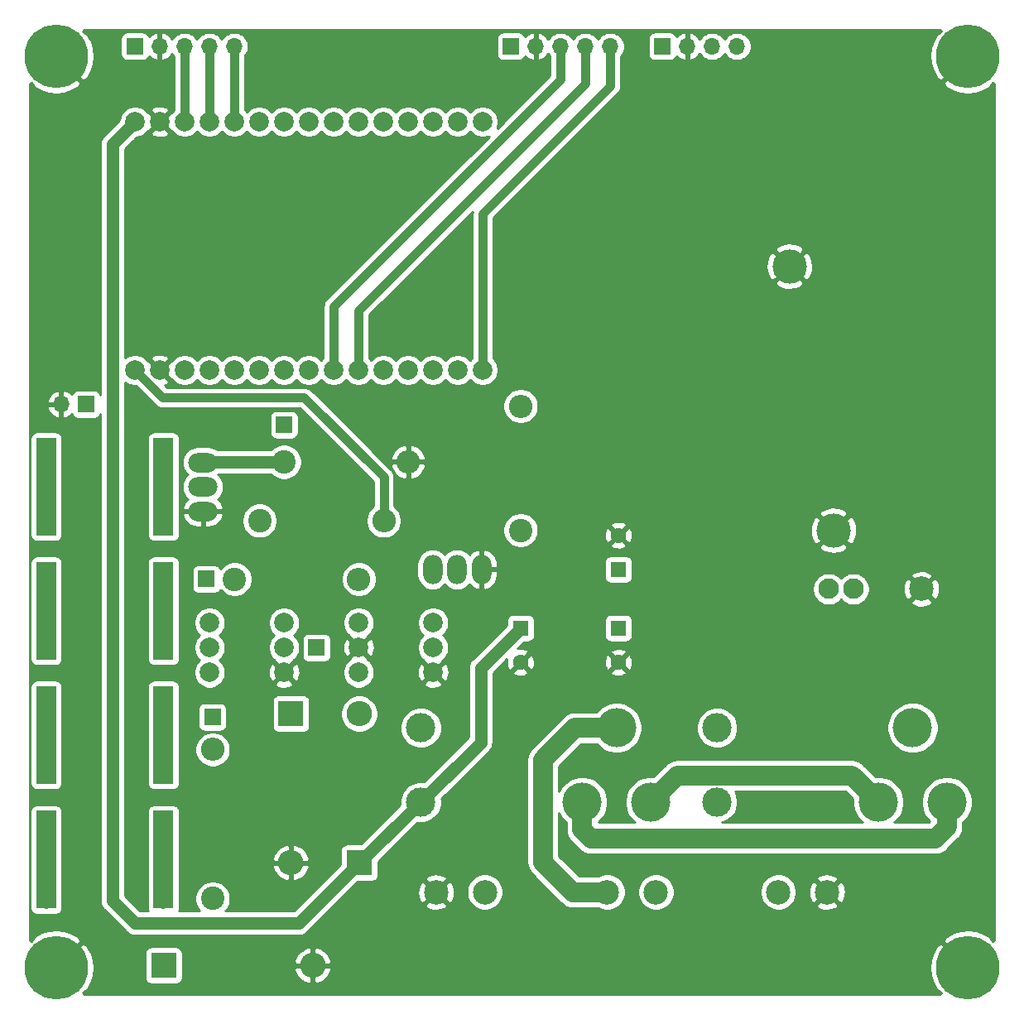
<source format=gbr>
G04 #@! TF.GenerationSoftware,KiCad,Pcbnew,(5.1.5)-3*
G04 #@! TF.CreationDate,2021-03-21T23:11:18+01:00*
G04 #@! TF.ProjectId,Fernschreiber,4665726e-7363-4687-9265-696265722e6b,v02*
G04 #@! TF.SameCoordinates,Original*
G04 #@! TF.FileFunction,Copper,L2,Bot*
G04 #@! TF.FilePolarity,Positive*
%FSLAX46Y46*%
G04 Gerber Fmt 4.6, Leading zero omitted, Abs format (unit mm)*
G04 Created by KiCad (PCBNEW (5.1.5)-3) date 2021-03-21 23:11:18*
%MOMM*%
%LPD*%
G04 APERTURE LIST*
%ADD10C,6.500000*%
%ADD11C,2.100000*%
%ADD12C,2.500000*%
%ADD13C,3.500000*%
%ADD14C,1.600000*%
%ADD15R,1.600000X1.600000*%
%ADD16R,1.700000X1.700000*%
%ADD17O,1.700000X1.700000*%
%ADD18O,2.400000X2.400000*%
%ADD19C,2.400000*%
%ADD20C,2.000000*%
%ADD21C,4.000000*%
%ADD22C,3.000000*%
%ADD23R,2.000000X10.000000*%
%ADD24O,2.600000X2.600000*%
%ADD25R,2.600000X2.600000*%
%ADD26O,3.000000X2.000000*%
%ADD27O,2.000000X3.000000*%
%ADD28C,0.800000*%
%ADD29C,0.889000*%
%ADD30C,2.032000*%
%ADD31C,1.270000*%
%ADD32C,0.254000*%
G04 APERTURE END LIST*
D10*
X142250000Y-137750000D03*
X49000000Y-137750000D03*
X142250000Y-44500000D03*
X49000000Y-44500000D03*
D11*
X128000000Y-99000000D03*
X130540000Y-99000000D03*
D12*
X137500000Y-99000000D03*
D13*
X124000000Y-66000000D03*
X128500000Y-93000000D03*
D14*
X106500000Y-93500000D03*
D15*
X106500000Y-97000000D03*
D14*
X96500000Y-106500000D03*
D15*
X96500000Y-103000000D03*
D14*
X106500000Y-106500000D03*
D15*
X106500000Y-103000000D03*
D16*
X64973200Y-112090200D03*
X72300000Y-82200000D03*
X75615800Y-105000000D03*
X64359000Y-97982200D03*
D17*
X49504600Y-80111600D03*
D16*
X52044600Y-80111600D03*
D18*
X82500000Y-92000000D03*
D19*
X69800000Y-92000000D03*
D18*
X65000000Y-115410000D03*
D19*
X65000000Y-130650000D03*
D18*
X85000000Y-86000000D03*
D19*
X72300000Y-86000000D03*
X96500000Y-93000000D03*
D18*
X96500000Y-80300000D03*
X79950000Y-98000000D03*
D19*
X67250000Y-98000000D03*
D20*
X57056400Y-51206400D03*
X59596400Y-51206400D03*
X62136400Y-51206400D03*
X64676400Y-51206400D03*
X67216400Y-51206400D03*
X69756400Y-51206400D03*
X72296400Y-51206400D03*
X74836400Y-51206400D03*
X77376400Y-51206400D03*
X79916400Y-51206400D03*
X82456400Y-51206400D03*
X84996400Y-51206400D03*
X87536400Y-51206400D03*
X90076400Y-51206400D03*
X92616400Y-51206400D03*
X57056400Y-76606400D03*
X59596400Y-76606400D03*
X62136400Y-76606400D03*
X64676400Y-76606400D03*
X67216400Y-76606400D03*
X69756400Y-76606400D03*
X72296400Y-76606400D03*
X74836400Y-76606400D03*
X77376400Y-76606400D03*
X79916400Y-76606400D03*
X82456400Y-76606400D03*
X84996400Y-76606400D03*
X87536400Y-76606400D03*
X90076400Y-76606400D03*
X92616400Y-76606400D03*
D21*
X133100000Y-120800000D03*
X140100000Y-120800000D03*
X136600000Y-113200000D03*
D22*
X116600000Y-113200000D03*
X116600000Y-120800000D03*
D21*
X102800000Y-120800000D03*
X109800000Y-120800000D03*
X106300000Y-113200000D03*
D22*
X86300000Y-113200000D03*
X86300000Y-120800000D03*
D20*
X47974600Y-105234800D03*
X59974600Y-105234800D03*
D23*
X47974600Y-101234800D03*
X59974600Y-101234800D03*
D20*
X47974600Y-97234800D03*
X59974600Y-97234800D03*
D12*
X127850000Y-130000000D03*
X122850000Y-130000000D03*
D17*
X118618000Y-43500000D03*
X116078000Y-43500000D03*
X113538000Y-43500000D03*
D16*
X110998000Y-43500000D03*
D17*
X67210000Y-43500000D03*
X64670000Y-43500000D03*
X62130000Y-43500000D03*
X59590000Y-43500000D03*
D16*
X57050000Y-43500000D03*
D17*
X105664000Y-43500000D03*
X103124000Y-43500000D03*
X100584000Y-43500000D03*
X98044000Y-43500000D03*
D16*
X95504000Y-43500000D03*
D12*
X92850000Y-130000000D03*
X87850000Y-130000000D03*
X110350000Y-130000000D03*
X105350000Y-130000000D03*
D24*
X73000000Y-126990000D03*
D25*
X73000000Y-111750000D03*
D24*
X75240000Y-137500000D03*
D25*
X60000000Y-137500000D03*
D24*
X80000000Y-111760000D03*
D25*
X80000000Y-127000000D03*
D20*
X64690000Y-107540000D03*
X64690000Y-105000000D03*
X72310000Y-107540000D03*
X64690000Y-102460000D03*
X72310000Y-105000000D03*
X72310000Y-102460000D03*
X79940000Y-107540000D03*
X79940000Y-105000000D03*
X87560000Y-107540000D03*
X79940000Y-102460000D03*
X87560000Y-105000000D03*
X87560000Y-102460000D03*
X59974600Y-84534800D03*
X47974600Y-84534800D03*
D23*
X59974600Y-88534800D03*
X47974600Y-88534800D03*
D20*
X59974600Y-92534800D03*
X47974600Y-92534800D03*
X59974600Y-109934800D03*
X47974600Y-109934800D03*
D23*
X59974600Y-113934800D03*
X47974600Y-113934800D03*
D20*
X59974600Y-117934800D03*
X47974600Y-117934800D03*
X47974600Y-130684800D03*
X59974600Y-130684800D03*
D23*
X47974600Y-126684800D03*
X59974600Y-126684800D03*
D20*
X47974600Y-122684800D03*
X59974600Y-122684800D03*
D26*
X64000000Y-86050000D03*
X64000000Y-88550000D03*
X64000000Y-91050000D03*
D27*
X87500000Y-97000000D03*
X90000000Y-97000000D03*
X92500000Y-97000000D03*
D28*
X87450000Y-66900000D03*
X127725000Y-121125000D03*
D29*
X59590000Y-51200000D02*
X59596400Y-51206400D01*
X82500000Y-87554600D02*
X82500000Y-92000000D01*
X57056400Y-76606400D02*
X59875000Y-79425000D01*
X74370400Y-79425000D02*
X82500000Y-87554600D01*
X59875000Y-79425000D02*
X74370400Y-79425000D01*
D30*
X98780600Y-126949200D02*
X101831400Y-130000000D01*
X98780600Y-116459000D02*
X98780600Y-126949200D01*
X106300000Y-113200000D02*
X102039600Y-113200000D01*
X102039600Y-113200000D02*
X98780600Y-116459000D01*
X105350000Y-130000000D02*
X101831400Y-130000000D01*
D29*
X105664000Y-43500000D02*
X105664000Y-47548800D01*
X92616400Y-60596400D02*
X92616400Y-76606400D01*
X105664000Y-47548800D02*
X92616400Y-60596400D01*
X103124000Y-43500000D02*
X103124000Y-47320200D01*
X79916400Y-70527800D02*
X79916400Y-76606400D01*
X103124000Y-47320200D02*
X79916400Y-70527800D01*
X100584000Y-43500000D02*
X100584000Y-46888400D01*
X77376400Y-70096000D02*
X77376400Y-76606400D01*
X100584000Y-46888400D02*
X77376400Y-70096000D01*
X64670000Y-51200000D02*
X64676400Y-51206400D01*
X64670000Y-43500000D02*
X64670000Y-51200000D01*
X62130000Y-51200000D02*
X62136400Y-51206400D01*
X62130000Y-43500000D02*
X62130000Y-51200000D01*
X67210000Y-51200000D02*
X67216400Y-51206400D01*
X67210000Y-43500000D02*
X67210000Y-51200000D01*
D31*
X92430600Y-114669400D02*
X86300000Y-120800000D01*
X96500000Y-103000000D02*
X92430600Y-107069400D01*
X92430600Y-107069400D02*
X92430600Y-114669400D01*
X79975000Y-127000000D02*
X80000000Y-127000000D01*
X73802800Y-133172200D02*
X79975000Y-127000000D01*
X57051998Y-133172200D02*
X73802800Y-133172200D01*
X56056401Y-52206399D02*
X56056401Y-52223799D01*
X54775000Y-53505200D02*
X54775000Y-130895202D01*
X57056400Y-51206400D02*
X56056401Y-52206399D01*
X56056401Y-52223799D02*
X54775000Y-53505200D01*
X54775000Y-130895202D02*
X57051998Y-133172200D01*
X86225000Y-120800000D02*
X86300000Y-120800000D01*
X80000000Y-127000000D02*
X80025000Y-127000000D01*
X80025000Y-127000000D02*
X86225000Y-120800000D01*
D30*
X138912600Y-124510800D02*
X140100000Y-123323400D01*
X103682373Y-124510800D02*
X138912600Y-124510800D01*
X102800000Y-120800000D02*
X102800000Y-123628427D01*
X140100000Y-123323400D02*
X140100000Y-120800000D01*
X102800000Y-123628427D02*
X103682373Y-124510800D01*
X112516001Y-118083999D02*
X130383999Y-118083999D01*
X131100001Y-118800001D02*
X133100000Y-120800000D01*
X130383999Y-118083999D02*
X131100001Y-118800001D01*
X109800000Y-120800000D02*
X112516001Y-118083999D01*
D31*
X64050000Y-86000000D02*
X64000000Y-86050000D01*
X72300000Y-86000000D02*
X64050000Y-86000000D01*
D32*
G36*
X139400229Y-41829837D02*
G01*
X139513570Y-41943178D01*
X139018784Y-42309365D01*
X138653499Y-42981837D01*
X138426425Y-43712650D01*
X138346290Y-44473721D01*
X138416172Y-45235803D01*
X138633386Y-45969608D01*
X138989584Y-46646936D01*
X139018784Y-46690635D01*
X139513572Y-47056823D01*
X142070395Y-44500000D01*
X142056253Y-44485858D01*
X142235858Y-44306253D01*
X142250000Y-44320395D01*
X142264143Y-44306253D01*
X142443748Y-44485858D01*
X142429605Y-44500000D01*
X142443748Y-44514143D01*
X142264143Y-44693748D01*
X142250000Y-44679605D01*
X139693177Y-47236428D01*
X140059365Y-47731216D01*
X140731837Y-48096501D01*
X141462650Y-48323575D01*
X142223721Y-48403710D01*
X142985803Y-48333828D01*
X143719608Y-48116614D01*
X144396936Y-47760416D01*
X144440635Y-47731216D01*
X144806822Y-47236430D01*
X144920163Y-47349771D01*
X144977000Y-47292934D01*
X144977001Y-134957067D01*
X144920163Y-134900229D01*
X144806822Y-135013570D01*
X144440635Y-134518784D01*
X143768163Y-134153499D01*
X143037350Y-133926425D01*
X142276279Y-133846290D01*
X141514197Y-133916172D01*
X140780392Y-134133386D01*
X140103064Y-134489584D01*
X140059365Y-134518784D01*
X139693177Y-135013572D01*
X142250000Y-137570395D01*
X142264143Y-137556253D01*
X142443748Y-137735858D01*
X142429605Y-137750000D01*
X142443748Y-137764143D01*
X142264143Y-137943748D01*
X142250000Y-137929605D01*
X142235858Y-137943748D01*
X142056253Y-137764143D01*
X142070395Y-137750000D01*
X139513572Y-135193177D01*
X139018784Y-135559365D01*
X138653499Y-136231837D01*
X138426425Y-136962650D01*
X138346290Y-137723721D01*
X138416172Y-138485803D01*
X138633386Y-139219608D01*
X138989584Y-139896936D01*
X139018784Y-139940635D01*
X139513570Y-140306822D01*
X139400229Y-140420163D01*
X139457066Y-140477000D01*
X51792934Y-140477000D01*
X51849771Y-140420163D01*
X51736430Y-140306822D01*
X52231216Y-139940635D01*
X52596501Y-139268163D01*
X52823575Y-138537350D01*
X52903710Y-137776279D01*
X52833828Y-137014197D01*
X52616614Y-136280392D01*
X52574337Y-136200000D01*
X58069967Y-136200000D01*
X58069967Y-138800000D01*
X58082073Y-138922913D01*
X58117925Y-139041103D01*
X58176147Y-139150028D01*
X58254499Y-139245501D01*
X58349972Y-139323853D01*
X58458897Y-139382075D01*
X58577087Y-139417927D01*
X58700000Y-139430033D01*
X61300000Y-139430033D01*
X61422913Y-139417927D01*
X61541103Y-139382075D01*
X61650028Y-139323853D01*
X61745501Y-139245501D01*
X61823853Y-139150028D01*
X61882075Y-139041103D01*
X61917927Y-138922913D01*
X61930033Y-138800000D01*
X61930033Y-137927484D01*
X73352811Y-137927484D01*
X73433358Y-138193028D01*
X73603275Y-138532170D01*
X73836091Y-138831646D01*
X74122858Y-139079948D01*
X74452556Y-139267533D01*
X74812515Y-139387193D01*
X75113000Y-139272082D01*
X75113000Y-137627000D01*
X75367000Y-137627000D01*
X75367000Y-139272082D01*
X75667485Y-139387193D01*
X76027444Y-139267533D01*
X76357142Y-139079948D01*
X76643909Y-138831646D01*
X76876725Y-138532170D01*
X77046642Y-138193028D01*
X77127189Y-137927484D01*
X77011704Y-137627000D01*
X75367000Y-137627000D01*
X75113000Y-137627000D01*
X73468296Y-137627000D01*
X73352811Y-137927484D01*
X61930033Y-137927484D01*
X61930033Y-137072516D01*
X73352811Y-137072516D01*
X73468296Y-137373000D01*
X75113000Y-137373000D01*
X75113000Y-135727918D01*
X75367000Y-135727918D01*
X75367000Y-137373000D01*
X77011704Y-137373000D01*
X77127189Y-137072516D01*
X77046642Y-136806972D01*
X76876725Y-136467830D01*
X76643909Y-136168354D01*
X76357142Y-135920052D01*
X76027444Y-135732467D01*
X75667485Y-135612807D01*
X75367000Y-135727918D01*
X75113000Y-135727918D01*
X74812515Y-135612807D01*
X74452556Y-135732467D01*
X74122858Y-135920052D01*
X73836091Y-136168354D01*
X73603275Y-136467830D01*
X73433358Y-136806972D01*
X73352811Y-137072516D01*
X61930033Y-137072516D01*
X61930033Y-136200000D01*
X61917927Y-136077087D01*
X61882075Y-135958897D01*
X61823853Y-135849972D01*
X61745501Y-135754499D01*
X61650028Y-135676147D01*
X61541103Y-135617925D01*
X61422913Y-135582073D01*
X61300000Y-135569967D01*
X58700000Y-135569967D01*
X58577087Y-135582073D01*
X58458897Y-135617925D01*
X58349972Y-135676147D01*
X58254499Y-135754499D01*
X58176147Y-135849972D01*
X58117925Y-135958897D01*
X58082073Y-136077087D01*
X58069967Y-136200000D01*
X52574337Y-136200000D01*
X52260416Y-135603064D01*
X52231216Y-135559365D01*
X51736428Y-135193177D01*
X49179605Y-137750000D01*
X49193748Y-137764143D01*
X49014143Y-137943748D01*
X49000000Y-137929605D01*
X48985858Y-137943748D01*
X48806253Y-137764143D01*
X48820395Y-137750000D01*
X48806253Y-137735858D01*
X48985858Y-137556253D01*
X49000000Y-137570395D01*
X51556823Y-135013572D01*
X51190635Y-134518784D01*
X50518163Y-134153499D01*
X49787350Y-133926425D01*
X49026279Y-133846290D01*
X48264197Y-133916172D01*
X47530392Y-134133386D01*
X46853064Y-134489584D01*
X46809365Y-134518784D01*
X46443178Y-135013570D01*
X46329837Y-134900229D01*
X46281000Y-134949066D01*
X46281000Y-121684800D01*
X46344567Y-121684800D01*
X46344567Y-131684800D01*
X46356673Y-131807713D01*
X46392525Y-131925903D01*
X46450747Y-132034828D01*
X46529099Y-132130301D01*
X46624572Y-132208653D01*
X46733497Y-132266875D01*
X46851687Y-132302727D01*
X46974600Y-132314833D01*
X48974600Y-132314833D01*
X49097513Y-132302727D01*
X49215703Y-132266875D01*
X49324628Y-132208653D01*
X49420101Y-132130301D01*
X49498453Y-132034828D01*
X49556675Y-131925903D01*
X49592527Y-131807713D01*
X49604633Y-131684800D01*
X49604633Y-121684800D01*
X49592527Y-121561887D01*
X49556675Y-121443697D01*
X49498453Y-121334772D01*
X49420101Y-121239299D01*
X49324628Y-121160947D01*
X49215703Y-121102725D01*
X49097513Y-121066873D01*
X48974600Y-121054767D01*
X46974600Y-121054767D01*
X46851687Y-121066873D01*
X46733497Y-121102725D01*
X46624572Y-121160947D01*
X46529099Y-121239299D01*
X46450747Y-121334772D01*
X46392525Y-121443697D01*
X46356673Y-121561887D01*
X46344567Y-121684800D01*
X46281000Y-121684800D01*
X46281000Y-108934800D01*
X46344567Y-108934800D01*
X46344567Y-118934800D01*
X46356673Y-119057713D01*
X46392525Y-119175903D01*
X46450747Y-119284828D01*
X46529099Y-119380301D01*
X46624572Y-119458653D01*
X46733497Y-119516875D01*
X46851687Y-119552727D01*
X46974600Y-119564833D01*
X48974600Y-119564833D01*
X49097513Y-119552727D01*
X49215703Y-119516875D01*
X49324628Y-119458653D01*
X49420101Y-119380301D01*
X49498453Y-119284828D01*
X49556675Y-119175903D01*
X49592527Y-119057713D01*
X49604633Y-118934800D01*
X49604633Y-108934800D01*
X49592527Y-108811887D01*
X49556675Y-108693697D01*
X49498453Y-108584772D01*
X49420101Y-108489299D01*
X49324628Y-108410947D01*
X49215703Y-108352725D01*
X49097513Y-108316873D01*
X48974600Y-108304767D01*
X46974600Y-108304767D01*
X46851687Y-108316873D01*
X46733497Y-108352725D01*
X46624572Y-108410947D01*
X46529099Y-108489299D01*
X46450747Y-108584772D01*
X46392525Y-108693697D01*
X46356673Y-108811887D01*
X46344567Y-108934800D01*
X46281000Y-108934800D01*
X46281000Y-96234800D01*
X46344567Y-96234800D01*
X46344567Y-106234800D01*
X46356673Y-106357713D01*
X46392525Y-106475903D01*
X46450747Y-106584828D01*
X46529099Y-106680301D01*
X46624572Y-106758653D01*
X46733497Y-106816875D01*
X46851687Y-106852727D01*
X46974600Y-106864833D01*
X48974600Y-106864833D01*
X49097513Y-106852727D01*
X49215703Y-106816875D01*
X49324628Y-106758653D01*
X49420101Y-106680301D01*
X49498453Y-106584828D01*
X49556675Y-106475903D01*
X49592527Y-106357713D01*
X49604633Y-106234800D01*
X49604633Y-96234800D01*
X49592527Y-96111887D01*
X49556675Y-95993697D01*
X49498453Y-95884772D01*
X49420101Y-95789299D01*
X49324628Y-95710947D01*
X49215703Y-95652725D01*
X49097513Y-95616873D01*
X48974600Y-95604767D01*
X46974600Y-95604767D01*
X46851687Y-95616873D01*
X46733497Y-95652725D01*
X46624572Y-95710947D01*
X46529099Y-95789299D01*
X46450747Y-95884772D01*
X46392525Y-95993697D01*
X46356673Y-96111887D01*
X46344567Y-96234800D01*
X46281000Y-96234800D01*
X46281000Y-83534800D01*
X46344567Y-83534800D01*
X46344567Y-93534800D01*
X46356673Y-93657713D01*
X46392525Y-93775903D01*
X46450747Y-93884828D01*
X46529099Y-93980301D01*
X46624572Y-94058653D01*
X46733497Y-94116875D01*
X46851687Y-94152727D01*
X46974600Y-94164833D01*
X48974600Y-94164833D01*
X49097513Y-94152727D01*
X49215703Y-94116875D01*
X49324628Y-94058653D01*
X49420101Y-93980301D01*
X49498453Y-93884828D01*
X49556675Y-93775903D01*
X49592527Y-93657713D01*
X49604633Y-93534800D01*
X49604633Y-83534800D01*
X49592527Y-83411887D01*
X49556675Y-83293697D01*
X49498453Y-83184772D01*
X49420101Y-83089299D01*
X49324628Y-83010947D01*
X49215703Y-82952725D01*
X49097513Y-82916873D01*
X48974600Y-82904767D01*
X46974600Y-82904767D01*
X46851687Y-82916873D01*
X46733497Y-82952725D01*
X46624572Y-83010947D01*
X46529099Y-83089299D01*
X46450747Y-83184772D01*
X46392525Y-83293697D01*
X46356673Y-83411887D01*
X46344567Y-83534800D01*
X46281000Y-83534800D01*
X46281000Y-80468491D01*
X48063119Y-80468491D01*
X48160443Y-80742852D01*
X48309422Y-80992955D01*
X48504331Y-81209188D01*
X48737680Y-81383241D01*
X49000501Y-81508425D01*
X49147710Y-81553076D01*
X49377600Y-81431755D01*
X49377600Y-80238600D01*
X48183786Y-80238600D01*
X48063119Y-80468491D01*
X46281000Y-80468491D01*
X46281000Y-79754709D01*
X48063119Y-79754709D01*
X48183786Y-79984600D01*
X49377600Y-79984600D01*
X49377600Y-78791445D01*
X49631600Y-78791445D01*
X49631600Y-79984600D01*
X49651600Y-79984600D01*
X49651600Y-80238600D01*
X49631600Y-80238600D01*
X49631600Y-81431755D01*
X49861490Y-81553076D01*
X50008699Y-81508425D01*
X50271520Y-81383241D01*
X50504869Y-81209188D01*
X50586890Y-81118194D01*
X50612525Y-81202703D01*
X50670747Y-81311628D01*
X50749099Y-81407101D01*
X50844572Y-81485453D01*
X50953497Y-81543675D01*
X51071687Y-81579527D01*
X51194600Y-81591633D01*
X52894600Y-81591633D01*
X53017513Y-81579527D01*
X53135703Y-81543675D01*
X53244628Y-81485453D01*
X53340101Y-81407101D01*
X53418453Y-81311628D01*
X53476675Y-81202703D01*
X53512527Y-81084513D01*
X53513000Y-81079707D01*
X53513001Y-130833203D01*
X53506895Y-130895202D01*
X53531260Y-131142597D01*
X53603424Y-131380485D01*
X53720609Y-131599724D01*
X53790430Y-131684800D01*
X53878315Y-131791888D01*
X53926470Y-131831408D01*
X56115796Y-134020736D01*
X56155312Y-134068886D01*
X56203462Y-134108402D01*
X56203466Y-134108406D01*
X56320061Y-134204093D01*
X56347476Y-134226592D01*
X56566715Y-134343777D01*
X56804603Y-134415940D01*
X56990002Y-134434200D01*
X56990011Y-134434200D01*
X57051997Y-134440305D01*
X57113983Y-134434200D01*
X73740812Y-134434200D01*
X73802800Y-134440305D01*
X73864788Y-134434200D01*
X73864796Y-134434200D01*
X74050195Y-134415940D01*
X74288083Y-134343777D01*
X74507322Y-134226592D01*
X74699486Y-134068886D01*
X74739011Y-134020725D01*
X77446131Y-131313605D01*
X86716000Y-131313605D01*
X86841914Y-131603577D01*
X87174126Y-131769433D01*
X87532312Y-131867290D01*
X87902706Y-131893389D01*
X88271075Y-131846725D01*
X88623262Y-131729094D01*
X88858086Y-131603577D01*
X88984000Y-131313605D01*
X87850000Y-130179605D01*
X86716000Y-131313605D01*
X77446131Y-131313605D01*
X78707030Y-130052706D01*
X85956611Y-130052706D01*
X86003275Y-130421075D01*
X86120906Y-130773262D01*
X86246423Y-131008086D01*
X86536395Y-131134000D01*
X87670395Y-130000000D01*
X88029605Y-130000000D01*
X89163605Y-131134000D01*
X89453577Y-131008086D01*
X89619433Y-130675874D01*
X89717290Y-130317688D01*
X89743389Y-129947294D01*
X89726648Y-129815132D01*
X90973000Y-129815132D01*
X90973000Y-130184868D01*
X91045132Y-130547501D01*
X91186624Y-130889093D01*
X91392039Y-131196518D01*
X91653482Y-131457961D01*
X91960907Y-131663376D01*
X92302499Y-131804868D01*
X92665132Y-131877000D01*
X93034868Y-131877000D01*
X93397501Y-131804868D01*
X93739093Y-131663376D01*
X94046518Y-131457961D01*
X94307961Y-131196518D01*
X94513376Y-130889093D01*
X94654868Y-130547501D01*
X94727000Y-130184868D01*
X94727000Y-129815132D01*
X94654868Y-129452499D01*
X94513376Y-129110907D01*
X94307961Y-128803482D01*
X94046518Y-128542039D01*
X93739093Y-128336624D01*
X93397501Y-128195132D01*
X93034868Y-128123000D01*
X92665132Y-128123000D01*
X92302499Y-128195132D01*
X91960907Y-128336624D01*
X91653482Y-128542039D01*
X91392039Y-128803482D01*
X91186624Y-129110907D01*
X91045132Y-129452499D01*
X90973000Y-129815132D01*
X89726648Y-129815132D01*
X89696725Y-129578925D01*
X89579094Y-129226738D01*
X89453577Y-128991914D01*
X89163605Y-128866000D01*
X88029605Y-130000000D01*
X87670395Y-130000000D01*
X86536395Y-128866000D01*
X86246423Y-128991914D01*
X86080567Y-129324126D01*
X85982710Y-129682312D01*
X85956611Y-130052706D01*
X78707030Y-130052706D01*
X79829704Y-128930033D01*
X81300000Y-128930033D01*
X81422913Y-128917927D01*
X81541103Y-128882075D01*
X81650028Y-128823853D01*
X81745501Y-128745501D01*
X81794007Y-128686395D01*
X86716000Y-128686395D01*
X87850000Y-129820395D01*
X88984000Y-128686395D01*
X88858086Y-128396423D01*
X88525874Y-128230567D01*
X88167688Y-128132710D01*
X87797294Y-128106611D01*
X87428925Y-128153275D01*
X87076738Y-128270906D01*
X86841914Y-128396423D01*
X86716000Y-128686395D01*
X81794007Y-128686395D01*
X81823853Y-128650028D01*
X81882075Y-128541103D01*
X81917927Y-128422913D01*
X81930033Y-128300000D01*
X81930033Y-126879703D01*
X85917209Y-122892529D01*
X86090509Y-122927000D01*
X86509491Y-122927000D01*
X86920423Y-122845261D01*
X87307512Y-122684923D01*
X87655884Y-122452149D01*
X87952149Y-122155884D01*
X88184923Y-121807512D01*
X88345261Y-121420423D01*
X88427000Y-121009491D01*
X88427000Y-120590509D01*
X88404972Y-120479765D01*
X92425737Y-116459000D01*
X97129652Y-116459000D01*
X97137600Y-116539699D01*
X97137601Y-126868491D01*
X97129652Y-126949200D01*
X97161374Y-127271284D01*
X97255322Y-127580990D01*
X97255323Y-127580991D01*
X97407887Y-127866418D01*
X97613204Y-128116597D01*
X97675891Y-128168043D01*
X100612557Y-131104710D01*
X100664003Y-131167397D01*
X100914182Y-131372714D01*
X101199609Y-131525278D01*
X101509315Y-131619226D01*
X101539241Y-131622173D01*
X101750694Y-131643000D01*
X101750701Y-131643000D01*
X101831400Y-131650948D01*
X101912099Y-131643000D01*
X104430412Y-131643000D01*
X104460907Y-131663376D01*
X104802499Y-131804868D01*
X105165132Y-131877000D01*
X105534868Y-131877000D01*
X105897501Y-131804868D01*
X106239093Y-131663376D01*
X106546518Y-131457961D01*
X106807961Y-131196518D01*
X107013376Y-130889093D01*
X107154868Y-130547501D01*
X107227000Y-130184868D01*
X107227000Y-129815132D01*
X108473000Y-129815132D01*
X108473000Y-130184868D01*
X108545132Y-130547501D01*
X108686624Y-130889093D01*
X108892039Y-131196518D01*
X109153482Y-131457961D01*
X109460907Y-131663376D01*
X109802499Y-131804868D01*
X110165132Y-131877000D01*
X110534868Y-131877000D01*
X110897501Y-131804868D01*
X111239093Y-131663376D01*
X111546518Y-131457961D01*
X111807961Y-131196518D01*
X112013376Y-130889093D01*
X112154868Y-130547501D01*
X112227000Y-130184868D01*
X112227000Y-129815132D01*
X120973000Y-129815132D01*
X120973000Y-130184868D01*
X121045132Y-130547501D01*
X121186624Y-130889093D01*
X121392039Y-131196518D01*
X121653482Y-131457961D01*
X121960907Y-131663376D01*
X122302499Y-131804868D01*
X122665132Y-131877000D01*
X123034868Y-131877000D01*
X123397501Y-131804868D01*
X123739093Y-131663376D01*
X124046518Y-131457961D01*
X124190874Y-131313605D01*
X126716000Y-131313605D01*
X126841914Y-131603577D01*
X127174126Y-131769433D01*
X127532312Y-131867290D01*
X127902706Y-131893389D01*
X128271075Y-131846725D01*
X128623262Y-131729094D01*
X128858086Y-131603577D01*
X128984000Y-131313605D01*
X127850000Y-130179605D01*
X126716000Y-131313605D01*
X124190874Y-131313605D01*
X124307961Y-131196518D01*
X124513376Y-130889093D01*
X124654868Y-130547501D01*
X124727000Y-130184868D01*
X124727000Y-130052706D01*
X125956611Y-130052706D01*
X126003275Y-130421075D01*
X126120906Y-130773262D01*
X126246423Y-131008086D01*
X126536395Y-131134000D01*
X127670395Y-130000000D01*
X128029605Y-130000000D01*
X129163605Y-131134000D01*
X129453577Y-131008086D01*
X129619433Y-130675874D01*
X129717290Y-130317688D01*
X129743389Y-129947294D01*
X129696725Y-129578925D01*
X129579094Y-129226738D01*
X129453577Y-128991914D01*
X129163605Y-128866000D01*
X128029605Y-130000000D01*
X127670395Y-130000000D01*
X126536395Y-128866000D01*
X126246423Y-128991914D01*
X126080567Y-129324126D01*
X125982710Y-129682312D01*
X125956611Y-130052706D01*
X124727000Y-130052706D01*
X124727000Y-129815132D01*
X124654868Y-129452499D01*
X124513376Y-129110907D01*
X124307961Y-128803482D01*
X124190874Y-128686395D01*
X126716000Y-128686395D01*
X127850000Y-129820395D01*
X128984000Y-128686395D01*
X128858086Y-128396423D01*
X128525874Y-128230567D01*
X128167688Y-128132710D01*
X127797294Y-128106611D01*
X127428925Y-128153275D01*
X127076738Y-128270906D01*
X126841914Y-128396423D01*
X126716000Y-128686395D01*
X124190874Y-128686395D01*
X124046518Y-128542039D01*
X123739093Y-128336624D01*
X123397501Y-128195132D01*
X123034868Y-128123000D01*
X122665132Y-128123000D01*
X122302499Y-128195132D01*
X121960907Y-128336624D01*
X121653482Y-128542039D01*
X121392039Y-128803482D01*
X121186624Y-129110907D01*
X121045132Y-129452499D01*
X120973000Y-129815132D01*
X112227000Y-129815132D01*
X112154868Y-129452499D01*
X112013376Y-129110907D01*
X111807961Y-128803482D01*
X111546518Y-128542039D01*
X111239093Y-128336624D01*
X110897501Y-128195132D01*
X110534868Y-128123000D01*
X110165132Y-128123000D01*
X109802499Y-128195132D01*
X109460907Y-128336624D01*
X109153482Y-128542039D01*
X108892039Y-128803482D01*
X108686624Y-129110907D01*
X108545132Y-129452499D01*
X108473000Y-129815132D01*
X107227000Y-129815132D01*
X107154868Y-129452499D01*
X107013376Y-129110907D01*
X106807961Y-128803482D01*
X106546518Y-128542039D01*
X106239093Y-128336624D01*
X105897501Y-128195132D01*
X105534868Y-128123000D01*
X105165132Y-128123000D01*
X104802499Y-128195132D01*
X104460907Y-128336624D01*
X104430412Y-128357000D01*
X102511953Y-128357000D01*
X100423600Y-126268648D01*
X100423600Y-121927544D01*
X100471983Y-122044351D01*
X100759476Y-122474615D01*
X101125385Y-122840524D01*
X101157001Y-122861649D01*
X101157001Y-123547719D01*
X101149052Y-123628427D01*
X101180774Y-123950511D01*
X101274722Y-124260217D01*
X101274723Y-124260218D01*
X101427287Y-124545645D01*
X101632604Y-124795824D01*
X101695291Y-124847270D01*
X102463525Y-125615504D01*
X102514976Y-125678197D01*
X102765155Y-125883514D01*
X103042921Y-126031983D01*
X103050582Y-126036078D01*
X103360288Y-126130026D01*
X103390214Y-126132973D01*
X103601667Y-126153800D01*
X103601674Y-126153800D01*
X103682373Y-126161748D01*
X103763072Y-126153800D01*
X138831901Y-126153800D01*
X138912600Y-126161748D01*
X138993299Y-126153800D01*
X138993306Y-126153800D01*
X139234684Y-126130026D01*
X139544391Y-126036078D01*
X139829818Y-125883514D01*
X140079997Y-125678197D01*
X140131447Y-125615505D01*
X141204711Y-124542242D01*
X141267397Y-124490797D01*
X141472714Y-124240618D01*
X141625278Y-123955191D01*
X141719226Y-123645484D01*
X141743000Y-123404106D01*
X141743000Y-123404100D01*
X141750948Y-123323401D01*
X141743000Y-123242702D01*
X141743000Y-122861648D01*
X141774615Y-122840524D01*
X142140524Y-122474615D01*
X142428017Y-122044351D01*
X142626046Y-121566268D01*
X142727000Y-121058737D01*
X142727000Y-120541263D01*
X142626046Y-120033732D01*
X142428017Y-119555649D01*
X142140524Y-119125385D01*
X141774615Y-118759476D01*
X141344351Y-118471983D01*
X140866268Y-118273954D01*
X140358737Y-118173000D01*
X139841263Y-118173000D01*
X139333732Y-118273954D01*
X138855649Y-118471983D01*
X138425385Y-118759476D01*
X138059476Y-119125385D01*
X137771983Y-119555649D01*
X137573954Y-120033732D01*
X137473000Y-120541263D01*
X137473000Y-121058737D01*
X137573954Y-121566268D01*
X137771983Y-122044351D01*
X138059476Y-122474615D01*
X138342354Y-122757493D01*
X138232048Y-122867800D01*
X134733794Y-122867800D01*
X134774615Y-122840524D01*
X135140524Y-122474615D01*
X135428017Y-122044351D01*
X135626046Y-121566268D01*
X135727000Y-121058737D01*
X135727000Y-120541263D01*
X135626046Y-120033732D01*
X135428017Y-119555649D01*
X135140524Y-119125385D01*
X134774615Y-118759476D01*
X134344351Y-118471983D01*
X133866268Y-118273954D01*
X133358737Y-118173000D01*
X132841263Y-118173000D01*
X132803970Y-118180418D01*
X131602847Y-116979295D01*
X131551396Y-116916602D01*
X131301217Y-116711285D01*
X131015790Y-116558721D01*
X130706083Y-116464773D01*
X130464705Y-116440999D01*
X130464698Y-116440999D01*
X130383999Y-116433051D01*
X130303300Y-116440999D01*
X112596699Y-116440999D01*
X112516000Y-116433051D01*
X112435301Y-116440999D01*
X112435295Y-116440999D01*
X112226907Y-116461524D01*
X112193916Y-116464773D01*
X112100957Y-116492972D01*
X111884210Y-116558721D01*
X111598783Y-116711285D01*
X111348604Y-116916602D01*
X111297153Y-116979295D01*
X110096030Y-118180418D01*
X110058737Y-118173000D01*
X109541263Y-118173000D01*
X109033732Y-118273954D01*
X108555649Y-118471983D01*
X108125385Y-118759476D01*
X107759476Y-119125385D01*
X107471983Y-119555649D01*
X107273954Y-120033732D01*
X107173000Y-120541263D01*
X107173000Y-121058737D01*
X107273954Y-121566268D01*
X107471983Y-122044351D01*
X107759476Y-122474615D01*
X108125385Y-122840524D01*
X108166206Y-122867800D01*
X104443000Y-122867800D01*
X104443000Y-122861648D01*
X104474615Y-122840524D01*
X104840524Y-122474615D01*
X105128017Y-122044351D01*
X105326046Y-121566268D01*
X105427000Y-121058737D01*
X105427000Y-120541263D01*
X105326046Y-120033732D01*
X105128017Y-119555649D01*
X104840524Y-119125385D01*
X104474615Y-118759476D01*
X104044351Y-118471983D01*
X103566268Y-118273954D01*
X103058737Y-118173000D01*
X102541263Y-118173000D01*
X102033732Y-118273954D01*
X101555649Y-118471983D01*
X101125385Y-118759476D01*
X100759476Y-119125385D01*
X100471983Y-119555649D01*
X100423600Y-119672456D01*
X100423600Y-117139552D01*
X102720153Y-114843000D01*
X104238352Y-114843000D01*
X104259476Y-114874615D01*
X104625385Y-115240524D01*
X105055649Y-115528017D01*
X105533732Y-115726046D01*
X106041263Y-115827000D01*
X106558737Y-115827000D01*
X107066268Y-115726046D01*
X107544351Y-115528017D01*
X107974615Y-115240524D01*
X108340524Y-114874615D01*
X108628017Y-114444351D01*
X108826046Y-113966268D01*
X108927000Y-113458737D01*
X108927000Y-112990509D01*
X114473000Y-112990509D01*
X114473000Y-113409491D01*
X114554739Y-113820423D01*
X114715077Y-114207512D01*
X114947851Y-114555884D01*
X115244116Y-114852149D01*
X115592488Y-115084923D01*
X115979577Y-115245261D01*
X116390509Y-115327000D01*
X116809491Y-115327000D01*
X117220423Y-115245261D01*
X117607512Y-115084923D01*
X117955884Y-114852149D01*
X118252149Y-114555884D01*
X118484923Y-114207512D01*
X118645261Y-113820423D01*
X118727000Y-113409491D01*
X118727000Y-112990509D01*
X118717205Y-112941263D01*
X133973000Y-112941263D01*
X133973000Y-113458737D01*
X134073954Y-113966268D01*
X134271983Y-114444351D01*
X134559476Y-114874615D01*
X134925385Y-115240524D01*
X135355649Y-115528017D01*
X135833732Y-115726046D01*
X136341263Y-115827000D01*
X136858737Y-115827000D01*
X137366268Y-115726046D01*
X137844351Y-115528017D01*
X138274615Y-115240524D01*
X138640524Y-114874615D01*
X138928017Y-114444351D01*
X139126046Y-113966268D01*
X139227000Y-113458737D01*
X139227000Y-112941263D01*
X139126046Y-112433732D01*
X138928017Y-111955649D01*
X138640524Y-111525385D01*
X138274615Y-111159476D01*
X137844351Y-110871983D01*
X137366268Y-110673954D01*
X136858737Y-110573000D01*
X136341263Y-110573000D01*
X135833732Y-110673954D01*
X135355649Y-110871983D01*
X134925385Y-111159476D01*
X134559476Y-111525385D01*
X134271983Y-111955649D01*
X134073954Y-112433732D01*
X133973000Y-112941263D01*
X118717205Y-112941263D01*
X118645261Y-112579577D01*
X118484923Y-112192488D01*
X118252149Y-111844116D01*
X117955884Y-111547851D01*
X117607512Y-111315077D01*
X117220423Y-111154739D01*
X116809491Y-111073000D01*
X116390509Y-111073000D01*
X115979577Y-111154739D01*
X115592488Y-111315077D01*
X115244116Y-111547851D01*
X114947851Y-111844116D01*
X114715077Y-112192488D01*
X114554739Y-112579577D01*
X114473000Y-112990509D01*
X108927000Y-112990509D01*
X108927000Y-112941263D01*
X108826046Y-112433732D01*
X108628017Y-111955649D01*
X108340524Y-111525385D01*
X107974615Y-111159476D01*
X107544351Y-110871983D01*
X107066268Y-110673954D01*
X106558737Y-110573000D01*
X106041263Y-110573000D01*
X105533732Y-110673954D01*
X105055649Y-110871983D01*
X104625385Y-111159476D01*
X104259476Y-111525385D01*
X104238352Y-111557000D01*
X102120299Y-111557000D01*
X102039600Y-111549052D01*
X101958901Y-111557000D01*
X101958894Y-111557000D01*
X101747441Y-111577827D01*
X101717515Y-111580774D01*
X101407809Y-111674722D01*
X101122382Y-111827286D01*
X100872203Y-112032603D01*
X100820757Y-112095290D01*
X97675895Y-115240153D01*
X97613203Y-115291603D01*
X97407886Y-115541783D01*
X97255434Y-115827000D01*
X97255322Y-115827210D01*
X97229256Y-115913140D01*
X97161374Y-116136917D01*
X97137600Y-116378295D01*
X97137600Y-116378301D01*
X97129652Y-116459000D01*
X92425737Y-116459000D01*
X93279131Y-115605606D01*
X93327286Y-115566086D01*
X93484992Y-115373922D01*
X93602177Y-115154683D01*
X93674340Y-114916795D01*
X93692600Y-114731396D01*
X93692600Y-114731389D01*
X93698705Y-114669400D01*
X93692600Y-114607412D01*
X93692600Y-107592136D01*
X93792034Y-107492702D01*
X95686903Y-107492702D01*
X95758486Y-107736671D01*
X96013996Y-107857571D01*
X96288184Y-107926300D01*
X96570512Y-107940217D01*
X96850130Y-107898787D01*
X97116292Y-107803603D01*
X97241514Y-107736671D01*
X97313097Y-107492702D01*
X105686903Y-107492702D01*
X105758486Y-107736671D01*
X106013996Y-107857571D01*
X106288184Y-107926300D01*
X106570512Y-107940217D01*
X106850130Y-107898787D01*
X107116292Y-107803603D01*
X107241514Y-107736671D01*
X107313097Y-107492702D01*
X106500000Y-106679605D01*
X105686903Y-107492702D01*
X97313097Y-107492702D01*
X96500000Y-106679605D01*
X95686903Y-107492702D01*
X93792034Y-107492702D01*
X95099507Y-106185229D01*
X95073700Y-106288184D01*
X95059783Y-106570512D01*
X95101213Y-106850130D01*
X95196397Y-107116292D01*
X95263329Y-107241514D01*
X95507298Y-107313097D01*
X96320395Y-106500000D01*
X96679605Y-106500000D01*
X97492702Y-107313097D01*
X97736671Y-107241514D01*
X97857571Y-106986004D01*
X97926300Y-106711816D01*
X97933265Y-106570512D01*
X105059783Y-106570512D01*
X105101213Y-106850130D01*
X105196397Y-107116292D01*
X105263329Y-107241514D01*
X105507298Y-107313097D01*
X106320395Y-106500000D01*
X106679605Y-106500000D01*
X107492702Y-107313097D01*
X107736671Y-107241514D01*
X107857571Y-106986004D01*
X107926300Y-106711816D01*
X107940217Y-106429488D01*
X107898787Y-106149870D01*
X107803603Y-105883708D01*
X107736671Y-105758486D01*
X107492702Y-105686903D01*
X106679605Y-106500000D01*
X106320395Y-106500000D01*
X105507298Y-105686903D01*
X105263329Y-105758486D01*
X105142429Y-106013996D01*
X105073700Y-106288184D01*
X105059783Y-106570512D01*
X97933265Y-106570512D01*
X97940217Y-106429488D01*
X97898787Y-106149870D01*
X97803603Y-105883708D01*
X97736671Y-105758486D01*
X97492702Y-105686903D01*
X96679605Y-106500000D01*
X96320395Y-106500000D01*
X96306253Y-106485858D01*
X96485858Y-106306253D01*
X96500000Y-106320395D01*
X97313097Y-105507298D01*
X105686903Y-105507298D01*
X106500000Y-106320395D01*
X107313097Y-105507298D01*
X107241514Y-105263329D01*
X106986004Y-105142429D01*
X106711816Y-105073700D01*
X106429488Y-105059783D01*
X106149870Y-105101213D01*
X105883708Y-105196397D01*
X105758486Y-105263329D01*
X105686903Y-105507298D01*
X97313097Y-105507298D01*
X97241514Y-105263329D01*
X96986004Y-105142429D01*
X96711816Y-105073700D01*
X96429488Y-105059783D01*
X96189377Y-105095359D01*
X96854704Y-104430033D01*
X97300000Y-104430033D01*
X97422913Y-104417927D01*
X97541103Y-104382075D01*
X97650028Y-104323853D01*
X97745501Y-104245501D01*
X97823853Y-104150028D01*
X97882075Y-104041103D01*
X97917927Y-103922913D01*
X97930033Y-103800000D01*
X97930033Y-102200000D01*
X105069967Y-102200000D01*
X105069967Y-103800000D01*
X105082073Y-103922913D01*
X105117925Y-104041103D01*
X105176147Y-104150028D01*
X105254499Y-104245501D01*
X105349972Y-104323853D01*
X105458897Y-104382075D01*
X105577087Y-104417927D01*
X105700000Y-104430033D01*
X107300000Y-104430033D01*
X107422913Y-104417927D01*
X107541103Y-104382075D01*
X107650028Y-104323853D01*
X107745501Y-104245501D01*
X107823853Y-104150028D01*
X107882075Y-104041103D01*
X107917927Y-103922913D01*
X107930033Y-103800000D01*
X107930033Y-102200000D01*
X107917927Y-102077087D01*
X107882075Y-101958897D01*
X107823853Y-101849972D01*
X107745501Y-101754499D01*
X107650028Y-101676147D01*
X107541103Y-101617925D01*
X107422913Y-101582073D01*
X107300000Y-101569967D01*
X105700000Y-101569967D01*
X105577087Y-101582073D01*
X105458897Y-101617925D01*
X105349972Y-101676147D01*
X105254499Y-101754499D01*
X105176147Y-101849972D01*
X105117925Y-101958897D01*
X105082073Y-102077087D01*
X105069967Y-102200000D01*
X97930033Y-102200000D01*
X97917927Y-102077087D01*
X97882075Y-101958897D01*
X97823853Y-101849972D01*
X97745501Y-101754499D01*
X97650028Y-101676147D01*
X97541103Y-101617925D01*
X97422913Y-101582073D01*
X97300000Y-101569967D01*
X95700000Y-101569967D01*
X95577087Y-101582073D01*
X95458897Y-101617925D01*
X95349972Y-101676147D01*
X95254499Y-101754499D01*
X95176147Y-101849972D01*
X95117925Y-101958897D01*
X95082073Y-102077087D01*
X95069967Y-102200000D01*
X95069967Y-102645296D01*
X91582075Y-106133189D01*
X91533914Y-106172714D01*
X91376208Y-106364879D01*
X91259023Y-106584118D01*
X91186860Y-106822006D01*
X91168600Y-107007405D01*
X91168600Y-107007412D01*
X91162495Y-107069400D01*
X91168600Y-107131389D01*
X91168601Y-114146662D01*
X86620235Y-118695028D01*
X86509491Y-118673000D01*
X86090509Y-118673000D01*
X85679577Y-118754739D01*
X85292488Y-118915077D01*
X84944116Y-119147851D01*
X84647851Y-119444116D01*
X84415077Y-119792488D01*
X84254739Y-120179577D01*
X84173000Y-120590509D01*
X84173000Y-121009491D01*
X84182585Y-121057678D01*
X80170297Y-125069967D01*
X78700000Y-125069967D01*
X78577087Y-125082073D01*
X78458897Y-125117925D01*
X78349972Y-125176147D01*
X78254499Y-125254499D01*
X78176147Y-125349972D01*
X78117925Y-125458897D01*
X78082073Y-125577087D01*
X78069967Y-125700000D01*
X78069967Y-127120296D01*
X73280064Y-131910200D01*
X66323569Y-131910200D01*
X66419124Y-131814645D01*
X66619066Y-131515409D01*
X66756789Y-131182916D01*
X66827000Y-130829944D01*
X66827000Y-130470056D01*
X66756789Y-130117084D01*
X66619066Y-129784591D01*
X66419124Y-129485355D01*
X66164645Y-129230876D01*
X65865409Y-129030934D01*
X65532916Y-128893211D01*
X65179944Y-128823000D01*
X64820056Y-128823000D01*
X64467084Y-128893211D01*
X64134591Y-129030934D01*
X63835355Y-129230876D01*
X63580876Y-129485355D01*
X63380934Y-129784591D01*
X63243211Y-130117084D01*
X63173000Y-130470056D01*
X63173000Y-130829944D01*
X63243211Y-131182916D01*
X63380934Y-131515409D01*
X63580876Y-131814645D01*
X63676431Y-131910200D01*
X61561438Y-131910200D01*
X61592527Y-131807713D01*
X61604633Y-131684800D01*
X61604633Y-127417485D01*
X71112807Y-127417485D01*
X71232467Y-127777444D01*
X71420052Y-128107142D01*
X71668354Y-128393909D01*
X71967830Y-128626725D01*
X72306972Y-128796642D01*
X72572516Y-128877189D01*
X72873000Y-128761704D01*
X72873000Y-127117000D01*
X73127000Y-127117000D01*
X73127000Y-128761704D01*
X73427484Y-128877189D01*
X73693028Y-128796642D01*
X74032170Y-128626725D01*
X74331646Y-128393909D01*
X74579948Y-128107142D01*
X74767533Y-127777444D01*
X74887193Y-127417485D01*
X74772082Y-127117000D01*
X73127000Y-127117000D01*
X72873000Y-127117000D01*
X71227918Y-127117000D01*
X71112807Y-127417485D01*
X61604633Y-127417485D01*
X61604633Y-126562515D01*
X71112807Y-126562515D01*
X71227918Y-126863000D01*
X72873000Y-126863000D01*
X72873000Y-125218296D01*
X73127000Y-125218296D01*
X73127000Y-126863000D01*
X74772082Y-126863000D01*
X74887193Y-126562515D01*
X74767533Y-126202556D01*
X74579948Y-125872858D01*
X74331646Y-125586091D01*
X74032170Y-125353275D01*
X73693028Y-125183358D01*
X73427484Y-125102811D01*
X73127000Y-125218296D01*
X72873000Y-125218296D01*
X72572516Y-125102811D01*
X72306972Y-125183358D01*
X71967830Y-125353275D01*
X71668354Y-125586091D01*
X71420052Y-125872858D01*
X71232467Y-126202556D01*
X71112807Y-126562515D01*
X61604633Y-126562515D01*
X61604633Y-121684800D01*
X61592527Y-121561887D01*
X61556675Y-121443697D01*
X61498453Y-121334772D01*
X61420101Y-121239299D01*
X61324628Y-121160947D01*
X61215703Y-121102725D01*
X61097513Y-121066873D01*
X60974600Y-121054767D01*
X58974600Y-121054767D01*
X58851687Y-121066873D01*
X58733497Y-121102725D01*
X58624572Y-121160947D01*
X58529099Y-121239299D01*
X58450747Y-121334772D01*
X58392525Y-121443697D01*
X58356673Y-121561887D01*
X58344567Y-121684800D01*
X58344567Y-131684800D01*
X58356673Y-131807713D01*
X58387762Y-131910200D01*
X57574736Y-131910200D01*
X56037000Y-130372466D01*
X56037000Y-108934800D01*
X58344567Y-108934800D01*
X58344567Y-118934800D01*
X58356673Y-119057713D01*
X58392525Y-119175903D01*
X58450747Y-119284828D01*
X58529099Y-119380301D01*
X58624572Y-119458653D01*
X58733497Y-119516875D01*
X58851687Y-119552727D01*
X58974600Y-119564833D01*
X60974600Y-119564833D01*
X61097513Y-119552727D01*
X61215703Y-119516875D01*
X61324628Y-119458653D01*
X61420101Y-119380301D01*
X61498453Y-119284828D01*
X61556675Y-119175903D01*
X61592527Y-119057713D01*
X61604633Y-118934800D01*
X61604633Y-115230056D01*
X63173000Y-115230056D01*
X63173000Y-115589944D01*
X63243211Y-115942916D01*
X63380934Y-116275409D01*
X63580876Y-116574645D01*
X63835355Y-116829124D01*
X64134591Y-117029066D01*
X64467084Y-117166789D01*
X64820056Y-117237000D01*
X65179944Y-117237000D01*
X65532916Y-117166789D01*
X65865409Y-117029066D01*
X66164645Y-116829124D01*
X66419124Y-116574645D01*
X66619066Y-116275409D01*
X66756789Y-115942916D01*
X66827000Y-115589944D01*
X66827000Y-115230056D01*
X66756789Y-114877084D01*
X66619066Y-114544591D01*
X66419124Y-114245355D01*
X66164645Y-113990876D01*
X65865409Y-113790934D01*
X65532916Y-113653211D01*
X65179944Y-113583000D01*
X64820056Y-113583000D01*
X64467084Y-113653211D01*
X64134591Y-113790934D01*
X63835355Y-113990876D01*
X63580876Y-114245355D01*
X63380934Y-114544591D01*
X63243211Y-114877084D01*
X63173000Y-115230056D01*
X61604633Y-115230056D01*
X61604633Y-111240200D01*
X63493167Y-111240200D01*
X63493167Y-112940200D01*
X63505273Y-113063113D01*
X63541125Y-113181303D01*
X63599347Y-113290228D01*
X63677699Y-113385701D01*
X63773172Y-113464053D01*
X63882097Y-113522275D01*
X64000287Y-113558127D01*
X64123200Y-113570233D01*
X65823200Y-113570233D01*
X65946113Y-113558127D01*
X66064303Y-113522275D01*
X66173228Y-113464053D01*
X66268701Y-113385701D01*
X66347053Y-113290228D01*
X66405275Y-113181303D01*
X66441127Y-113063113D01*
X66453233Y-112940200D01*
X66453233Y-111240200D01*
X66441127Y-111117287D01*
X66405275Y-110999097D01*
X66347053Y-110890172D01*
X66268701Y-110794699D01*
X66173228Y-110716347D01*
X66064303Y-110658125D01*
X65946113Y-110622273D01*
X65823200Y-110610167D01*
X64123200Y-110610167D01*
X64000287Y-110622273D01*
X63882097Y-110658125D01*
X63773172Y-110716347D01*
X63677699Y-110794699D01*
X63599347Y-110890172D01*
X63541125Y-110999097D01*
X63505273Y-111117287D01*
X63493167Y-111240200D01*
X61604633Y-111240200D01*
X61604633Y-110450000D01*
X71069967Y-110450000D01*
X71069967Y-113050000D01*
X71082073Y-113172913D01*
X71117925Y-113291103D01*
X71176147Y-113400028D01*
X71254499Y-113495501D01*
X71349972Y-113573853D01*
X71458897Y-113632075D01*
X71577087Y-113667927D01*
X71700000Y-113680033D01*
X74300000Y-113680033D01*
X74422913Y-113667927D01*
X74541103Y-113632075D01*
X74650028Y-113573853D01*
X74745501Y-113495501D01*
X74823853Y-113400028D01*
X74882075Y-113291103D01*
X74917927Y-113172913D01*
X74930033Y-113050000D01*
X74930033Y-111570207D01*
X78073000Y-111570207D01*
X78073000Y-111949793D01*
X78147053Y-112322085D01*
X78292315Y-112672777D01*
X78503201Y-112988391D01*
X78771609Y-113256799D01*
X79087223Y-113467685D01*
X79437915Y-113612947D01*
X79810207Y-113687000D01*
X80189793Y-113687000D01*
X80562085Y-113612947D01*
X80912777Y-113467685D01*
X81228391Y-113256799D01*
X81494681Y-112990509D01*
X84173000Y-112990509D01*
X84173000Y-113409491D01*
X84254739Y-113820423D01*
X84415077Y-114207512D01*
X84647851Y-114555884D01*
X84944116Y-114852149D01*
X85292488Y-115084923D01*
X85679577Y-115245261D01*
X86090509Y-115327000D01*
X86509491Y-115327000D01*
X86920423Y-115245261D01*
X87307512Y-115084923D01*
X87655884Y-114852149D01*
X87952149Y-114555884D01*
X88184923Y-114207512D01*
X88345261Y-113820423D01*
X88427000Y-113409491D01*
X88427000Y-112990509D01*
X88345261Y-112579577D01*
X88184923Y-112192488D01*
X87952149Y-111844116D01*
X87655884Y-111547851D01*
X87307512Y-111315077D01*
X86920423Y-111154739D01*
X86509491Y-111073000D01*
X86090509Y-111073000D01*
X85679577Y-111154739D01*
X85292488Y-111315077D01*
X84944116Y-111547851D01*
X84647851Y-111844116D01*
X84415077Y-112192488D01*
X84254739Y-112579577D01*
X84173000Y-112990509D01*
X81494681Y-112990509D01*
X81496799Y-112988391D01*
X81707685Y-112672777D01*
X81852947Y-112322085D01*
X81927000Y-111949793D01*
X81927000Y-111570207D01*
X81852947Y-111197915D01*
X81707685Y-110847223D01*
X81496799Y-110531609D01*
X81228391Y-110263201D01*
X80912777Y-110052315D01*
X80562085Y-109907053D01*
X80189793Y-109833000D01*
X79810207Y-109833000D01*
X79437915Y-109907053D01*
X79087223Y-110052315D01*
X78771609Y-110263201D01*
X78503201Y-110531609D01*
X78292315Y-110847223D01*
X78147053Y-111197915D01*
X78073000Y-111570207D01*
X74930033Y-111570207D01*
X74930033Y-110450000D01*
X74917927Y-110327087D01*
X74882075Y-110208897D01*
X74823853Y-110099972D01*
X74745501Y-110004499D01*
X74650028Y-109926147D01*
X74541103Y-109867925D01*
X74422913Y-109832073D01*
X74300000Y-109819967D01*
X71700000Y-109819967D01*
X71577087Y-109832073D01*
X71458897Y-109867925D01*
X71349972Y-109926147D01*
X71254499Y-110004499D01*
X71176147Y-110099972D01*
X71117925Y-110208897D01*
X71082073Y-110327087D01*
X71069967Y-110450000D01*
X61604633Y-110450000D01*
X61604633Y-108934800D01*
X61592527Y-108811887D01*
X61556675Y-108693697D01*
X61498453Y-108584772D01*
X61420101Y-108489299D01*
X61324628Y-108410947D01*
X61215703Y-108352725D01*
X61097513Y-108316873D01*
X60974600Y-108304767D01*
X58974600Y-108304767D01*
X58851687Y-108316873D01*
X58733497Y-108352725D01*
X58624572Y-108410947D01*
X58529099Y-108489299D01*
X58450747Y-108584772D01*
X58392525Y-108693697D01*
X58356673Y-108811887D01*
X58344567Y-108934800D01*
X56037000Y-108934800D01*
X56037000Y-96234800D01*
X58344567Y-96234800D01*
X58344567Y-106234800D01*
X58356673Y-106357713D01*
X58392525Y-106475903D01*
X58450747Y-106584828D01*
X58529099Y-106680301D01*
X58624572Y-106758653D01*
X58733497Y-106816875D01*
X58851687Y-106852727D01*
X58974600Y-106864833D01*
X60974600Y-106864833D01*
X61097513Y-106852727D01*
X61215703Y-106816875D01*
X61324628Y-106758653D01*
X61420101Y-106680301D01*
X61498453Y-106584828D01*
X61556675Y-106475903D01*
X61592527Y-106357713D01*
X61604633Y-106234800D01*
X61604633Y-102299755D01*
X63063000Y-102299755D01*
X63063000Y-102620245D01*
X63125525Y-102934578D01*
X63248172Y-103230673D01*
X63426227Y-103497152D01*
X63652848Y-103723773D01*
X63662167Y-103730000D01*
X63652848Y-103736227D01*
X63426227Y-103962848D01*
X63248172Y-104229327D01*
X63125525Y-104525422D01*
X63063000Y-104839755D01*
X63063000Y-105160245D01*
X63125525Y-105474578D01*
X63248172Y-105770673D01*
X63426227Y-106037152D01*
X63652848Y-106263773D01*
X63662167Y-106270000D01*
X63652848Y-106276227D01*
X63426227Y-106502848D01*
X63248172Y-106769327D01*
X63125525Y-107065422D01*
X63063000Y-107379755D01*
X63063000Y-107700245D01*
X63125525Y-108014578D01*
X63248172Y-108310673D01*
X63426227Y-108577152D01*
X63652848Y-108803773D01*
X63919327Y-108981828D01*
X64215422Y-109104475D01*
X64529755Y-109167000D01*
X64850245Y-109167000D01*
X65164578Y-109104475D01*
X65460673Y-108981828D01*
X65727152Y-108803773D01*
X65855512Y-108675413D01*
X71354192Y-108675413D01*
X71449956Y-108939814D01*
X71739571Y-109080704D01*
X72051108Y-109162384D01*
X72372595Y-109181718D01*
X72691675Y-109137961D01*
X72996088Y-109032795D01*
X73170044Y-108939814D01*
X73265808Y-108675413D01*
X72310000Y-107719605D01*
X71354192Y-108675413D01*
X65855512Y-108675413D01*
X65953773Y-108577152D01*
X66131828Y-108310673D01*
X66254475Y-108014578D01*
X66317000Y-107700245D01*
X66317000Y-107602595D01*
X70668282Y-107602595D01*
X70712039Y-107921675D01*
X70817205Y-108226088D01*
X70910186Y-108400044D01*
X71174587Y-108495808D01*
X72130395Y-107540000D01*
X72489605Y-107540000D01*
X73445413Y-108495808D01*
X73709814Y-108400044D01*
X73850704Y-108110429D01*
X73932384Y-107798892D01*
X73951718Y-107477405D01*
X73938327Y-107379755D01*
X78313000Y-107379755D01*
X78313000Y-107700245D01*
X78375525Y-108014578D01*
X78498172Y-108310673D01*
X78676227Y-108577152D01*
X78902848Y-108803773D01*
X79169327Y-108981828D01*
X79465422Y-109104475D01*
X79779755Y-109167000D01*
X80100245Y-109167000D01*
X80414578Y-109104475D01*
X80710673Y-108981828D01*
X80977152Y-108803773D01*
X81105512Y-108675413D01*
X86604192Y-108675413D01*
X86699956Y-108939814D01*
X86989571Y-109080704D01*
X87301108Y-109162384D01*
X87622595Y-109181718D01*
X87941675Y-109137961D01*
X88246088Y-109032795D01*
X88420044Y-108939814D01*
X88515808Y-108675413D01*
X87560000Y-107719605D01*
X86604192Y-108675413D01*
X81105512Y-108675413D01*
X81203773Y-108577152D01*
X81381828Y-108310673D01*
X81504475Y-108014578D01*
X81567000Y-107700245D01*
X81567000Y-107602595D01*
X85918282Y-107602595D01*
X85962039Y-107921675D01*
X86067205Y-108226088D01*
X86160186Y-108400044D01*
X86424587Y-108495808D01*
X87380395Y-107540000D01*
X87739605Y-107540000D01*
X88695413Y-108495808D01*
X88959814Y-108400044D01*
X89100704Y-108110429D01*
X89182384Y-107798892D01*
X89201718Y-107477405D01*
X89157961Y-107158325D01*
X89052795Y-106853912D01*
X88959814Y-106679956D01*
X88695413Y-106584192D01*
X87739605Y-107540000D01*
X87380395Y-107540000D01*
X86424587Y-106584192D01*
X86160186Y-106679956D01*
X86019296Y-106969571D01*
X85937616Y-107281108D01*
X85918282Y-107602595D01*
X81567000Y-107602595D01*
X81567000Y-107379755D01*
X81504475Y-107065422D01*
X81381828Y-106769327D01*
X81203773Y-106502848D01*
X80977152Y-106276227D01*
X80870594Y-106205028D01*
X80895808Y-106135413D01*
X79940000Y-105179605D01*
X78984192Y-106135413D01*
X79009406Y-106205028D01*
X78902848Y-106276227D01*
X78676227Y-106502848D01*
X78498172Y-106769327D01*
X78375525Y-107065422D01*
X78313000Y-107379755D01*
X73938327Y-107379755D01*
X73907961Y-107158325D01*
X73802795Y-106853912D01*
X73709814Y-106679956D01*
X73445413Y-106584192D01*
X72489605Y-107540000D01*
X72130395Y-107540000D01*
X71174587Y-106584192D01*
X70910186Y-106679956D01*
X70769296Y-106969571D01*
X70687616Y-107281108D01*
X70668282Y-107602595D01*
X66317000Y-107602595D01*
X66317000Y-107379755D01*
X66254475Y-107065422D01*
X66131828Y-106769327D01*
X65953773Y-106502848D01*
X65727152Y-106276227D01*
X65717833Y-106270000D01*
X65727152Y-106263773D01*
X65953773Y-106037152D01*
X66131828Y-105770673D01*
X66254475Y-105474578D01*
X66317000Y-105160245D01*
X66317000Y-104839755D01*
X66254475Y-104525422D01*
X66131828Y-104229327D01*
X65953773Y-103962848D01*
X65727152Y-103736227D01*
X65717833Y-103730000D01*
X65727152Y-103723773D01*
X65953773Y-103497152D01*
X66131828Y-103230673D01*
X66254475Y-102934578D01*
X66317000Y-102620245D01*
X66317000Y-102299755D01*
X70683000Y-102299755D01*
X70683000Y-102620245D01*
X70745525Y-102934578D01*
X70868172Y-103230673D01*
X71046227Y-103497152D01*
X71272848Y-103723773D01*
X71282167Y-103730000D01*
X71272848Y-103736227D01*
X71046227Y-103962848D01*
X70868172Y-104229327D01*
X70745525Y-104525422D01*
X70683000Y-104839755D01*
X70683000Y-105160245D01*
X70745525Y-105474578D01*
X70868172Y-105770673D01*
X71046227Y-106037152D01*
X71272848Y-106263773D01*
X71379406Y-106334972D01*
X71354192Y-106404587D01*
X72310000Y-107360395D01*
X73265808Y-106404587D01*
X73240594Y-106334972D01*
X73347152Y-106263773D01*
X73573773Y-106037152D01*
X73751828Y-105770673D01*
X73874475Y-105474578D01*
X73937000Y-105160245D01*
X73937000Y-104839755D01*
X73874475Y-104525422D01*
X73751828Y-104229327D01*
X73698824Y-104150000D01*
X74135767Y-104150000D01*
X74135767Y-105850000D01*
X74147873Y-105972913D01*
X74183725Y-106091103D01*
X74241947Y-106200028D01*
X74320299Y-106295501D01*
X74415772Y-106373853D01*
X74524697Y-106432075D01*
X74642887Y-106467927D01*
X74765800Y-106480033D01*
X76465800Y-106480033D01*
X76588713Y-106467927D01*
X76706903Y-106432075D01*
X76815828Y-106373853D01*
X76911301Y-106295501D01*
X76989653Y-106200028D01*
X77047875Y-106091103D01*
X77083727Y-105972913D01*
X77095833Y-105850000D01*
X77095833Y-105062595D01*
X78298282Y-105062595D01*
X78342039Y-105381675D01*
X78447205Y-105686088D01*
X78540186Y-105860044D01*
X78804587Y-105955808D01*
X79760395Y-105000000D01*
X80119605Y-105000000D01*
X81075413Y-105955808D01*
X81339814Y-105860044D01*
X81480704Y-105570429D01*
X81562384Y-105258892D01*
X81581718Y-104937405D01*
X81537961Y-104618325D01*
X81432795Y-104313912D01*
X81339814Y-104139956D01*
X81075413Y-104044192D01*
X80119605Y-105000000D01*
X79760395Y-105000000D01*
X78804587Y-104044192D01*
X78540186Y-104139956D01*
X78399296Y-104429571D01*
X78317616Y-104741108D01*
X78298282Y-105062595D01*
X77095833Y-105062595D01*
X77095833Y-104150000D01*
X77083727Y-104027087D01*
X77047875Y-103908897D01*
X76989653Y-103799972D01*
X76911301Y-103704499D01*
X76815828Y-103626147D01*
X76706903Y-103567925D01*
X76588713Y-103532073D01*
X76465800Y-103519967D01*
X74765800Y-103519967D01*
X74642887Y-103532073D01*
X74524697Y-103567925D01*
X74415772Y-103626147D01*
X74320299Y-103704499D01*
X74241947Y-103799972D01*
X74183725Y-103908897D01*
X74147873Y-104027087D01*
X74135767Y-104150000D01*
X73698824Y-104150000D01*
X73573773Y-103962848D01*
X73347152Y-103736227D01*
X73337833Y-103730000D01*
X73347152Y-103723773D01*
X73573773Y-103497152D01*
X73751828Y-103230673D01*
X73874475Y-102934578D01*
X73937000Y-102620245D01*
X73937000Y-102299755D01*
X78313000Y-102299755D01*
X78313000Y-102620245D01*
X78375525Y-102934578D01*
X78498172Y-103230673D01*
X78676227Y-103497152D01*
X78902848Y-103723773D01*
X79009406Y-103794972D01*
X78984192Y-103864587D01*
X79940000Y-104820395D01*
X80895808Y-103864587D01*
X80870594Y-103794972D01*
X80977152Y-103723773D01*
X81203773Y-103497152D01*
X81381828Y-103230673D01*
X81504475Y-102934578D01*
X81567000Y-102620245D01*
X81567000Y-102299755D01*
X85933000Y-102299755D01*
X85933000Y-102620245D01*
X85995525Y-102934578D01*
X86118172Y-103230673D01*
X86296227Y-103497152D01*
X86522848Y-103723773D01*
X86532167Y-103730000D01*
X86522848Y-103736227D01*
X86296227Y-103962848D01*
X86118172Y-104229327D01*
X85995525Y-104525422D01*
X85933000Y-104839755D01*
X85933000Y-105160245D01*
X85995525Y-105474578D01*
X86118172Y-105770673D01*
X86296227Y-106037152D01*
X86522848Y-106263773D01*
X86629406Y-106334972D01*
X86604192Y-106404587D01*
X87560000Y-107360395D01*
X88515808Y-106404587D01*
X88490594Y-106334972D01*
X88597152Y-106263773D01*
X88823773Y-106037152D01*
X89001828Y-105770673D01*
X89124475Y-105474578D01*
X89187000Y-105160245D01*
X89187000Y-104839755D01*
X89124475Y-104525422D01*
X89001828Y-104229327D01*
X88823773Y-103962848D01*
X88597152Y-103736227D01*
X88587833Y-103730000D01*
X88597152Y-103723773D01*
X88823773Y-103497152D01*
X89001828Y-103230673D01*
X89124475Y-102934578D01*
X89187000Y-102620245D01*
X89187000Y-102299755D01*
X89124475Y-101985422D01*
X89001828Y-101689327D01*
X88823773Y-101422848D01*
X88597152Y-101196227D01*
X88330673Y-101018172D01*
X88034578Y-100895525D01*
X87720245Y-100833000D01*
X87399755Y-100833000D01*
X87085422Y-100895525D01*
X86789327Y-101018172D01*
X86522848Y-101196227D01*
X86296227Y-101422848D01*
X86118172Y-101689327D01*
X85995525Y-101985422D01*
X85933000Y-102299755D01*
X81567000Y-102299755D01*
X81504475Y-101985422D01*
X81381828Y-101689327D01*
X81203773Y-101422848D01*
X80977152Y-101196227D01*
X80710673Y-101018172D01*
X80414578Y-100895525D01*
X80100245Y-100833000D01*
X79779755Y-100833000D01*
X79465422Y-100895525D01*
X79169327Y-101018172D01*
X78902848Y-101196227D01*
X78676227Y-101422848D01*
X78498172Y-101689327D01*
X78375525Y-101985422D01*
X78313000Y-102299755D01*
X73937000Y-102299755D01*
X73874475Y-101985422D01*
X73751828Y-101689327D01*
X73573773Y-101422848D01*
X73347152Y-101196227D01*
X73080673Y-101018172D01*
X72784578Y-100895525D01*
X72470245Y-100833000D01*
X72149755Y-100833000D01*
X71835422Y-100895525D01*
X71539327Y-101018172D01*
X71272848Y-101196227D01*
X71046227Y-101422848D01*
X70868172Y-101689327D01*
X70745525Y-101985422D01*
X70683000Y-102299755D01*
X66317000Y-102299755D01*
X66254475Y-101985422D01*
X66131828Y-101689327D01*
X65953773Y-101422848D01*
X65727152Y-101196227D01*
X65460673Y-101018172D01*
X65164578Y-100895525D01*
X64850245Y-100833000D01*
X64529755Y-100833000D01*
X64215422Y-100895525D01*
X63919327Y-101018172D01*
X63652848Y-101196227D01*
X63426227Y-101422848D01*
X63248172Y-101689327D01*
X63125525Y-101985422D01*
X63063000Y-102299755D01*
X61604633Y-102299755D01*
X61604633Y-97132200D01*
X62878967Y-97132200D01*
X62878967Y-98832200D01*
X62891073Y-98955113D01*
X62926925Y-99073303D01*
X62985147Y-99182228D01*
X63063499Y-99277701D01*
X63158972Y-99356053D01*
X63267897Y-99414275D01*
X63386087Y-99450127D01*
X63509000Y-99462233D01*
X65209000Y-99462233D01*
X65331913Y-99450127D01*
X65450103Y-99414275D01*
X65559028Y-99356053D01*
X65654501Y-99277701D01*
X65732853Y-99182228D01*
X65781639Y-99090956D01*
X65830876Y-99164645D01*
X66085355Y-99419124D01*
X66384591Y-99619066D01*
X66717084Y-99756789D01*
X67070056Y-99827000D01*
X67429944Y-99827000D01*
X67782916Y-99756789D01*
X68115409Y-99619066D01*
X68414645Y-99419124D01*
X68669124Y-99164645D01*
X68869066Y-98865409D01*
X69006789Y-98532916D01*
X69077000Y-98179944D01*
X69077000Y-97820056D01*
X78123000Y-97820056D01*
X78123000Y-98179944D01*
X78193211Y-98532916D01*
X78330934Y-98865409D01*
X78530876Y-99164645D01*
X78785355Y-99419124D01*
X79084591Y-99619066D01*
X79417084Y-99756789D01*
X79770056Y-99827000D01*
X80129944Y-99827000D01*
X80482916Y-99756789D01*
X80815409Y-99619066D01*
X81114645Y-99419124D01*
X81369124Y-99164645D01*
X81569066Y-98865409D01*
X81706789Y-98532916D01*
X81777000Y-98179944D01*
X81777000Y-97820056D01*
X81706789Y-97467084D01*
X81569066Y-97134591D01*
X81369124Y-96835355D01*
X81114645Y-96580876D01*
X80873988Y-96420075D01*
X85873000Y-96420075D01*
X85873000Y-97579924D01*
X85896542Y-97818947D01*
X85989575Y-98125637D01*
X86140654Y-98408285D01*
X86343971Y-98656029D01*
X86591714Y-98859346D01*
X86874362Y-99010425D01*
X87181052Y-99103458D01*
X87500000Y-99134872D01*
X87818947Y-99103458D01*
X88125637Y-99010425D01*
X88408285Y-98859346D01*
X88656029Y-98656029D01*
X88750000Y-98541525D01*
X88843971Y-98656029D01*
X89091714Y-98859346D01*
X89374362Y-99010425D01*
X89681052Y-99103458D01*
X90000000Y-99134872D01*
X90318947Y-99103458D01*
X90625637Y-99010425D01*
X90908285Y-98859346D01*
X91156029Y-98656029D01*
X91244265Y-98548513D01*
X91433683Y-98745922D01*
X91697239Y-98930010D01*
X91991645Y-99059144D01*
X92119566Y-99090124D01*
X92373000Y-98970777D01*
X92373000Y-97127000D01*
X92627000Y-97127000D01*
X92627000Y-98970777D01*
X92880434Y-99090124D01*
X93008355Y-99059144D01*
X93302761Y-98930010D01*
X93439028Y-98834830D01*
X126323000Y-98834830D01*
X126323000Y-99165170D01*
X126387446Y-99489163D01*
X126513862Y-99794357D01*
X126697389Y-100069025D01*
X126930975Y-100302611D01*
X127205643Y-100486138D01*
X127510837Y-100612554D01*
X127834830Y-100677000D01*
X128165170Y-100677000D01*
X128489163Y-100612554D01*
X128794357Y-100486138D01*
X129069025Y-100302611D01*
X129270000Y-100101636D01*
X129470975Y-100302611D01*
X129745643Y-100486138D01*
X130050837Y-100612554D01*
X130374830Y-100677000D01*
X130705170Y-100677000D01*
X131029163Y-100612554D01*
X131334357Y-100486138D01*
X131592571Y-100313605D01*
X136366000Y-100313605D01*
X136491914Y-100603577D01*
X136824126Y-100769433D01*
X137182312Y-100867290D01*
X137552706Y-100893389D01*
X137921075Y-100846725D01*
X138273262Y-100729094D01*
X138508086Y-100603577D01*
X138634000Y-100313605D01*
X137500000Y-99179605D01*
X136366000Y-100313605D01*
X131592571Y-100313605D01*
X131609025Y-100302611D01*
X131842611Y-100069025D01*
X132026138Y-99794357D01*
X132152554Y-99489163D01*
X132217000Y-99165170D01*
X132217000Y-99052706D01*
X135606611Y-99052706D01*
X135653275Y-99421075D01*
X135770906Y-99773262D01*
X135896423Y-100008086D01*
X136186395Y-100134000D01*
X137320395Y-99000000D01*
X137679605Y-99000000D01*
X138813605Y-100134000D01*
X139103577Y-100008086D01*
X139269433Y-99675874D01*
X139367290Y-99317688D01*
X139393389Y-98947294D01*
X139346725Y-98578925D01*
X139229094Y-98226738D01*
X139103577Y-97991914D01*
X138813605Y-97866000D01*
X137679605Y-99000000D01*
X137320395Y-99000000D01*
X136186395Y-97866000D01*
X135896423Y-97991914D01*
X135730567Y-98324126D01*
X135632710Y-98682312D01*
X135606611Y-99052706D01*
X132217000Y-99052706D01*
X132217000Y-98834830D01*
X132152554Y-98510837D01*
X132026138Y-98205643D01*
X131842611Y-97930975D01*
X131609025Y-97697389D01*
X131592572Y-97686395D01*
X136366000Y-97686395D01*
X137500000Y-98820395D01*
X138634000Y-97686395D01*
X138508086Y-97396423D01*
X138175874Y-97230567D01*
X137817688Y-97132710D01*
X137447294Y-97106611D01*
X137078925Y-97153275D01*
X136726738Y-97270906D01*
X136491914Y-97396423D01*
X136366000Y-97686395D01*
X131592572Y-97686395D01*
X131334357Y-97513862D01*
X131029163Y-97387446D01*
X130705170Y-97323000D01*
X130374830Y-97323000D01*
X130050837Y-97387446D01*
X129745643Y-97513862D01*
X129470975Y-97697389D01*
X129270000Y-97898364D01*
X129069025Y-97697389D01*
X128794357Y-97513862D01*
X128489163Y-97387446D01*
X128165170Y-97323000D01*
X127834830Y-97323000D01*
X127510837Y-97387446D01*
X127205643Y-97513862D01*
X126930975Y-97697389D01*
X126697389Y-97930975D01*
X126513862Y-98205643D01*
X126387446Y-98510837D01*
X126323000Y-98834830D01*
X93439028Y-98834830D01*
X93566317Y-98745922D01*
X93788895Y-98513954D01*
X93961942Y-98243020D01*
X94078807Y-97943532D01*
X94135000Y-97627000D01*
X94135000Y-97127000D01*
X92627000Y-97127000D01*
X92373000Y-97127000D01*
X92353000Y-97127000D01*
X92353000Y-96873000D01*
X92373000Y-96873000D01*
X92373000Y-95029223D01*
X92627000Y-95029223D01*
X92627000Y-96873000D01*
X94135000Y-96873000D01*
X94135000Y-96373000D01*
X94104288Y-96200000D01*
X105069967Y-96200000D01*
X105069967Y-97800000D01*
X105082073Y-97922913D01*
X105117925Y-98041103D01*
X105176147Y-98150028D01*
X105254499Y-98245501D01*
X105349972Y-98323853D01*
X105458897Y-98382075D01*
X105577087Y-98417927D01*
X105700000Y-98430033D01*
X107300000Y-98430033D01*
X107422913Y-98417927D01*
X107541103Y-98382075D01*
X107650028Y-98323853D01*
X107745501Y-98245501D01*
X107823853Y-98150028D01*
X107882075Y-98041103D01*
X107917927Y-97922913D01*
X107930033Y-97800000D01*
X107930033Y-96200000D01*
X107917927Y-96077087D01*
X107882075Y-95958897D01*
X107823853Y-95849972D01*
X107745501Y-95754499D01*
X107650028Y-95676147D01*
X107541103Y-95617925D01*
X107422913Y-95582073D01*
X107300000Y-95569967D01*
X105700000Y-95569967D01*
X105577087Y-95582073D01*
X105458897Y-95617925D01*
X105349972Y-95676147D01*
X105254499Y-95754499D01*
X105176147Y-95849972D01*
X105117925Y-95958897D01*
X105082073Y-96077087D01*
X105069967Y-96200000D01*
X94104288Y-96200000D01*
X94078807Y-96056468D01*
X93961942Y-95756980D01*
X93788895Y-95486046D01*
X93566317Y-95254078D01*
X93302761Y-95069990D01*
X93008355Y-94940856D01*
X92880434Y-94909876D01*
X92627000Y-95029223D01*
X92373000Y-95029223D01*
X92119566Y-94909876D01*
X91991645Y-94940856D01*
X91697239Y-95069990D01*
X91433683Y-95254078D01*
X91244265Y-95451487D01*
X91156029Y-95343971D01*
X90908286Y-95140654D01*
X90625638Y-94989575D01*
X90318948Y-94896542D01*
X90000000Y-94865128D01*
X89681053Y-94896542D01*
X89374363Y-94989575D01*
X89091715Y-95140654D01*
X88843972Y-95343971D01*
X88750000Y-95458476D01*
X88656029Y-95343971D01*
X88408286Y-95140654D01*
X88125638Y-94989575D01*
X87818948Y-94896542D01*
X87500000Y-94865128D01*
X87181053Y-94896542D01*
X86874363Y-94989575D01*
X86591715Y-95140654D01*
X86343972Y-95343971D01*
X86140655Y-95591714D01*
X85989575Y-95874362D01*
X85896542Y-96181052D01*
X85873000Y-96420075D01*
X80873988Y-96420075D01*
X80815409Y-96380934D01*
X80482916Y-96243211D01*
X80129944Y-96173000D01*
X79770056Y-96173000D01*
X79417084Y-96243211D01*
X79084591Y-96380934D01*
X78785355Y-96580876D01*
X78530876Y-96835355D01*
X78330934Y-97134591D01*
X78193211Y-97467084D01*
X78123000Y-97820056D01*
X69077000Y-97820056D01*
X69006789Y-97467084D01*
X68869066Y-97134591D01*
X68669124Y-96835355D01*
X68414645Y-96580876D01*
X68115409Y-96380934D01*
X67782916Y-96243211D01*
X67429944Y-96173000D01*
X67070056Y-96173000D01*
X66717084Y-96243211D01*
X66384591Y-96380934D01*
X66085355Y-96580876D01*
X65830876Y-96835355D01*
X65791873Y-96893728D01*
X65791075Y-96891097D01*
X65732853Y-96782172D01*
X65654501Y-96686699D01*
X65559028Y-96608347D01*
X65450103Y-96550125D01*
X65331913Y-96514273D01*
X65209000Y-96502167D01*
X63509000Y-96502167D01*
X63386087Y-96514273D01*
X63267897Y-96550125D01*
X63158972Y-96608347D01*
X63063499Y-96686699D01*
X62985147Y-96782172D01*
X62926925Y-96891097D01*
X62891073Y-97009287D01*
X62878967Y-97132200D01*
X61604633Y-97132200D01*
X61604633Y-96234800D01*
X61592527Y-96111887D01*
X61556675Y-95993697D01*
X61498453Y-95884772D01*
X61420101Y-95789299D01*
X61324628Y-95710947D01*
X61215703Y-95652725D01*
X61097513Y-95616873D01*
X60974600Y-95604767D01*
X58974600Y-95604767D01*
X58851687Y-95616873D01*
X58733497Y-95652725D01*
X58624572Y-95710947D01*
X58529099Y-95789299D01*
X58450747Y-95884772D01*
X58392525Y-95993697D01*
X58356673Y-96111887D01*
X58344567Y-96234800D01*
X56037000Y-96234800D01*
X56037000Y-83534800D01*
X58344567Y-83534800D01*
X58344567Y-93534800D01*
X58356673Y-93657713D01*
X58392525Y-93775903D01*
X58450747Y-93884828D01*
X58529099Y-93980301D01*
X58624572Y-94058653D01*
X58733497Y-94116875D01*
X58851687Y-94152727D01*
X58974600Y-94164833D01*
X60974600Y-94164833D01*
X61097513Y-94152727D01*
X61215703Y-94116875D01*
X61324628Y-94058653D01*
X61420101Y-93980301D01*
X61498453Y-93884828D01*
X61556675Y-93775903D01*
X61592527Y-93657713D01*
X61604633Y-93534800D01*
X61604633Y-91430434D01*
X61909876Y-91430434D01*
X61940856Y-91558355D01*
X62069990Y-91852761D01*
X62254078Y-92116317D01*
X62486046Y-92338895D01*
X62756980Y-92511942D01*
X63056468Y-92628807D01*
X63373000Y-92685000D01*
X63873000Y-92685000D01*
X63873000Y-91177000D01*
X64127000Y-91177000D01*
X64127000Y-92685000D01*
X64627000Y-92685000D01*
X64943532Y-92628807D01*
X65243020Y-92511942D01*
X65513954Y-92338895D01*
X65745922Y-92116317D01*
X65930010Y-91852761D01*
X65944355Y-91820056D01*
X67973000Y-91820056D01*
X67973000Y-92179944D01*
X68043211Y-92532916D01*
X68180934Y-92865409D01*
X68380876Y-93164645D01*
X68635355Y-93419124D01*
X68934591Y-93619066D01*
X69267084Y-93756789D01*
X69620056Y-93827000D01*
X69979944Y-93827000D01*
X70332916Y-93756789D01*
X70665409Y-93619066D01*
X70964645Y-93419124D01*
X71219124Y-93164645D01*
X71419066Y-92865409D01*
X71556789Y-92532916D01*
X71627000Y-92179944D01*
X71627000Y-91820056D01*
X71556789Y-91467084D01*
X71419066Y-91134591D01*
X71219124Y-90835355D01*
X70964645Y-90580876D01*
X70665409Y-90380934D01*
X70332916Y-90243211D01*
X69979944Y-90173000D01*
X69620056Y-90173000D01*
X69267084Y-90243211D01*
X68934591Y-90380934D01*
X68635355Y-90580876D01*
X68380876Y-90835355D01*
X68180934Y-91134591D01*
X68043211Y-91467084D01*
X67973000Y-91820056D01*
X65944355Y-91820056D01*
X66059144Y-91558355D01*
X66090124Y-91430434D01*
X65970777Y-91177000D01*
X64127000Y-91177000D01*
X63873000Y-91177000D01*
X62029223Y-91177000D01*
X61909876Y-91430434D01*
X61604633Y-91430434D01*
X61604633Y-86050000D01*
X61865128Y-86050000D01*
X61896542Y-86368948D01*
X61989575Y-86675638D01*
X62140654Y-86958286D01*
X62343971Y-87206029D01*
X62458475Y-87300000D01*
X62343971Y-87393971D01*
X62140654Y-87641714D01*
X61989575Y-87924362D01*
X61896542Y-88231052D01*
X61865128Y-88550000D01*
X61896542Y-88868948D01*
X61989575Y-89175638D01*
X62140654Y-89458286D01*
X62343971Y-89706029D01*
X62451487Y-89794265D01*
X62254078Y-89983683D01*
X62069990Y-90247239D01*
X61940856Y-90541645D01*
X61909876Y-90669566D01*
X62029223Y-90923000D01*
X63873000Y-90923000D01*
X63873000Y-90903000D01*
X64127000Y-90903000D01*
X64127000Y-90923000D01*
X65970777Y-90923000D01*
X66090124Y-90669566D01*
X66059144Y-90541645D01*
X65930010Y-90247239D01*
X65745922Y-89983683D01*
X65548513Y-89794265D01*
X65656029Y-89706029D01*
X65859346Y-89458286D01*
X66010425Y-89175638D01*
X66103458Y-88868948D01*
X66134872Y-88550000D01*
X66103458Y-88231052D01*
X66010425Y-87924362D01*
X65859346Y-87641714D01*
X65656029Y-87393971D01*
X65541525Y-87300000D01*
X65587828Y-87262000D01*
X70978231Y-87262000D01*
X71135355Y-87419124D01*
X71434591Y-87619066D01*
X71767084Y-87756789D01*
X72120056Y-87827000D01*
X72479944Y-87827000D01*
X72832916Y-87756789D01*
X73165409Y-87619066D01*
X73464645Y-87419124D01*
X73719124Y-87164645D01*
X73919066Y-86865409D01*
X74056789Y-86532916D01*
X74127000Y-86179944D01*
X74127000Y-85820056D01*
X74056789Y-85467084D01*
X73919066Y-85134591D01*
X73719124Y-84835355D01*
X73464645Y-84580876D01*
X73165409Y-84380934D01*
X72832916Y-84243211D01*
X72479944Y-84173000D01*
X72120056Y-84173000D01*
X71767084Y-84243211D01*
X71434591Y-84380934D01*
X71135355Y-84580876D01*
X70978231Y-84738000D01*
X65465977Y-84738000D01*
X65408286Y-84690654D01*
X65125638Y-84539575D01*
X64818948Y-84446542D01*
X64579925Y-84423000D01*
X63420075Y-84423000D01*
X63181052Y-84446542D01*
X62874362Y-84539575D01*
X62591714Y-84690654D01*
X62343971Y-84893971D01*
X62140654Y-85141714D01*
X61989575Y-85424362D01*
X61896542Y-85731052D01*
X61865128Y-86050000D01*
X61604633Y-86050000D01*
X61604633Y-83534800D01*
X61592527Y-83411887D01*
X61556675Y-83293697D01*
X61498453Y-83184772D01*
X61420101Y-83089299D01*
X61324628Y-83010947D01*
X61215703Y-82952725D01*
X61097513Y-82916873D01*
X60974600Y-82904767D01*
X58974600Y-82904767D01*
X58851687Y-82916873D01*
X58733497Y-82952725D01*
X58624572Y-83010947D01*
X58529099Y-83089299D01*
X58450747Y-83184772D01*
X58392525Y-83293697D01*
X58356673Y-83411887D01*
X58344567Y-83534800D01*
X56037000Y-83534800D01*
X56037000Y-81350000D01*
X70819967Y-81350000D01*
X70819967Y-83050000D01*
X70832073Y-83172913D01*
X70867925Y-83291103D01*
X70926147Y-83400028D01*
X71004499Y-83495501D01*
X71099972Y-83573853D01*
X71208897Y-83632075D01*
X71327087Y-83667927D01*
X71450000Y-83680033D01*
X73150000Y-83680033D01*
X73272913Y-83667927D01*
X73391103Y-83632075D01*
X73500028Y-83573853D01*
X73595501Y-83495501D01*
X73673853Y-83400028D01*
X73732075Y-83291103D01*
X73767927Y-83172913D01*
X73780033Y-83050000D01*
X73780033Y-81350000D01*
X73767927Y-81227087D01*
X73732075Y-81108897D01*
X73673853Y-80999972D01*
X73595501Y-80904499D01*
X73500028Y-80826147D01*
X73391103Y-80767925D01*
X73272913Y-80732073D01*
X73150000Y-80719967D01*
X71450000Y-80719967D01*
X71327087Y-80732073D01*
X71208897Y-80767925D01*
X71099972Y-80826147D01*
X71004499Y-80904499D01*
X70926147Y-80999972D01*
X70867925Y-81108897D01*
X70832073Y-81227087D01*
X70819967Y-81350000D01*
X56037000Y-81350000D01*
X56037000Y-77882034D01*
X56285727Y-78048228D01*
X56581822Y-78170875D01*
X56896155Y-78233400D01*
X57168071Y-78233400D01*
X59080114Y-80145444D01*
X59113669Y-80186331D01*
X59276826Y-80320230D01*
X59462971Y-80419726D01*
X59664949Y-80480996D01*
X59822365Y-80496500D01*
X59822367Y-80496500D01*
X59874999Y-80501684D01*
X59927631Y-80496500D01*
X73926571Y-80496500D01*
X81428500Y-87998430D01*
X81428501Y-90518638D01*
X81335355Y-90580876D01*
X81080876Y-90835355D01*
X80880934Y-91134591D01*
X80743211Y-91467084D01*
X80673000Y-91820056D01*
X80673000Y-92179944D01*
X80743211Y-92532916D01*
X80880934Y-92865409D01*
X81080876Y-93164645D01*
X81335355Y-93419124D01*
X81634591Y-93619066D01*
X81967084Y-93756789D01*
X82320056Y-93827000D01*
X82679944Y-93827000D01*
X83032916Y-93756789D01*
X83365409Y-93619066D01*
X83664645Y-93419124D01*
X83919124Y-93164645D01*
X84119066Y-92865409D01*
X84137851Y-92820056D01*
X94673000Y-92820056D01*
X94673000Y-93179944D01*
X94743211Y-93532916D01*
X94880934Y-93865409D01*
X95080876Y-94164645D01*
X95335355Y-94419124D01*
X95634591Y-94619066D01*
X95967084Y-94756789D01*
X96320056Y-94827000D01*
X96679944Y-94827000D01*
X97032916Y-94756789D01*
X97365409Y-94619066D01*
X97554527Y-94492702D01*
X105686903Y-94492702D01*
X105758486Y-94736671D01*
X106013996Y-94857571D01*
X106288184Y-94926300D01*
X106570512Y-94940217D01*
X106850130Y-94898787D01*
X107116292Y-94803603D01*
X107241514Y-94736671D01*
X107261190Y-94669609D01*
X127009997Y-94669609D01*
X127196073Y-95010766D01*
X127613409Y-95226513D01*
X128064815Y-95356696D01*
X128532946Y-95396313D01*
X128999811Y-95343842D01*
X129447468Y-95201297D01*
X129803927Y-95010766D01*
X129990003Y-94669609D01*
X128500000Y-93179605D01*
X127009997Y-94669609D01*
X107261190Y-94669609D01*
X107313097Y-94492702D01*
X106500000Y-93679605D01*
X105686903Y-94492702D01*
X97554527Y-94492702D01*
X97664645Y-94419124D01*
X97919124Y-94164645D01*
X98119066Y-93865409D01*
X98241216Y-93570512D01*
X105059783Y-93570512D01*
X105101213Y-93850130D01*
X105196397Y-94116292D01*
X105263329Y-94241514D01*
X105507298Y-94313097D01*
X106320395Y-93500000D01*
X106679605Y-93500000D01*
X107492702Y-94313097D01*
X107736671Y-94241514D01*
X107857571Y-93986004D01*
X107926300Y-93711816D01*
X107940217Y-93429488D01*
X107898787Y-93149870D01*
X107856974Y-93032946D01*
X126103687Y-93032946D01*
X126156158Y-93499811D01*
X126298703Y-93947468D01*
X126489234Y-94303927D01*
X126830391Y-94490003D01*
X128320395Y-93000000D01*
X128679605Y-93000000D01*
X130169609Y-94490003D01*
X130510766Y-94303927D01*
X130726513Y-93886591D01*
X130856696Y-93435185D01*
X130896313Y-92967054D01*
X130843842Y-92500189D01*
X130701297Y-92052532D01*
X130510766Y-91696073D01*
X130169609Y-91509997D01*
X128679605Y-93000000D01*
X128320395Y-93000000D01*
X126830391Y-91509997D01*
X126489234Y-91696073D01*
X126273487Y-92113409D01*
X126143304Y-92564815D01*
X126103687Y-93032946D01*
X107856974Y-93032946D01*
X107803603Y-92883708D01*
X107736671Y-92758486D01*
X107492702Y-92686903D01*
X106679605Y-93500000D01*
X106320395Y-93500000D01*
X105507298Y-92686903D01*
X105263329Y-92758486D01*
X105142429Y-93013996D01*
X105073700Y-93288184D01*
X105059783Y-93570512D01*
X98241216Y-93570512D01*
X98256789Y-93532916D01*
X98327000Y-93179944D01*
X98327000Y-92820056D01*
X98264789Y-92507298D01*
X105686903Y-92507298D01*
X106500000Y-93320395D01*
X107313097Y-92507298D01*
X107241514Y-92263329D01*
X106986004Y-92142429D01*
X106711816Y-92073700D01*
X106429488Y-92059783D01*
X106149870Y-92101213D01*
X105883708Y-92196397D01*
X105758486Y-92263329D01*
X105686903Y-92507298D01*
X98264789Y-92507298D01*
X98256789Y-92467084D01*
X98119066Y-92134591D01*
X97919124Y-91835355D01*
X97664645Y-91580876D01*
X97365409Y-91380934D01*
X97243388Y-91330391D01*
X127009997Y-91330391D01*
X128500000Y-92820395D01*
X129990003Y-91330391D01*
X129803927Y-90989234D01*
X129386591Y-90773487D01*
X128935185Y-90643304D01*
X128467054Y-90603687D01*
X128000189Y-90656158D01*
X127552532Y-90798703D01*
X127196073Y-90989234D01*
X127009997Y-91330391D01*
X97243388Y-91330391D01*
X97032916Y-91243211D01*
X96679944Y-91173000D01*
X96320056Y-91173000D01*
X95967084Y-91243211D01*
X95634591Y-91380934D01*
X95335355Y-91580876D01*
X95080876Y-91835355D01*
X94880934Y-92134591D01*
X94743211Y-92467084D01*
X94673000Y-92820056D01*
X84137851Y-92820056D01*
X84256789Y-92532916D01*
X84327000Y-92179944D01*
X84327000Y-91820056D01*
X84256789Y-91467084D01*
X84119066Y-91134591D01*
X83919124Y-90835355D01*
X83664645Y-90580876D01*
X83571500Y-90518639D01*
X83571500Y-87607234D01*
X83576684Y-87554600D01*
X83555996Y-87344549D01*
X83494726Y-87142571D01*
X83395230Y-86956426D01*
X83346203Y-86896686D01*
X83261331Y-86793269D01*
X83220444Y-86759714D01*
X82872535Y-86411805D01*
X83211805Y-86411805D01*
X83284379Y-86651066D01*
X83444361Y-86973257D01*
X83664125Y-87258046D01*
X83935226Y-87494489D01*
X84247246Y-87673500D01*
X84588194Y-87788199D01*
X84873000Y-87671854D01*
X84873000Y-86127000D01*
X85127000Y-86127000D01*
X85127000Y-87671854D01*
X85411806Y-87788199D01*
X85752754Y-87673500D01*
X86064774Y-87494489D01*
X86335875Y-87258046D01*
X86555639Y-86973257D01*
X86715621Y-86651066D01*
X86788195Y-86411805D01*
X86671432Y-86127000D01*
X85127000Y-86127000D01*
X84873000Y-86127000D01*
X83328568Y-86127000D01*
X83211805Y-86411805D01*
X82872535Y-86411805D01*
X82048925Y-85588195D01*
X83211805Y-85588195D01*
X83328568Y-85873000D01*
X84873000Y-85873000D01*
X84873000Y-84328146D01*
X85127000Y-84328146D01*
X85127000Y-85873000D01*
X86671432Y-85873000D01*
X86788195Y-85588195D01*
X86715621Y-85348934D01*
X86555639Y-85026743D01*
X86335875Y-84741954D01*
X86064774Y-84505511D01*
X85752754Y-84326500D01*
X85411806Y-84211801D01*
X85127000Y-84328146D01*
X84873000Y-84328146D01*
X84588194Y-84211801D01*
X84247246Y-84326500D01*
X83935226Y-84505511D01*
X83664125Y-84741954D01*
X83444361Y-85026743D01*
X83284379Y-85348934D01*
X83211805Y-85588195D01*
X82048925Y-85588195D01*
X76580786Y-80120056D01*
X94673000Y-80120056D01*
X94673000Y-80479944D01*
X94743211Y-80832916D01*
X94880934Y-81165409D01*
X95080876Y-81464645D01*
X95335355Y-81719124D01*
X95634591Y-81919066D01*
X95967084Y-82056789D01*
X96320056Y-82127000D01*
X96679944Y-82127000D01*
X97032916Y-82056789D01*
X97365409Y-81919066D01*
X97664645Y-81719124D01*
X97919124Y-81464645D01*
X98119066Y-81165409D01*
X98256789Y-80832916D01*
X98327000Y-80479944D01*
X98327000Y-80120056D01*
X98256789Y-79767084D01*
X98119066Y-79434591D01*
X97919124Y-79135355D01*
X97664645Y-78880876D01*
X97365409Y-78680934D01*
X97032916Y-78543211D01*
X96679944Y-78473000D01*
X96320056Y-78473000D01*
X95967084Y-78543211D01*
X95634591Y-78680934D01*
X95335355Y-78880876D01*
X95080876Y-79135355D01*
X94880934Y-79434591D01*
X94743211Y-79767084D01*
X94673000Y-80120056D01*
X76580786Y-80120056D01*
X75165290Y-78704561D01*
X75131731Y-78663669D01*
X74968574Y-78529770D01*
X74782429Y-78430274D01*
X74580451Y-78369004D01*
X74423035Y-78353500D01*
X74423034Y-78353500D01*
X74370400Y-78348316D01*
X74317766Y-78353500D01*
X60318830Y-78353500D01*
X60120490Y-78155161D01*
X60282488Y-78099195D01*
X60456444Y-78006214D01*
X60552208Y-77741813D01*
X59596400Y-76786005D01*
X59582258Y-76800148D01*
X59402653Y-76620543D01*
X59416795Y-76606400D01*
X58460987Y-75650592D01*
X58391372Y-75675806D01*
X58320173Y-75569248D01*
X58221912Y-75470987D01*
X58640592Y-75470987D01*
X59596400Y-76426795D01*
X60552208Y-75470987D01*
X60456444Y-75206586D01*
X60166829Y-75065696D01*
X59855292Y-74984016D01*
X59533805Y-74964682D01*
X59214725Y-75008439D01*
X58910312Y-75113605D01*
X58736356Y-75206586D01*
X58640592Y-75470987D01*
X58221912Y-75470987D01*
X58093552Y-75342627D01*
X57827073Y-75164572D01*
X57530978Y-75041925D01*
X57216645Y-74979400D01*
X56896155Y-74979400D01*
X56581822Y-75041925D01*
X56285727Y-75164572D01*
X56037000Y-75330766D01*
X56037000Y-54027936D01*
X56904931Y-53160006D01*
X56953087Y-53120485D01*
X56992607Y-53072330D01*
X57072245Y-52975291D01*
X57214137Y-52833400D01*
X57216645Y-52833400D01*
X57530978Y-52770875D01*
X57827073Y-52648228D01*
X58093552Y-52470173D01*
X58221912Y-52341813D01*
X58640592Y-52341813D01*
X58736356Y-52606214D01*
X59025971Y-52747104D01*
X59337508Y-52828784D01*
X59658995Y-52848118D01*
X59978075Y-52804361D01*
X60282488Y-52699195D01*
X60456444Y-52606214D01*
X60552208Y-52341813D01*
X59596400Y-51386005D01*
X58640592Y-52341813D01*
X58221912Y-52341813D01*
X58320173Y-52243552D01*
X58391372Y-52136994D01*
X58460987Y-52162208D01*
X59416795Y-51206400D01*
X58460987Y-50250592D01*
X58391372Y-50275806D01*
X58320173Y-50169248D01*
X58221912Y-50070987D01*
X58640592Y-50070987D01*
X59596400Y-51026795D01*
X60552208Y-50070987D01*
X60456444Y-49806586D01*
X60166829Y-49665696D01*
X59855292Y-49584016D01*
X59533805Y-49564682D01*
X59214725Y-49608439D01*
X58910312Y-49713605D01*
X58736356Y-49806586D01*
X58640592Y-50070987D01*
X58221912Y-50070987D01*
X58093552Y-49942627D01*
X57827073Y-49764572D01*
X57530978Y-49641925D01*
X57216645Y-49579400D01*
X56896155Y-49579400D01*
X56581822Y-49641925D01*
X56285727Y-49764572D01*
X56019248Y-49942627D01*
X55792627Y-50169248D01*
X55614572Y-50435727D01*
X55491925Y-50731822D01*
X55429400Y-51046155D01*
X55429400Y-51048663D01*
X55207875Y-51270189D01*
X55159715Y-51309713D01*
X55040562Y-51454901D01*
X53926475Y-52568989D01*
X53878314Y-52608514D01*
X53720608Y-52800679D01*
X53603423Y-53019918D01*
X53531260Y-53257806D01*
X53513000Y-53443205D01*
X53513000Y-53443212D01*
X53506895Y-53505200D01*
X53513000Y-53567188D01*
X53513000Y-79143493D01*
X53512527Y-79138687D01*
X53476675Y-79020497D01*
X53418453Y-78911572D01*
X53340101Y-78816099D01*
X53244628Y-78737747D01*
X53135703Y-78679525D01*
X53017513Y-78643673D01*
X52894600Y-78631567D01*
X51194600Y-78631567D01*
X51071687Y-78643673D01*
X50953497Y-78679525D01*
X50844572Y-78737747D01*
X50749099Y-78816099D01*
X50670747Y-78911572D01*
X50612525Y-79020497D01*
X50586890Y-79105006D01*
X50504869Y-79014012D01*
X50271520Y-78839959D01*
X50008699Y-78714775D01*
X49861490Y-78670124D01*
X49631600Y-78791445D01*
X49377600Y-78791445D01*
X49147710Y-78670124D01*
X49000501Y-78714775D01*
X48737680Y-78839959D01*
X48504331Y-79014012D01*
X48309422Y-79230245D01*
X48160443Y-79480348D01*
X48063119Y-79754709D01*
X46281000Y-79754709D01*
X46281000Y-47300934D01*
X46329837Y-47349771D01*
X46443178Y-47236430D01*
X46809365Y-47731216D01*
X47481837Y-48096501D01*
X48212650Y-48323575D01*
X48973721Y-48403710D01*
X49735803Y-48333828D01*
X50469608Y-48116614D01*
X51146936Y-47760416D01*
X51190635Y-47731216D01*
X51556823Y-47236428D01*
X49000000Y-44679605D01*
X48985858Y-44693748D01*
X48806253Y-44514143D01*
X48820395Y-44500000D01*
X48806253Y-44485858D01*
X48985858Y-44306253D01*
X49000000Y-44320395D01*
X49014143Y-44306253D01*
X49193748Y-44485858D01*
X49179605Y-44500000D01*
X51736428Y-47056823D01*
X52231216Y-46690635D01*
X52596501Y-46018163D01*
X52823575Y-45287350D01*
X52903710Y-44526279D01*
X52833828Y-43764197D01*
X52616614Y-43030392D01*
X52416571Y-42650000D01*
X55569967Y-42650000D01*
X55569967Y-44350000D01*
X55582073Y-44472913D01*
X55617925Y-44591103D01*
X55676147Y-44700028D01*
X55754499Y-44795501D01*
X55849972Y-44873853D01*
X55958897Y-44932075D01*
X56077087Y-44967927D01*
X56200000Y-44980033D01*
X57900000Y-44980033D01*
X58022913Y-44967927D01*
X58141103Y-44932075D01*
X58250028Y-44873853D01*
X58345501Y-44795501D01*
X58423853Y-44700028D01*
X58482075Y-44591103D01*
X58507710Y-44506594D01*
X58589731Y-44597588D01*
X58823080Y-44771641D01*
X59085901Y-44896825D01*
X59233110Y-44941476D01*
X59463000Y-44820155D01*
X59463000Y-43627000D01*
X59443000Y-43627000D01*
X59443000Y-43373000D01*
X59463000Y-43373000D01*
X59463000Y-42179845D01*
X59717000Y-42179845D01*
X59717000Y-43373000D01*
X59737000Y-43373000D01*
X59737000Y-43627000D01*
X59717000Y-43627000D01*
X59717000Y-44820155D01*
X59946890Y-44941476D01*
X60094099Y-44896825D01*
X60356920Y-44771641D01*
X60590269Y-44597588D01*
X60785178Y-44381355D01*
X60859340Y-44256853D01*
X60982739Y-44441533D01*
X61058500Y-44517294D01*
X61058501Y-49983374D01*
X60872627Y-50169248D01*
X60801428Y-50275806D01*
X60731813Y-50250592D01*
X59776005Y-51206400D01*
X60731813Y-52162208D01*
X60801428Y-52136994D01*
X60872627Y-52243552D01*
X61099248Y-52470173D01*
X61365727Y-52648228D01*
X61661822Y-52770875D01*
X61976155Y-52833400D01*
X62296645Y-52833400D01*
X62610978Y-52770875D01*
X62907073Y-52648228D01*
X63173552Y-52470173D01*
X63400173Y-52243552D01*
X63406400Y-52234233D01*
X63412627Y-52243552D01*
X63639248Y-52470173D01*
X63905727Y-52648228D01*
X64201822Y-52770875D01*
X64516155Y-52833400D01*
X64836645Y-52833400D01*
X65150978Y-52770875D01*
X65447073Y-52648228D01*
X65713552Y-52470173D01*
X65940173Y-52243552D01*
X65946400Y-52234233D01*
X65952627Y-52243552D01*
X66179248Y-52470173D01*
X66445727Y-52648228D01*
X66741822Y-52770875D01*
X67056155Y-52833400D01*
X67376645Y-52833400D01*
X67690978Y-52770875D01*
X67987073Y-52648228D01*
X68253552Y-52470173D01*
X68480173Y-52243552D01*
X68486400Y-52234233D01*
X68492627Y-52243552D01*
X68719248Y-52470173D01*
X68985727Y-52648228D01*
X69281822Y-52770875D01*
X69596155Y-52833400D01*
X69916645Y-52833400D01*
X70230978Y-52770875D01*
X70527073Y-52648228D01*
X70793552Y-52470173D01*
X71020173Y-52243552D01*
X71026400Y-52234233D01*
X71032627Y-52243552D01*
X71259248Y-52470173D01*
X71525727Y-52648228D01*
X71821822Y-52770875D01*
X72136155Y-52833400D01*
X72456645Y-52833400D01*
X72770978Y-52770875D01*
X73067073Y-52648228D01*
X73333552Y-52470173D01*
X73560173Y-52243552D01*
X73566400Y-52234233D01*
X73572627Y-52243552D01*
X73799248Y-52470173D01*
X74065727Y-52648228D01*
X74361822Y-52770875D01*
X74676155Y-52833400D01*
X74996645Y-52833400D01*
X75310978Y-52770875D01*
X75607073Y-52648228D01*
X75873552Y-52470173D01*
X76100173Y-52243552D01*
X76106400Y-52234233D01*
X76112627Y-52243552D01*
X76339248Y-52470173D01*
X76605727Y-52648228D01*
X76901822Y-52770875D01*
X77216155Y-52833400D01*
X77536645Y-52833400D01*
X77850978Y-52770875D01*
X78147073Y-52648228D01*
X78413552Y-52470173D01*
X78640173Y-52243552D01*
X78646400Y-52234233D01*
X78652627Y-52243552D01*
X78879248Y-52470173D01*
X79145727Y-52648228D01*
X79441822Y-52770875D01*
X79756155Y-52833400D01*
X80076645Y-52833400D01*
X80390978Y-52770875D01*
X80687073Y-52648228D01*
X80953552Y-52470173D01*
X81180173Y-52243552D01*
X81186400Y-52234233D01*
X81192627Y-52243552D01*
X81419248Y-52470173D01*
X81685727Y-52648228D01*
X81981822Y-52770875D01*
X82296155Y-52833400D01*
X82616645Y-52833400D01*
X82930978Y-52770875D01*
X83227073Y-52648228D01*
X83493552Y-52470173D01*
X83720173Y-52243552D01*
X83726400Y-52234233D01*
X83732627Y-52243552D01*
X83959248Y-52470173D01*
X84225727Y-52648228D01*
X84521822Y-52770875D01*
X84836155Y-52833400D01*
X85156645Y-52833400D01*
X85470978Y-52770875D01*
X85767073Y-52648228D01*
X86033552Y-52470173D01*
X86260173Y-52243552D01*
X86266400Y-52234233D01*
X86272627Y-52243552D01*
X86499248Y-52470173D01*
X86765727Y-52648228D01*
X87061822Y-52770875D01*
X87376155Y-52833400D01*
X87696645Y-52833400D01*
X88010978Y-52770875D01*
X88307073Y-52648228D01*
X88573552Y-52470173D01*
X88800173Y-52243552D01*
X88806400Y-52234233D01*
X88812627Y-52243552D01*
X89039248Y-52470173D01*
X89305727Y-52648228D01*
X89601822Y-52770875D01*
X89916155Y-52833400D01*
X90236645Y-52833400D01*
X90550978Y-52770875D01*
X90847073Y-52648228D01*
X91113552Y-52470173D01*
X91340173Y-52243552D01*
X91346400Y-52234233D01*
X91352627Y-52243552D01*
X91579248Y-52470173D01*
X91845727Y-52648228D01*
X92141822Y-52770875D01*
X92456155Y-52833400D01*
X92776645Y-52833400D01*
X93090978Y-52770875D01*
X93253524Y-52703546D01*
X76655961Y-69301110D01*
X76615069Y-69334669D01*
X76481170Y-69497826D01*
X76381674Y-69683972D01*
X76356649Y-69766469D01*
X76320404Y-69885950D01*
X76299716Y-70096000D01*
X76304900Y-70148635D01*
X76304901Y-75376974D01*
X76112627Y-75569248D01*
X76106400Y-75578567D01*
X76100173Y-75569248D01*
X75873552Y-75342627D01*
X75607073Y-75164572D01*
X75310978Y-75041925D01*
X74996645Y-74979400D01*
X74676155Y-74979400D01*
X74361822Y-75041925D01*
X74065727Y-75164572D01*
X73799248Y-75342627D01*
X73572627Y-75569248D01*
X73566400Y-75578567D01*
X73560173Y-75569248D01*
X73333552Y-75342627D01*
X73067073Y-75164572D01*
X72770978Y-75041925D01*
X72456645Y-74979400D01*
X72136155Y-74979400D01*
X71821822Y-75041925D01*
X71525727Y-75164572D01*
X71259248Y-75342627D01*
X71032627Y-75569248D01*
X71026400Y-75578567D01*
X71020173Y-75569248D01*
X70793552Y-75342627D01*
X70527073Y-75164572D01*
X70230978Y-75041925D01*
X69916645Y-74979400D01*
X69596155Y-74979400D01*
X69281822Y-75041925D01*
X68985727Y-75164572D01*
X68719248Y-75342627D01*
X68492627Y-75569248D01*
X68486400Y-75578567D01*
X68480173Y-75569248D01*
X68253552Y-75342627D01*
X67987073Y-75164572D01*
X67690978Y-75041925D01*
X67376645Y-74979400D01*
X67056155Y-74979400D01*
X66741822Y-75041925D01*
X66445727Y-75164572D01*
X66179248Y-75342627D01*
X65952627Y-75569248D01*
X65946400Y-75578567D01*
X65940173Y-75569248D01*
X65713552Y-75342627D01*
X65447073Y-75164572D01*
X65150978Y-75041925D01*
X64836645Y-74979400D01*
X64516155Y-74979400D01*
X64201822Y-75041925D01*
X63905727Y-75164572D01*
X63639248Y-75342627D01*
X63412627Y-75569248D01*
X63406400Y-75578567D01*
X63400173Y-75569248D01*
X63173552Y-75342627D01*
X62907073Y-75164572D01*
X62610978Y-75041925D01*
X62296645Y-74979400D01*
X61976155Y-74979400D01*
X61661822Y-75041925D01*
X61365727Y-75164572D01*
X61099248Y-75342627D01*
X60872627Y-75569248D01*
X60801428Y-75675806D01*
X60731813Y-75650592D01*
X59776005Y-76606400D01*
X60731813Y-77562208D01*
X60801428Y-77536994D01*
X60872627Y-77643552D01*
X61099248Y-77870173D01*
X61365727Y-78048228D01*
X61661822Y-78170875D01*
X61976155Y-78233400D01*
X62296645Y-78233400D01*
X62610978Y-78170875D01*
X62907073Y-78048228D01*
X63173552Y-77870173D01*
X63400173Y-77643552D01*
X63406400Y-77634233D01*
X63412627Y-77643552D01*
X63639248Y-77870173D01*
X63905727Y-78048228D01*
X64201822Y-78170875D01*
X64516155Y-78233400D01*
X64836645Y-78233400D01*
X65150978Y-78170875D01*
X65447073Y-78048228D01*
X65713552Y-77870173D01*
X65940173Y-77643552D01*
X65946400Y-77634233D01*
X65952627Y-77643552D01*
X66179248Y-77870173D01*
X66445727Y-78048228D01*
X66741822Y-78170875D01*
X67056155Y-78233400D01*
X67376645Y-78233400D01*
X67690978Y-78170875D01*
X67987073Y-78048228D01*
X68253552Y-77870173D01*
X68480173Y-77643552D01*
X68486400Y-77634233D01*
X68492627Y-77643552D01*
X68719248Y-77870173D01*
X68985727Y-78048228D01*
X69281822Y-78170875D01*
X69596155Y-78233400D01*
X69916645Y-78233400D01*
X70230978Y-78170875D01*
X70527073Y-78048228D01*
X70793552Y-77870173D01*
X71020173Y-77643552D01*
X71026400Y-77634233D01*
X71032627Y-77643552D01*
X71259248Y-77870173D01*
X71525727Y-78048228D01*
X71821822Y-78170875D01*
X72136155Y-78233400D01*
X72456645Y-78233400D01*
X72770978Y-78170875D01*
X73067073Y-78048228D01*
X73333552Y-77870173D01*
X73560173Y-77643552D01*
X73566400Y-77634233D01*
X73572627Y-77643552D01*
X73799248Y-77870173D01*
X74065727Y-78048228D01*
X74361822Y-78170875D01*
X74676155Y-78233400D01*
X74996645Y-78233400D01*
X75310978Y-78170875D01*
X75607073Y-78048228D01*
X75873552Y-77870173D01*
X76100173Y-77643552D01*
X76106400Y-77634233D01*
X76112627Y-77643552D01*
X76339248Y-77870173D01*
X76605727Y-78048228D01*
X76901822Y-78170875D01*
X77216155Y-78233400D01*
X77536645Y-78233400D01*
X77850978Y-78170875D01*
X78147073Y-78048228D01*
X78413552Y-77870173D01*
X78640173Y-77643552D01*
X78646400Y-77634233D01*
X78652627Y-77643552D01*
X78879248Y-77870173D01*
X79145727Y-78048228D01*
X79441822Y-78170875D01*
X79756155Y-78233400D01*
X80076645Y-78233400D01*
X80390978Y-78170875D01*
X80687073Y-78048228D01*
X80953552Y-77870173D01*
X81180173Y-77643552D01*
X81186400Y-77634233D01*
X81192627Y-77643552D01*
X81419248Y-77870173D01*
X81685727Y-78048228D01*
X81981822Y-78170875D01*
X82296155Y-78233400D01*
X82616645Y-78233400D01*
X82930978Y-78170875D01*
X83227073Y-78048228D01*
X83493552Y-77870173D01*
X83720173Y-77643552D01*
X83726400Y-77634233D01*
X83732627Y-77643552D01*
X83959248Y-77870173D01*
X84225727Y-78048228D01*
X84521822Y-78170875D01*
X84836155Y-78233400D01*
X85156645Y-78233400D01*
X85470978Y-78170875D01*
X85767073Y-78048228D01*
X86033552Y-77870173D01*
X86260173Y-77643552D01*
X86266400Y-77634233D01*
X86272627Y-77643552D01*
X86499248Y-77870173D01*
X86765727Y-78048228D01*
X87061822Y-78170875D01*
X87376155Y-78233400D01*
X87696645Y-78233400D01*
X88010978Y-78170875D01*
X88307073Y-78048228D01*
X88573552Y-77870173D01*
X88800173Y-77643552D01*
X88806400Y-77634233D01*
X88812627Y-77643552D01*
X89039248Y-77870173D01*
X89305727Y-78048228D01*
X89601822Y-78170875D01*
X89916155Y-78233400D01*
X90236645Y-78233400D01*
X90550978Y-78170875D01*
X90847073Y-78048228D01*
X91113552Y-77870173D01*
X91340173Y-77643552D01*
X91346400Y-77634233D01*
X91352627Y-77643552D01*
X91579248Y-77870173D01*
X91845727Y-78048228D01*
X92141822Y-78170875D01*
X92456155Y-78233400D01*
X92776645Y-78233400D01*
X93090978Y-78170875D01*
X93387073Y-78048228D01*
X93653552Y-77870173D01*
X93880173Y-77643552D01*
X94058228Y-77377073D01*
X94180875Y-77080978D01*
X94243400Y-76766645D01*
X94243400Y-76446155D01*
X94180875Y-76131822D01*
X94058228Y-75835727D01*
X93880173Y-75569248D01*
X93687900Y-75376975D01*
X93687900Y-67669609D01*
X122509997Y-67669609D01*
X122696073Y-68010766D01*
X123113409Y-68226513D01*
X123564815Y-68356696D01*
X124032946Y-68396313D01*
X124499811Y-68343842D01*
X124947468Y-68201297D01*
X125303927Y-68010766D01*
X125490003Y-67669609D01*
X124000000Y-66179605D01*
X122509997Y-67669609D01*
X93687900Y-67669609D01*
X93687900Y-66032946D01*
X121603687Y-66032946D01*
X121656158Y-66499811D01*
X121798703Y-66947468D01*
X121989234Y-67303927D01*
X122330391Y-67490003D01*
X123820395Y-66000000D01*
X124179605Y-66000000D01*
X125669609Y-67490003D01*
X126010766Y-67303927D01*
X126226513Y-66886591D01*
X126356696Y-66435185D01*
X126396313Y-65967054D01*
X126343842Y-65500189D01*
X126201297Y-65052532D01*
X126010766Y-64696073D01*
X125669609Y-64509997D01*
X124179605Y-66000000D01*
X123820395Y-66000000D01*
X122330391Y-64509997D01*
X121989234Y-64696073D01*
X121773487Y-65113409D01*
X121643304Y-65564815D01*
X121603687Y-66032946D01*
X93687900Y-66032946D01*
X93687900Y-64330391D01*
X122509997Y-64330391D01*
X124000000Y-65820395D01*
X125490003Y-64330391D01*
X125303927Y-63989234D01*
X124886591Y-63773487D01*
X124435185Y-63643304D01*
X123967054Y-63603687D01*
X123500189Y-63656158D01*
X123052532Y-63798703D01*
X122696073Y-63989234D01*
X122509997Y-64330391D01*
X93687900Y-64330391D01*
X93687900Y-61040229D01*
X106384444Y-48343686D01*
X106425331Y-48310131D01*
X106559230Y-48146974D01*
X106658726Y-47960829D01*
X106719996Y-47758851D01*
X106735500Y-47601435D01*
X106740684Y-47548800D01*
X106735500Y-47496166D01*
X106735500Y-44517294D01*
X106811261Y-44441533D01*
X106972901Y-44199622D01*
X107084240Y-43930825D01*
X107141000Y-43645472D01*
X107141000Y-43354528D01*
X107084240Y-43069175D01*
X106972901Y-42800378D01*
X106872422Y-42650000D01*
X109517967Y-42650000D01*
X109517967Y-44350000D01*
X109530073Y-44472913D01*
X109565925Y-44591103D01*
X109624147Y-44700028D01*
X109702499Y-44795501D01*
X109797972Y-44873853D01*
X109906897Y-44932075D01*
X110025087Y-44967927D01*
X110148000Y-44980033D01*
X111848000Y-44980033D01*
X111970913Y-44967927D01*
X112089103Y-44932075D01*
X112198028Y-44873853D01*
X112293501Y-44795501D01*
X112371853Y-44700028D01*
X112430075Y-44591103D01*
X112455710Y-44506594D01*
X112537731Y-44597588D01*
X112771080Y-44771641D01*
X113033901Y-44896825D01*
X113181110Y-44941476D01*
X113411000Y-44820155D01*
X113411000Y-43627000D01*
X113391000Y-43627000D01*
X113391000Y-43373000D01*
X113411000Y-43373000D01*
X113411000Y-42179845D01*
X113665000Y-42179845D01*
X113665000Y-43373000D01*
X113685000Y-43373000D01*
X113685000Y-43627000D01*
X113665000Y-43627000D01*
X113665000Y-44820155D01*
X113894890Y-44941476D01*
X114042099Y-44896825D01*
X114304920Y-44771641D01*
X114538269Y-44597588D01*
X114733178Y-44381355D01*
X114807340Y-44256853D01*
X114930739Y-44441533D01*
X115136467Y-44647261D01*
X115378378Y-44808901D01*
X115647175Y-44920240D01*
X115932528Y-44977000D01*
X116223472Y-44977000D01*
X116508825Y-44920240D01*
X116777622Y-44808901D01*
X117019533Y-44647261D01*
X117225261Y-44441533D01*
X117348000Y-44257841D01*
X117470739Y-44441533D01*
X117676467Y-44647261D01*
X117918378Y-44808901D01*
X118187175Y-44920240D01*
X118472528Y-44977000D01*
X118763472Y-44977000D01*
X119048825Y-44920240D01*
X119317622Y-44808901D01*
X119559533Y-44647261D01*
X119765261Y-44441533D01*
X119926901Y-44199622D01*
X120038240Y-43930825D01*
X120095000Y-43645472D01*
X120095000Y-43354528D01*
X120038240Y-43069175D01*
X119926901Y-42800378D01*
X119765261Y-42558467D01*
X119559533Y-42352739D01*
X119317622Y-42191099D01*
X119048825Y-42079760D01*
X118763472Y-42023000D01*
X118472528Y-42023000D01*
X118187175Y-42079760D01*
X117918378Y-42191099D01*
X117676467Y-42352739D01*
X117470739Y-42558467D01*
X117348000Y-42742159D01*
X117225261Y-42558467D01*
X117019533Y-42352739D01*
X116777622Y-42191099D01*
X116508825Y-42079760D01*
X116223472Y-42023000D01*
X115932528Y-42023000D01*
X115647175Y-42079760D01*
X115378378Y-42191099D01*
X115136467Y-42352739D01*
X114930739Y-42558467D01*
X114807340Y-42743147D01*
X114733178Y-42618645D01*
X114538269Y-42402412D01*
X114304920Y-42228359D01*
X114042099Y-42103175D01*
X113894890Y-42058524D01*
X113665000Y-42179845D01*
X113411000Y-42179845D01*
X113181110Y-42058524D01*
X113033901Y-42103175D01*
X112771080Y-42228359D01*
X112537731Y-42402412D01*
X112455710Y-42493406D01*
X112430075Y-42408897D01*
X112371853Y-42299972D01*
X112293501Y-42204499D01*
X112198028Y-42126147D01*
X112089103Y-42067925D01*
X111970913Y-42032073D01*
X111848000Y-42019967D01*
X110148000Y-42019967D01*
X110025087Y-42032073D01*
X109906897Y-42067925D01*
X109797972Y-42126147D01*
X109702499Y-42204499D01*
X109624147Y-42299972D01*
X109565925Y-42408897D01*
X109530073Y-42527087D01*
X109517967Y-42650000D01*
X106872422Y-42650000D01*
X106811261Y-42558467D01*
X106605533Y-42352739D01*
X106363622Y-42191099D01*
X106094825Y-42079760D01*
X105809472Y-42023000D01*
X105518528Y-42023000D01*
X105233175Y-42079760D01*
X104964378Y-42191099D01*
X104722467Y-42352739D01*
X104516739Y-42558467D01*
X104394000Y-42742159D01*
X104271261Y-42558467D01*
X104065533Y-42352739D01*
X103823622Y-42191099D01*
X103554825Y-42079760D01*
X103269472Y-42023000D01*
X102978528Y-42023000D01*
X102693175Y-42079760D01*
X102424378Y-42191099D01*
X102182467Y-42352739D01*
X101976739Y-42558467D01*
X101854000Y-42742159D01*
X101731261Y-42558467D01*
X101525533Y-42352739D01*
X101283622Y-42191099D01*
X101014825Y-42079760D01*
X100729472Y-42023000D01*
X100438528Y-42023000D01*
X100153175Y-42079760D01*
X99884378Y-42191099D01*
X99642467Y-42352739D01*
X99436739Y-42558467D01*
X99313340Y-42743147D01*
X99239178Y-42618645D01*
X99044269Y-42402412D01*
X98810920Y-42228359D01*
X98548099Y-42103175D01*
X98400890Y-42058524D01*
X98171000Y-42179845D01*
X98171000Y-43373000D01*
X98191000Y-43373000D01*
X98191000Y-43627000D01*
X98171000Y-43627000D01*
X98171000Y-44820155D01*
X98400890Y-44941476D01*
X98548099Y-44896825D01*
X98810920Y-44771641D01*
X99044269Y-44597588D01*
X99239178Y-44381355D01*
X99313340Y-44256853D01*
X99436739Y-44441533D01*
X99512500Y-44517294D01*
X99512501Y-46444569D01*
X94113546Y-51843524D01*
X94180875Y-51680978D01*
X94243400Y-51366645D01*
X94243400Y-51046155D01*
X94180875Y-50731822D01*
X94058228Y-50435727D01*
X93880173Y-50169248D01*
X93653552Y-49942627D01*
X93387073Y-49764572D01*
X93090978Y-49641925D01*
X92776645Y-49579400D01*
X92456155Y-49579400D01*
X92141822Y-49641925D01*
X91845727Y-49764572D01*
X91579248Y-49942627D01*
X91352627Y-50169248D01*
X91346400Y-50178567D01*
X91340173Y-50169248D01*
X91113552Y-49942627D01*
X90847073Y-49764572D01*
X90550978Y-49641925D01*
X90236645Y-49579400D01*
X89916155Y-49579400D01*
X89601822Y-49641925D01*
X89305727Y-49764572D01*
X89039248Y-49942627D01*
X88812627Y-50169248D01*
X88806400Y-50178567D01*
X88800173Y-50169248D01*
X88573552Y-49942627D01*
X88307073Y-49764572D01*
X88010978Y-49641925D01*
X87696645Y-49579400D01*
X87376155Y-49579400D01*
X87061822Y-49641925D01*
X86765727Y-49764572D01*
X86499248Y-49942627D01*
X86272627Y-50169248D01*
X86266400Y-50178567D01*
X86260173Y-50169248D01*
X86033552Y-49942627D01*
X85767073Y-49764572D01*
X85470978Y-49641925D01*
X85156645Y-49579400D01*
X84836155Y-49579400D01*
X84521822Y-49641925D01*
X84225727Y-49764572D01*
X83959248Y-49942627D01*
X83732627Y-50169248D01*
X83726400Y-50178567D01*
X83720173Y-50169248D01*
X83493552Y-49942627D01*
X83227073Y-49764572D01*
X82930978Y-49641925D01*
X82616645Y-49579400D01*
X82296155Y-49579400D01*
X81981822Y-49641925D01*
X81685727Y-49764572D01*
X81419248Y-49942627D01*
X81192627Y-50169248D01*
X81186400Y-50178567D01*
X81180173Y-50169248D01*
X80953552Y-49942627D01*
X80687073Y-49764572D01*
X80390978Y-49641925D01*
X80076645Y-49579400D01*
X79756155Y-49579400D01*
X79441822Y-49641925D01*
X79145727Y-49764572D01*
X78879248Y-49942627D01*
X78652627Y-50169248D01*
X78646400Y-50178567D01*
X78640173Y-50169248D01*
X78413552Y-49942627D01*
X78147073Y-49764572D01*
X77850978Y-49641925D01*
X77536645Y-49579400D01*
X77216155Y-49579400D01*
X76901822Y-49641925D01*
X76605727Y-49764572D01*
X76339248Y-49942627D01*
X76112627Y-50169248D01*
X76106400Y-50178567D01*
X76100173Y-50169248D01*
X75873552Y-49942627D01*
X75607073Y-49764572D01*
X75310978Y-49641925D01*
X74996645Y-49579400D01*
X74676155Y-49579400D01*
X74361822Y-49641925D01*
X74065727Y-49764572D01*
X73799248Y-49942627D01*
X73572627Y-50169248D01*
X73566400Y-50178567D01*
X73560173Y-50169248D01*
X73333552Y-49942627D01*
X73067073Y-49764572D01*
X72770978Y-49641925D01*
X72456645Y-49579400D01*
X72136155Y-49579400D01*
X71821822Y-49641925D01*
X71525727Y-49764572D01*
X71259248Y-49942627D01*
X71032627Y-50169248D01*
X71026400Y-50178567D01*
X71020173Y-50169248D01*
X70793552Y-49942627D01*
X70527073Y-49764572D01*
X70230978Y-49641925D01*
X69916645Y-49579400D01*
X69596155Y-49579400D01*
X69281822Y-49641925D01*
X68985727Y-49764572D01*
X68719248Y-49942627D01*
X68492627Y-50169248D01*
X68486400Y-50178567D01*
X68480173Y-50169248D01*
X68281500Y-49970575D01*
X68281500Y-44517294D01*
X68357261Y-44441533D01*
X68518901Y-44199622D01*
X68630240Y-43930825D01*
X68687000Y-43645472D01*
X68687000Y-43354528D01*
X68630240Y-43069175D01*
X68518901Y-42800378D01*
X68418422Y-42650000D01*
X94023967Y-42650000D01*
X94023967Y-44350000D01*
X94036073Y-44472913D01*
X94071925Y-44591103D01*
X94130147Y-44700028D01*
X94208499Y-44795501D01*
X94303972Y-44873853D01*
X94412897Y-44932075D01*
X94531087Y-44967927D01*
X94654000Y-44980033D01*
X96354000Y-44980033D01*
X96476913Y-44967927D01*
X96595103Y-44932075D01*
X96704028Y-44873853D01*
X96799501Y-44795501D01*
X96877853Y-44700028D01*
X96936075Y-44591103D01*
X96961710Y-44506594D01*
X97043731Y-44597588D01*
X97277080Y-44771641D01*
X97539901Y-44896825D01*
X97687110Y-44941476D01*
X97917000Y-44820155D01*
X97917000Y-43627000D01*
X97897000Y-43627000D01*
X97897000Y-43373000D01*
X97917000Y-43373000D01*
X97917000Y-42179845D01*
X97687110Y-42058524D01*
X97539901Y-42103175D01*
X97277080Y-42228359D01*
X97043731Y-42402412D01*
X96961710Y-42493406D01*
X96936075Y-42408897D01*
X96877853Y-42299972D01*
X96799501Y-42204499D01*
X96704028Y-42126147D01*
X96595103Y-42067925D01*
X96476913Y-42032073D01*
X96354000Y-42019967D01*
X94654000Y-42019967D01*
X94531087Y-42032073D01*
X94412897Y-42067925D01*
X94303972Y-42126147D01*
X94208499Y-42204499D01*
X94130147Y-42299972D01*
X94071925Y-42408897D01*
X94036073Y-42527087D01*
X94023967Y-42650000D01*
X68418422Y-42650000D01*
X68357261Y-42558467D01*
X68151533Y-42352739D01*
X67909622Y-42191099D01*
X67640825Y-42079760D01*
X67355472Y-42023000D01*
X67064528Y-42023000D01*
X66779175Y-42079760D01*
X66510378Y-42191099D01*
X66268467Y-42352739D01*
X66062739Y-42558467D01*
X65940000Y-42742159D01*
X65817261Y-42558467D01*
X65611533Y-42352739D01*
X65369622Y-42191099D01*
X65100825Y-42079760D01*
X64815472Y-42023000D01*
X64524528Y-42023000D01*
X64239175Y-42079760D01*
X63970378Y-42191099D01*
X63728467Y-42352739D01*
X63522739Y-42558467D01*
X63400000Y-42742159D01*
X63277261Y-42558467D01*
X63071533Y-42352739D01*
X62829622Y-42191099D01*
X62560825Y-42079760D01*
X62275472Y-42023000D01*
X61984528Y-42023000D01*
X61699175Y-42079760D01*
X61430378Y-42191099D01*
X61188467Y-42352739D01*
X60982739Y-42558467D01*
X60859340Y-42743147D01*
X60785178Y-42618645D01*
X60590269Y-42402412D01*
X60356920Y-42228359D01*
X60094099Y-42103175D01*
X59946890Y-42058524D01*
X59717000Y-42179845D01*
X59463000Y-42179845D01*
X59233110Y-42058524D01*
X59085901Y-42103175D01*
X58823080Y-42228359D01*
X58589731Y-42402412D01*
X58507710Y-42493406D01*
X58482075Y-42408897D01*
X58423853Y-42299972D01*
X58345501Y-42204499D01*
X58250028Y-42126147D01*
X58141103Y-42067925D01*
X58022913Y-42032073D01*
X57900000Y-42019967D01*
X56200000Y-42019967D01*
X56077087Y-42032073D01*
X55958897Y-42067925D01*
X55849972Y-42126147D01*
X55754499Y-42204499D01*
X55676147Y-42299972D01*
X55617925Y-42408897D01*
X55582073Y-42527087D01*
X55569967Y-42650000D01*
X52416571Y-42650000D01*
X52260416Y-42353064D01*
X52231216Y-42309365D01*
X51736430Y-41943178D01*
X51849771Y-41829837D01*
X51800934Y-41781000D01*
X139449066Y-41781000D01*
X139400229Y-41829837D01*
G37*
X139400229Y-41829837D02*
X139513570Y-41943178D01*
X139018784Y-42309365D01*
X138653499Y-42981837D01*
X138426425Y-43712650D01*
X138346290Y-44473721D01*
X138416172Y-45235803D01*
X138633386Y-45969608D01*
X138989584Y-46646936D01*
X139018784Y-46690635D01*
X139513572Y-47056823D01*
X142070395Y-44500000D01*
X142056253Y-44485858D01*
X142235858Y-44306253D01*
X142250000Y-44320395D01*
X142264143Y-44306253D01*
X142443748Y-44485858D01*
X142429605Y-44500000D01*
X142443748Y-44514143D01*
X142264143Y-44693748D01*
X142250000Y-44679605D01*
X139693177Y-47236428D01*
X140059365Y-47731216D01*
X140731837Y-48096501D01*
X141462650Y-48323575D01*
X142223721Y-48403710D01*
X142985803Y-48333828D01*
X143719608Y-48116614D01*
X144396936Y-47760416D01*
X144440635Y-47731216D01*
X144806822Y-47236430D01*
X144920163Y-47349771D01*
X144977000Y-47292934D01*
X144977001Y-134957067D01*
X144920163Y-134900229D01*
X144806822Y-135013570D01*
X144440635Y-134518784D01*
X143768163Y-134153499D01*
X143037350Y-133926425D01*
X142276279Y-133846290D01*
X141514197Y-133916172D01*
X140780392Y-134133386D01*
X140103064Y-134489584D01*
X140059365Y-134518784D01*
X139693177Y-135013572D01*
X142250000Y-137570395D01*
X142264143Y-137556253D01*
X142443748Y-137735858D01*
X142429605Y-137750000D01*
X142443748Y-137764143D01*
X142264143Y-137943748D01*
X142250000Y-137929605D01*
X142235858Y-137943748D01*
X142056253Y-137764143D01*
X142070395Y-137750000D01*
X139513572Y-135193177D01*
X139018784Y-135559365D01*
X138653499Y-136231837D01*
X138426425Y-136962650D01*
X138346290Y-137723721D01*
X138416172Y-138485803D01*
X138633386Y-139219608D01*
X138989584Y-139896936D01*
X139018784Y-139940635D01*
X139513570Y-140306822D01*
X139400229Y-140420163D01*
X139457066Y-140477000D01*
X51792934Y-140477000D01*
X51849771Y-140420163D01*
X51736430Y-140306822D01*
X52231216Y-139940635D01*
X52596501Y-139268163D01*
X52823575Y-138537350D01*
X52903710Y-137776279D01*
X52833828Y-137014197D01*
X52616614Y-136280392D01*
X52574337Y-136200000D01*
X58069967Y-136200000D01*
X58069967Y-138800000D01*
X58082073Y-138922913D01*
X58117925Y-139041103D01*
X58176147Y-139150028D01*
X58254499Y-139245501D01*
X58349972Y-139323853D01*
X58458897Y-139382075D01*
X58577087Y-139417927D01*
X58700000Y-139430033D01*
X61300000Y-139430033D01*
X61422913Y-139417927D01*
X61541103Y-139382075D01*
X61650028Y-139323853D01*
X61745501Y-139245501D01*
X61823853Y-139150028D01*
X61882075Y-139041103D01*
X61917927Y-138922913D01*
X61930033Y-138800000D01*
X61930033Y-137927484D01*
X73352811Y-137927484D01*
X73433358Y-138193028D01*
X73603275Y-138532170D01*
X73836091Y-138831646D01*
X74122858Y-139079948D01*
X74452556Y-139267533D01*
X74812515Y-139387193D01*
X75113000Y-139272082D01*
X75113000Y-137627000D01*
X75367000Y-137627000D01*
X75367000Y-139272082D01*
X75667485Y-139387193D01*
X76027444Y-139267533D01*
X76357142Y-139079948D01*
X76643909Y-138831646D01*
X76876725Y-138532170D01*
X77046642Y-138193028D01*
X77127189Y-137927484D01*
X77011704Y-137627000D01*
X75367000Y-137627000D01*
X75113000Y-137627000D01*
X73468296Y-137627000D01*
X73352811Y-137927484D01*
X61930033Y-137927484D01*
X61930033Y-137072516D01*
X73352811Y-137072516D01*
X73468296Y-137373000D01*
X75113000Y-137373000D01*
X75113000Y-135727918D01*
X75367000Y-135727918D01*
X75367000Y-137373000D01*
X77011704Y-137373000D01*
X77127189Y-137072516D01*
X77046642Y-136806972D01*
X76876725Y-136467830D01*
X76643909Y-136168354D01*
X76357142Y-135920052D01*
X76027444Y-135732467D01*
X75667485Y-135612807D01*
X75367000Y-135727918D01*
X75113000Y-135727918D01*
X74812515Y-135612807D01*
X74452556Y-135732467D01*
X74122858Y-135920052D01*
X73836091Y-136168354D01*
X73603275Y-136467830D01*
X73433358Y-136806972D01*
X73352811Y-137072516D01*
X61930033Y-137072516D01*
X61930033Y-136200000D01*
X61917927Y-136077087D01*
X61882075Y-135958897D01*
X61823853Y-135849972D01*
X61745501Y-135754499D01*
X61650028Y-135676147D01*
X61541103Y-135617925D01*
X61422913Y-135582073D01*
X61300000Y-135569967D01*
X58700000Y-135569967D01*
X58577087Y-135582073D01*
X58458897Y-135617925D01*
X58349972Y-135676147D01*
X58254499Y-135754499D01*
X58176147Y-135849972D01*
X58117925Y-135958897D01*
X58082073Y-136077087D01*
X58069967Y-136200000D01*
X52574337Y-136200000D01*
X52260416Y-135603064D01*
X52231216Y-135559365D01*
X51736428Y-135193177D01*
X49179605Y-137750000D01*
X49193748Y-137764143D01*
X49014143Y-137943748D01*
X49000000Y-137929605D01*
X48985858Y-137943748D01*
X48806253Y-137764143D01*
X48820395Y-137750000D01*
X48806253Y-137735858D01*
X48985858Y-137556253D01*
X49000000Y-137570395D01*
X51556823Y-135013572D01*
X51190635Y-134518784D01*
X50518163Y-134153499D01*
X49787350Y-133926425D01*
X49026279Y-133846290D01*
X48264197Y-133916172D01*
X47530392Y-134133386D01*
X46853064Y-134489584D01*
X46809365Y-134518784D01*
X46443178Y-135013570D01*
X46329837Y-134900229D01*
X46281000Y-134949066D01*
X46281000Y-121684800D01*
X46344567Y-121684800D01*
X46344567Y-131684800D01*
X46356673Y-131807713D01*
X46392525Y-131925903D01*
X46450747Y-132034828D01*
X46529099Y-132130301D01*
X46624572Y-132208653D01*
X46733497Y-132266875D01*
X46851687Y-132302727D01*
X46974600Y-132314833D01*
X48974600Y-132314833D01*
X49097513Y-132302727D01*
X49215703Y-132266875D01*
X49324628Y-132208653D01*
X49420101Y-132130301D01*
X49498453Y-132034828D01*
X49556675Y-131925903D01*
X49592527Y-131807713D01*
X49604633Y-131684800D01*
X49604633Y-121684800D01*
X49592527Y-121561887D01*
X49556675Y-121443697D01*
X49498453Y-121334772D01*
X49420101Y-121239299D01*
X49324628Y-121160947D01*
X49215703Y-121102725D01*
X49097513Y-121066873D01*
X48974600Y-121054767D01*
X46974600Y-121054767D01*
X46851687Y-121066873D01*
X46733497Y-121102725D01*
X46624572Y-121160947D01*
X46529099Y-121239299D01*
X46450747Y-121334772D01*
X46392525Y-121443697D01*
X46356673Y-121561887D01*
X46344567Y-121684800D01*
X46281000Y-121684800D01*
X46281000Y-108934800D01*
X46344567Y-108934800D01*
X46344567Y-118934800D01*
X46356673Y-119057713D01*
X46392525Y-119175903D01*
X46450747Y-119284828D01*
X46529099Y-119380301D01*
X46624572Y-119458653D01*
X46733497Y-119516875D01*
X46851687Y-119552727D01*
X46974600Y-119564833D01*
X48974600Y-119564833D01*
X49097513Y-119552727D01*
X49215703Y-119516875D01*
X49324628Y-119458653D01*
X49420101Y-119380301D01*
X49498453Y-119284828D01*
X49556675Y-119175903D01*
X49592527Y-119057713D01*
X49604633Y-118934800D01*
X49604633Y-108934800D01*
X49592527Y-108811887D01*
X49556675Y-108693697D01*
X49498453Y-108584772D01*
X49420101Y-108489299D01*
X49324628Y-108410947D01*
X49215703Y-108352725D01*
X49097513Y-108316873D01*
X48974600Y-108304767D01*
X46974600Y-108304767D01*
X46851687Y-108316873D01*
X46733497Y-108352725D01*
X46624572Y-108410947D01*
X46529099Y-108489299D01*
X46450747Y-108584772D01*
X46392525Y-108693697D01*
X46356673Y-108811887D01*
X46344567Y-108934800D01*
X46281000Y-108934800D01*
X46281000Y-96234800D01*
X46344567Y-96234800D01*
X46344567Y-106234800D01*
X46356673Y-106357713D01*
X46392525Y-106475903D01*
X46450747Y-106584828D01*
X46529099Y-106680301D01*
X46624572Y-106758653D01*
X46733497Y-106816875D01*
X46851687Y-106852727D01*
X46974600Y-106864833D01*
X48974600Y-106864833D01*
X49097513Y-106852727D01*
X49215703Y-106816875D01*
X49324628Y-106758653D01*
X49420101Y-106680301D01*
X49498453Y-106584828D01*
X49556675Y-106475903D01*
X49592527Y-106357713D01*
X49604633Y-106234800D01*
X49604633Y-96234800D01*
X49592527Y-96111887D01*
X49556675Y-95993697D01*
X49498453Y-95884772D01*
X49420101Y-95789299D01*
X49324628Y-95710947D01*
X49215703Y-95652725D01*
X49097513Y-95616873D01*
X48974600Y-95604767D01*
X46974600Y-95604767D01*
X46851687Y-95616873D01*
X46733497Y-95652725D01*
X46624572Y-95710947D01*
X46529099Y-95789299D01*
X46450747Y-95884772D01*
X46392525Y-95993697D01*
X46356673Y-96111887D01*
X46344567Y-96234800D01*
X46281000Y-96234800D01*
X46281000Y-83534800D01*
X46344567Y-83534800D01*
X46344567Y-93534800D01*
X46356673Y-93657713D01*
X46392525Y-93775903D01*
X46450747Y-93884828D01*
X46529099Y-93980301D01*
X46624572Y-94058653D01*
X46733497Y-94116875D01*
X46851687Y-94152727D01*
X46974600Y-94164833D01*
X48974600Y-94164833D01*
X49097513Y-94152727D01*
X49215703Y-94116875D01*
X49324628Y-94058653D01*
X49420101Y-93980301D01*
X49498453Y-93884828D01*
X49556675Y-93775903D01*
X49592527Y-93657713D01*
X49604633Y-93534800D01*
X49604633Y-83534800D01*
X49592527Y-83411887D01*
X49556675Y-83293697D01*
X49498453Y-83184772D01*
X49420101Y-83089299D01*
X49324628Y-83010947D01*
X49215703Y-82952725D01*
X49097513Y-82916873D01*
X48974600Y-82904767D01*
X46974600Y-82904767D01*
X46851687Y-82916873D01*
X46733497Y-82952725D01*
X46624572Y-83010947D01*
X46529099Y-83089299D01*
X46450747Y-83184772D01*
X46392525Y-83293697D01*
X46356673Y-83411887D01*
X46344567Y-83534800D01*
X46281000Y-83534800D01*
X46281000Y-80468491D01*
X48063119Y-80468491D01*
X48160443Y-80742852D01*
X48309422Y-80992955D01*
X48504331Y-81209188D01*
X48737680Y-81383241D01*
X49000501Y-81508425D01*
X49147710Y-81553076D01*
X49377600Y-81431755D01*
X49377600Y-80238600D01*
X48183786Y-80238600D01*
X48063119Y-80468491D01*
X46281000Y-80468491D01*
X46281000Y-79754709D01*
X48063119Y-79754709D01*
X48183786Y-79984600D01*
X49377600Y-79984600D01*
X49377600Y-78791445D01*
X49631600Y-78791445D01*
X49631600Y-79984600D01*
X49651600Y-79984600D01*
X49651600Y-80238600D01*
X49631600Y-80238600D01*
X49631600Y-81431755D01*
X49861490Y-81553076D01*
X50008699Y-81508425D01*
X50271520Y-81383241D01*
X50504869Y-81209188D01*
X50586890Y-81118194D01*
X50612525Y-81202703D01*
X50670747Y-81311628D01*
X50749099Y-81407101D01*
X50844572Y-81485453D01*
X50953497Y-81543675D01*
X51071687Y-81579527D01*
X51194600Y-81591633D01*
X52894600Y-81591633D01*
X53017513Y-81579527D01*
X53135703Y-81543675D01*
X53244628Y-81485453D01*
X53340101Y-81407101D01*
X53418453Y-81311628D01*
X53476675Y-81202703D01*
X53512527Y-81084513D01*
X53513000Y-81079707D01*
X53513001Y-130833203D01*
X53506895Y-130895202D01*
X53531260Y-131142597D01*
X53603424Y-131380485D01*
X53720609Y-131599724D01*
X53790430Y-131684800D01*
X53878315Y-131791888D01*
X53926470Y-131831408D01*
X56115796Y-134020736D01*
X56155312Y-134068886D01*
X56203462Y-134108402D01*
X56203466Y-134108406D01*
X56320061Y-134204093D01*
X56347476Y-134226592D01*
X56566715Y-134343777D01*
X56804603Y-134415940D01*
X56990002Y-134434200D01*
X56990011Y-134434200D01*
X57051997Y-134440305D01*
X57113983Y-134434200D01*
X73740812Y-134434200D01*
X73802800Y-134440305D01*
X73864788Y-134434200D01*
X73864796Y-134434200D01*
X74050195Y-134415940D01*
X74288083Y-134343777D01*
X74507322Y-134226592D01*
X74699486Y-134068886D01*
X74739011Y-134020725D01*
X77446131Y-131313605D01*
X86716000Y-131313605D01*
X86841914Y-131603577D01*
X87174126Y-131769433D01*
X87532312Y-131867290D01*
X87902706Y-131893389D01*
X88271075Y-131846725D01*
X88623262Y-131729094D01*
X88858086Y-131603577D01*
X88984000Y-131313605D01*
X87850000Y-130179605D01*
X86716000Y-131313605D01*
X77446131Y-131313605D01*
X78707030Y-130052706D01*
X85956611Y-130052706D01*
X86003275Y-130421075D01*
X86120906Y-130773262D01*
X86246423Y-131008086D01*
X86536395Y-131134000D01*
X87670395Y-130000000D01*
X88029605Y-130000000D01*
X89163605Y-131134000D01*
X89453577Y-131008086D01*
X89619433Y-130675874D01*
X89717290Y-130317688D01*
X89743389Y-129947294D01*
X89726648Y-129815132D01*
X90973000Y-129815132D01*
X90973000Y-130184868D01*
X91045132Y-130547501D01*
X91186624Y-130889093D01*
X91392039Y-131196518D01*
X91653482Y-131457961D01*
X91960907Y-131663376D01*
X92302499Y-131804868D01*
X92665132Y-131877000D01*
X93034868Y-131877000D01*
X93397501Y-131804868D01*
X93739093Y-131663376D01*
X94046518Y-131457961D01*
X94307961Y-131196518D01*
X94513376Y-130889093D01*
X94654868Y-130547501D01*
X94727000Y-130184868D01*
X94727000Y-129815132D01*
X94654868Y-129452499D01*
X94513376Y-129110907D01*
X94307961Y-128803482D01*
X94046518Y-128542039D01*
X93739093Y-128336624D01*
X93397501Y-128195132D01*
X93034868Y-128123000D01*
X92665132Y-128123000D01*
X92302499Y-128195132D01*
X91960907Y-128336624D01*
X91653482Y-128542039D01*
X91392039Y-128803482D01*
X91186624Y-129110907D01*
X91045132Y-129452499D01*
X90973000Y-129815132D01*
X89726648Y-129815132D01*
X89696725Y-129578925D01*
X89579094Y-129226738D01*
X89453577Y-128991914D01*
X89163605Y-128866000D01*
X88029605Y-130000000D01*
X87670395Y-130000000D01*
X86536395Y-128866000D01*
X86246423Y-128991914D01*
X86080567Y-129324126D01*
X85982710Y-129682312D01*
X85956611Y-130052706D01*
X78707030Y-130052706D01*
X79829704Y-128930033D01*
X81300000Y-128930033D01*
X81422913Y-128917927D01*
X81541103Y-128882075D01*
X81650028Y-128823853D01*
X81745501Y-128745501D01*
X81794007Y-128686395D01*
X86716000Y-128686395D01*
X87850000Y-129820395D01*
X88984000Y-128686395D01*
X88858086Y-128396423D01*
X88525874Y-128230567D01*
X88167688Y-128132710D01*
X87797294Y-128106611D01*
X87428925Y-128153275D01*
X87076738Y-128270906D01*
X86841914Y-128396423D01*
X86716000Y-128686395D01*
X81794007Y-128686395D01*
X81823853Y-128650028D01*
X81882075Y-128541103D01*
X81917927Y-128422913D01*
X81930033Y-128300000D01*
X81930033Y-126879703D01*
X85917209Y-122892529D01*
X86090509Y-122927000D01*
X86509491Y-122927000D01*
X86920423Y-122845261D01*
X87307512Y-122684923D01*
X87655884Y-122452149D01*
X87952149Y-122155884D01*
X88184923Y-121807512D01*
X88345261Y-121420423D01*
X88427000Y-121009491D01*
X88427000Y-120590509D01*
X88404972Y-120479765D01*
X92425737Y-116459000D01*
X97129652Y-116459000D01*
X97137600Y-116539699D01*
X97137601Y-126868491D01*
X97129652Y-126949200D01*
X97161374Y-127271284D01*
X97255322Y-127580990D01*
X97255323Y-127580991D01*
X97407887Y-127866418D01*
X97613204Y-128116597D01*
X97675891Y-128168043D01*
X100612557Y-131104710D01*
X100664003Y-131167397D01*
X100914182Y-131372714D01*
X101199609Y-131525278D01*
X101509315Y-131619226D01*
X101539241Y-131622173D01*
X101750694Y-131643000D01*
X101750701Y-131643000D01*
X101831400Y-131650948D01*
X101912099Y-131643000D01*
X104430412Y-131643000D01*
X104460907Y-131663376D01*
X104802499Y-131804868D01*
X105165132Y-131877000D01*
X105534868Y-131877000D01*
X105897501Y-131804868D01*
X106239093Y-131663376D01*
X106546518Y-131457961D01*
X106807961Y-131196518D01*
X107013376Y-130889093D01*
X107154868Y-130547501D01*
X107227000Y-130184868D01*
X107227000Y-129815132D01*
X108473000Y-129815132D01*
X108473000Y-130184868D01*
X108545132Y-130547501D01*
X108686624Y-130889093D01*
X108892039Y-131196518D01*
X109153482Y-131457961D01*
X109460907Y-131663376D01*
X109802499Y-131804868D01*
X110165132Y-131877000D01*
X110534868Y-131877000D01*
X110897501Y-131804868D01*
X111239093Y-131663376D01*
X111546518Y-131457961D01*
X111807961Y-131196518D01*
X112013376Y-130889093D01*
X112154868Y-130547501D01*
X112227000Y-130184868D01*
X112227000Y-129815132D01*
X120973000Y-129815132D01*
X120973000Y-130184868D01*
X121045132Y-130547501D01*
X121186624Y-130889093D01*
X121392039Y-131196518D01*
X121653482Y-131457961D01*
X121960907Y-131663376D01*
X122302499Y-131804868D01*
X122665132Y-131877000D01*
X123034868Y-131877000D01*
X123397501Y-131804868D01*
X123739093Y-131663376D01*
X124046518Y-131457961D01*
X124190874Y-131313605D01*
X126716000Y-131313605D01*
X126841914Y-131603577D01*
X127174126Y-131769433D01*
X127532312Y-131867290D01*
X127902706Y-131893389D01*
X128271075Y-131846725D01*
X128623262Y-131729094D01*
X128858086Y-131603577D01*
X128984000Y-131313605D01*
X127850000Y-130179605D01*
X126716000Y-131313605D01*
X124190874Y-131313605D01*
X124307961Y-131196518D01*
X124513376Y-130889093D01*
X124654868Y-130547501D01*
X124727000Y-130184868D01*
X124727000Y-130052706D01*
X125956611Y-130052706D01*
X126003275Y-130421075D01*
X126120906Y-130773262D01*
X126246423Y-131008086D01*
X126536395Y-131134000D01*
X127670395Y-130000000D01*
X128029605Y-130000000D01*
X129163605Y-131134000D01*
X129453577Y-131008086D01*
X129619433Y-130675874D01*
X129717290Y-130317688D01*
X129743389Y-129947294D01*
X129696725Y-129578925D01*
X129579094Y-129226738D01*
X129453577Y-128991914D01*
X129163605Y-128866000D01*
X128029605Y-130000000D01*
X127670395Y-130000000D01*
X126536395Y-128866000D01*
X126246423Y-128991914D01*
X126080567Y-129324126D01*
X125982710Y-129682312D01*
X125956611Y-130052706D01*
X124727000Y-130052706D01*
X124727000Y-129815132D01*
X124654868Y-129452499D01*
X124513376Y-129110907D01*
X124307961Y-128803482D01*
X124190874Y-128686395D01*
X126716000Y-128686395D01*
X127850000Y-129820395D01*
X128984000Y-128686395D01*
X128858086Y-128396423D01*
X128525874Y-128230567D01*
X128167688Y-128132710D01*
X127797294Y-128106611D01*
X127428925Y-128153275D01*
X127076738Y-128270906D01*
X126841914Y-128396423D01*
X126716000Y-128686395D01*
X124190874Y-128686395D01*
X124046518Y-128542039D01*
X123739093Y-128336624D01*
X123397501Y-128195132D01*
X123034868Y-128123000D01*
X122665132Y-128123000D01*
X122302499Y-128195132D01*
X121960907Y-128336624D01*
X121653482Y-128542039D01*
X121392039Y-128803482D01*
X121186624Y-129110907D01*
X121045132Y-129452499D01*
X120973000Y-129815132D01*
X112227000Y-129815132D01*
X112154868Y-129452499D01*
X112013376Y-129110907D01*
X111807961Y-128803482D01*
X111546518Y-128542039D01*
X111239093Y-128336624D01*
X110897501Y-128195132D01*
X110534868Y-128123000D01*
X110165132Y-128123000D01*
X109802499Y-128195132D01*
X109460907Y-128336624D01*
X109153482Y-128542039D01*
X108892039Y-128803482D01*
X108686624Y-129110907D01*
X108545132Y-129452499D01*
X108473000Y-129815132D01*
X107227000Y-129815132D01*
X107154868Y-129452499D01*
X107013376Y-129110907D01*
X106807961Y-128803482D01*
X106546518Y-128542039D01*
X106239093Y-128336624D01*
X105897501Y-128195132D01*
X105534868Y-128123000D01*
X105165132Y-128123000D01*
X104802499Y-128195132D01*
X104460907Y-128336624D01*
X104430412Y-128357000D01*
X102511953Y-128357000D01*
X100423600Y-126268648D01*
X100423600Y-121927544D01*
X100471983Y-122044351D01*
X100759476Y-122474615D01*
X101125385Y-122840524D01*
X101157001Y-122861649D01*
X101157001Y-123547719D01*
X101149052Y-123628427D01*
X101180774Y-123950511D01*
X101274722Y-124260217D01*
X101274723Y-124260218D01*
X101427287Y-124545645D01*
X101632604Y-124795824D01*
X101695291Y-124847270D01*
X102463525Y-125615504D01*
X102514976Y-125678197D01*
X102765155Y-125883514D01*
X103042921Y-126031983D01*
X103050582Y-126036078D01*
X103360288Y-126130026D01*
X103390214Y-126132973D01*
X103601667Y-126153800D01*
X103601674Y-126153800D01*
X103682373Y-126161748D01*
X103763072Y-126153800D01*
X138831901Y-126153800D01*
X138912600Y-126161748D01*
X138993299Y-126153800D01*
X138993306Y-126153800D01*
X139234684Y-126130026D01*
X139544391Y-126036078D01*
X139829818Y-125883514D01*
X140079997Y-125678197D01*
X140131447Y-125615505D01*
X141204711Y-124542242D01*
X141267397Y-124490797D01*
X141472714Y-124240618D01*
X141625278Y-123955191D01*
X141719226Y-123645484D01*
X141743000Y-123404106D01*
X141743000Y-123404100D01*
X141750948Y-123323401D01*
X141743000Y-123242702D01*
X141743000Y-122861648D01*
X141774615Y-122840524D01*
X142140524Y-122474615D01*
X142428017Y-122044351D01*
X142626046Y-121566268D01*
X142727000Y-121058737D01*
X142727000Y-120541263D01*
X142626046Y-120033732D01*
X142428017Y-119555649D01*
X142140524Y-119125385D01*
X141774615Y-118759476D01*
X141344351Y-118471983D01*
X140866268Y-118273954D01*
X140358737Y-118173000D01*
X139841263Y-118173000D01*
X139333732Y-118273954D01*
X138855649Y-118471983D01*
X138425385Y-118759476D01*
X138059476Y-119125385D01*
X137771983Y-119555649D01*
X137573954Y-120033732D01*
X137473000Y-120541263D01*
X137473000Y-121058737D01*
X137573954Y-121566268D01*
X137771983Y-122044351D01*
X138059476Y-122474615D01*
X138342354Y-122757493D01*
X138232048Y-122867800D01*
X134733794Y-122867800D01*
X134774615Y-122840524D01*
X135140524Y-122474615D01*
X135428017Y-122044351D01*
X135626046Y-121566268D01*
X135727000Y-121058737D01*
X135727000Y-120541263D01*
X135626046Y-120033732D01*
X135428017Y-119555649D01*
X135140524Y-119125385D01*
X134774615Y-118759476D01*
X134344351Y-118471983D01*
X133866268Y-118273954D01*
X133358737Y-118173000D01*
X132841263Y-118173000D01*
X132803970Y-118180418D01*
X131602847Y-116979295D01*
X131551396Y-116916602D01*
X131301217Y-116711285D01*
X131015790Y-116558721D01*
X130706083Y-116464773D01*
X130464705Y-116440999D01*
X130464698Y-116440999D01*
X130383999Y-116433051D01*
X130303300Y-116440999D01*
X112596699Y-116440999D01*
X112516000Y-116433051D01*
X112435301Y-116440999D01*
X112435295Y-116440999D01*
X112226907Y-116461524D01*
X112193916Y-116464773D01*
X112100957Y-116492972D01*
X111884210Y-116558721D01*
X111598783Y-116711285D01*
X111348604Y-116916602D01*
X111297153Y-116979295D01*
X110096030Y-118180418D01*
X110058737Y-118173000D01*
X109541263Y-118173000D01*
X109033732Y-118273954D01*
X108555649Y-118471983D01*
X108125385Y-118759476D01*
X107759476Y-119125385D01*
X107471983Y-119555649D01*
X107273954Y-120033732D01*
X107173000Y-120541263D01*
X107173000Y-121058737D01*
X107273954Y-121566268D01*
X107471983Y-122044351D01*
X107759476Y-122474615D01*
X108125385Y-122840524D01*
X108166206Y-122867800D01*
X104443000Y-122867800D01*
X104443000Y-122861648D01*
X104474615Y-122840524D01*
X104840524Y-122474615D01*
X105128017Y-122044351D01*
X105326046Y-121566268D01*
X105427000Y-121058737D01*
X105427000Y-120541263D01*
X105326046Y-120033732D01*
X105128017Y-119555649D01*
X104840524Y-119125385D01*
X104474615Y-118759476D01*
X104044351Y-118471983D01*
X103566268Y-118273954D01*
X103058737Y-118173000D01*
X102541263Y-118173000D01*
X102033732Y-118273954D01*
X101555649Y-118471983D01*
X101125385Y-118759476D01*
X100759476Y-119125385D01*
X100471983Y-119555649D01*
X100423600Y-119672456D01*
X100423600Y-117139552D01*
X102720153Y-114843000D01*
X104238352Y-114843000D01*
X104259476Y-114874615D01*
X104625385Y-115240524D01*
X105055649Y-115528017D01*
X105533732Y-115726046D01*
X106041263Y-115827000D01*
X106558737Y-115827000D01*
X107066268Y-115726046D01*
X107544351Y-115528017D01*
X107974615Y-115240524D01*
X108340524Y-114874615D01*
X108628017Y-114444351D01*
X108826046Y-113966268D01*
X108927000Y-113458737D01*
X108927000Y-112990509D01*
X114473000Y-112990509D01*
X114473000Y-113409491D01*
X114554739Y-113820423D01*
X114715077Y-114207512D01*
X114947851Y-114555884D01*
X115244116Y-114852149D01*
X115592488Y-115084923D01*
X115979577Y-115245261D01*
X116390509Y-115327000D01*
X116809491Y-115327000D01*
X117220423Y-115245261D01*
X117607512Y-115084923D01*
X117955884Y-114852149D01*
X118252149Y-114555884D01*
X118484923Y-114207512D01*
X118645261Y-113820423D01*
X118727000Y-113409491D01*
X118727000Y-112990509D01*
X118717205Y-112941263D01*
X133973000Y-112941263D01*
X133973000Y-113458737D01*
X134073954Y-113966268D01*
X134271983Y-114444351D01*
X134559476Y-114874615D01*
X134925385Y-115240524D01*
X135355649Y-115528017D01*
X135833732Y-115726046D01*
X136341263Y-115827000D01*
X136858737Y-115827000D01*
X137366268Y-115726046D01*
X137844351Y-115528017D01*
X138274615Y-115240524D01*
X138640524Y-114874615D01*
X138928017Y-114444351D01*
X139126046Y-113966268D01*
X139227000Y-113458737D01*
X139227000Y-112941263D01*
X139126046Y-112433732D01*
X138928017Y-111955649D01*
X138640524Y-111525385D01*
X138274615Y-111159476D01*
X137844351Y-110871983D01*
X137366268Y-110673954D01*
X136858737Y-110573000D01*
X136341263Y-110573000D01*
X135833732Y-110673954D01*
X135355649Y-110871983D01*
X134925385Y-111159476D01*
X134559476Y-111525385D01*
X134271983Y-111955649D01*
X134073954Y-112433732D01*
X133973000Y-112941263D01*
X118717205Y-112941263D01*
X118645261Y-112579577D01*
X118484923Y-112192488D01*
X118252149Y-111844116D01*
X117955884Y-111547851D01*
X117607512Y-111315077D01*
X117220423Y-111154739D01*
X116809491Y-111073000D01*
X116390509Y-111073000D01*
X115979577Y-111154739D01*
X115592488Y-111315077D01*
X115244116Y-111547851D01*
X114947851Y-111844116D01*
X114715077Y-112192488D01*
X114554739Y-112579577D01*
X114473000Y-112990509D01*
X108927000Y-112990509D01*
X108927000Y-112941263D01*
X108826046Y-112433732D01*
X108628017Y-111955649D01*
X108340524Y-111525385D01*
X107974615Y-111159476D01*
X107544351Y-110871983D01*
X107066268Y-110673954D01*
X106558737Y-110573000D01*
X106041263Y-110573000D01*
X105533732Y-110673954D01*
X105055649Y-110871983D01*
X104625385Y-111159476D01*
X104259476Y-111525385D01*
X104238352Y-111557000D01*
X102120299Y-111557000D01*
X102039600Y-111549052D01*
X101958901Y-111557000D01*
X101958894Y-111557000D01*
X101747441Y-111577827D01*
X101717515Y-111580774D01*
X101407809Y-111674722D01*
X101122382Y-111827286D01*
X100872203Y-112032603D01*
X100820757Y-112095290D01*
X97675895Y-115240153D01*
X97613203Y-115291603D01*
X97407886Y-115541783D01*
X97255434Y-115827000D01*
X97255322Y-115827210D01*
X97229256Y-115913140D01*
X97161374Y-116136917D01*
X97137600Y-116378295D01*
X97137600Y-116378301D01*
X97129652Y-116459000D01*
X92425737Y-116459000D01*
X93279131Y-115605606D01*
X93327286Y-115566086D01*
X93484992Y-115373922D01*
X93602177Y-115154683D01*
X93674340Y-114916795D01*
X93692600Y-114731396D01*
X93692600Y-114731389D01*
X93698705Y-114669400D01*
X93692600Y-114607412D01*
X93692600Y-107592136D01*
X93792034Y-107492702D01*
X95686903Y-107492702D01*
X95758486Y-107736671D01*
X96013996Y-107857571D01*
X96288184Y-107926300D01*
X96570512Y-107940217D01*
X96850130Y-107898787D01*
X97116292Y-107803603D01*
X97241514Y-107736671D01*
X97313097Y-107492702D01*
X105686903Y-107492702D01*
X105758486Y-107736671D01*
X106013996Y-107857571D01*
X106288184Y-107926300D01*
X106570512Y-107940217D01*
X106850130Y-107898787D01*
X107116292Y-107803603D01*
X107241514Y-107736671D01*
X107313097Y-107492702D01*
X106500000Y-106679605D01*
X105686903Y-107492702D01*
X97313097Y-107492702D01*
X96500000Y-106679605D01*
X95686903Y-107492702D01*
X93792034Y-107492702D01*
X95099507Y-106185229D01*
X95073700Y-106288184D01*
X95059783Y-106570512D01*
X95101213Y-106850130D01*
X95196397Y-107116292D01*
X95263329Y-107241514D01*
X95507298Y-107313097D01*
X96320395Y-106500000D01*
X96679605Y-106500000D01*
X97492702Y-107313097D01*
X97736671Y-107241514D01*
X97857571Y-106986004D01*
X97926300Y-106711816D01*
X97933265Y-106570512D01*
X105059783Y-106570512D01*
X105101213Y-106850130D01*
X105196397Y-107116292D01*
X105263329Y-107241514D01*
X105507298Y-107313097D01*
X106320395Y-106500000D01*
X106679605Y-106500000D01*
X107492702Y-107313097D01*
X107736671Y-107241514D01*
X107857571Y-106986004D01*
X107926300Y-106711816D01*
X107940217Y-106429488D01*
X107898787Y-106149870D01*
X107803603Y-105883708D01*
X107736671Y-105758486D01*
X107492702Y-105686903D01*
X106679605Y-106500000D01*
X106320395Y-106500000D01*
X105507298Y-105686903D01*
X105263329Y-105758486D01*
X105142429Y-106013996D01*
X105073700Y-106288184D01*
X105059783Y-106570512D01*
X97933265Y-106570512D01*
X97940217Y-106429488D01*
X97898787Y-106149870D01*
X97803603Y-105883708D01*
X97736671Y-105758486D01*
X97492702Y-105686903D01*
X96679605Y-106500000D01*
X96320395Y-106500000D01*
X96306253Y-106485858D01*
X96485858Y-106306253D01*
X96500000Y-106320395D01*
X97313097Y-105507298D01*
X105686903Y-105507298D01*
X106500000Y-106320395D01*
X107313097Y-105507298D01*
X107241514Y-105263329D01*
X106986004Y-105142429D01*
X106711816Y-105073700D01*
X106429488Y-105059783D01*
X106149870Y-105101213D01*
X105883708Y-105196397D01*
X105758486Y-105263329D01*
X105686903Y-105507298D01*
X97313097Y-105507298D01*
X97241514Y-105263329D01*
X96986004Y-105142429D01*
X96711816Y-105073700D01*
X96429488Y-105059783D01*
X96189377Y-105095359D01*
X96854704Y-104430033D01*
X97300000Y-104430033D01*
X97422913Y-104417927D01*
X97541103Y-104382075D01*
X97650028Y-104323853D01*
X97745501Y-104245501D01*
X97823853Y-104150028D01*
X97882075Y-104041103D01*
X97917927Y-103922913D01*
X97930033Y-103800000D01*
X97930033Y-102200000D01*
X105069967Y-102200000D01*
X105069967Y-103800000D01*
X105082073Y-103922913D01*
X105117925Y-104041103D01*
X105176147Y-104150028D01*
X105254499Y-104245501D01*
X105349972Y-104323853D01*
X105458897Y-104382075D01*
X105577087Y-104417927D01*
X105700000Y-104430033D01*
X107300000Y-104430033D01*
X107422913Y-104417927D01*
X107541103Y-104382075D01*
X107650028Y-104323853D01*
X107745501Y-104245501D01*
X107823853Y-104150028D01*
X107882075Y-104041103D01*
X107917927Y-103922913D01*
X107930033Y-103800000D01*
X107930033Y-102200000D01*
X107917927Y-102077087D01*
X107882075Y-101958897D01*
X107823853Y-101849972D01*
X107745501Y-101754499D01*
X107650028Y-101676147D01*
X107541103Y-101617925D01*
X107422913Y-101582073D01*
X107300000Y-101569967D01*
X105700000Y-101569967D01*
X105577087Y-101582073D01*
X105458897Y-101617925D01*
X105349972Y-101676147D01*
X105254499Y-101754499D01*
X105176147Y-101849972D01*
X105117925Y-101958897D01*
X105082073Y-102077087D01*
X105069967Y-102200000D01*
X97930033Y-102200000D01*
X97917927Y-102077087D01*
X97882075Y-101958897D01*
X97823853Y-101849972D01*
X97745501Y-101754499D01*
X97650028Y-101676147D01*
X97541103Y-101617925D01*
X97422913Y-101582073D01*
X97300000Y-101569967D01*
X95700000Y-101569967D01*
X95577087Y-101582073D01*
X95458897Y-101617925D01*
X95349972Y-101676147D01*
X95254499Y-101754499D01*
X95176147Y-101849972D01*
X95117925Y-101958897D01*
X95082073Y-102077087D01*
X95069967Y-102200000D01*
X95069967Y-102645296D01*
X91582075Y-106133189D01*
X91533914Y-106172714D01*
X91376208Y-106364879D01*
X91259023Y-106584118D01*
X91186860Y-106822006D01*
X91168600Y-107007405D01*
X91168600Y-107007412D01*
X91162495Y-107069400D01*
X91168600Y-107131389D01*
X91168601Y-114146662D01*
X86620235Y-118695028D01*
X86509491Y-118673000D01*
X86090509Y-118673000D01*
X85679577Y-118754739D01*
X85292488Y-118915077D01*
X84944116Y-119147851D01*
X84647851Y-119444116D01*
X84415077Y-119792488D01*
X84254739Y-120179577D01*
X84173000Y-120590509D01*
X84173000Y-121009491D01*
X84182585Y-121057678D01*
X80170297Y-125069967D01*
X78700000Y-125069967D01*
X78577087Y-125082073D01*
X78458897Y-125117925D01*
X78349972Y-125176147D01*
X78254499Y-125254499D01*
X78176147Y-125349972D01*
X78117925Y-125458897D01*
X78082073Y-125577087D01*
X78069967Y-125700000D01*
X78069967Y-127120296D01*
X73280064Y-131910200D01*
X66323569Y-131910200D01*
X66419124Y-131814645D01*
X66619066Y-131515409D01*
X66756789Y-131182916D01*
X66827000Y-130829944D01*
X66827000Y-130470056D01*
X66756789Y-130117084D01*
X66619066Y-129784591D01*
X66419124Y-129485355D01*
X66164645Y-129230876D01*
X65865409Y-129030934D01*
X65532916Y-128893211D01*
X65179944Y-128823000D01*
X64820056Y-128823000D01*
X64467084Y-128893211D01*
X64134591Y-129030934D01*
X63835355Y-129230876D01*
X63580876Y-129485355D01*
X63380934Y-129784591D01*
X63243211Y-130117084D01*
X63173000Y-130470056D01*
X63173000Y-130829944D01*
X63243211Y-131182916D01*
X63380934Y-131515409D01*
X63580876Y-131814645D01*
X63676431Y-131910200D01*
X61561438Y-131910200D01*
X61592527Y-131807713D01*
X61604633Y-131684800D01*
X61604633Y-127417485D01*
X71112807Y-127417485D01*
X71232467Y-127777444D01*
X71420052Y-128107142D01*
X71668354Y-128393909D01*
X71967830Y-128626725D01*
X72306972Y-128796642D01*
X72572516Y-128877189D01*
X72873000Y-128761704D01*
X72873000Y-127117000D01*
X73127000Y-127117000D01*
X73127000Y-128761704D01*
X73427484Y-128877189D01*
X73693028Y-128796642D01*
X74032170Y-128626725D01*
X74331646Y-128393909D01*
X74579948Y-128107142D01*
X74767533Y-127777444D01*
X74887193Y-127417485D01*
X74772082Y-127117000D01*
X73127000Y-127117000D01*
X72873000Y-127117000D01*
X71227918Y-127117000D01*
X71112807Y-127417485D01*
X61604633Y-127417485D01*
X61604633Y-126562515D01*
X71112807Y-126562515D01*
X71227918Y-126863000D01*
X72873000Y-126863000D01*
X72873000Y-125218296D01*
X73127000Y-125218296D01*
X73127000Y-126863000D01*
X74772082Y-126863000D01*
X74887193Y-126562515D01*
X74767533Y-126202556D01*
X74579948Y-125872858D01*
X74331646Y-125586091D01*
X74032170Y-125353275D01*
X73693028Y-125183358D01*
X73427484Y-125102811D01*
X73127000Y-125218296D01*
X72873000Y-125218296D01*
X72572516Y-125102811D01*
X72306972Y-125183358D01*
X71967830Y-125353275D01*
X71668354Y-125586091D01*
X71420052Y-125872858D01*
X71232467Y-126202556D01*
X71112807Y-126562515D01*
X61604633Y-126562515D01*
X61604633Y-121684800D01*
X61592527Y-121561887D01*
X61556675Y-121443697D01*
X61498453Y-121334772D01*
X61420101Y-121239299D01*
X61324628Y-121160947D01*
X61215703Y-121102725D01*
X61097513Y-121066873D01*
X60974600Y-121054767D01*
X58974600Y-121054767D01*
X58851687Y-121066873D01*
X58733497Y-121102725D01*
X58624572Y-121160947D01*
X58529099Y-121239299D01*
X58450747Y-121334772D01*
X58392525Y-121443697D01*
X58356673Y-121561887D01*
X58344567Y-121684800D01*
X58344567Y-131684800D01*
X58356673Y-131807713D01*
X58387762Y-131910200D01*
X57574736Y-131910200D01*
X56037000Y-130372466D01*
X56037000Y-108934800D01*
X58344567Y-108934800D01*
X58344567Y-118934800D01*
X58356673Y-119057713D01*
X58392525Y-119175903D01*
X58450747Y-119284828D01*
X58529099Y-119380301D01*
X58624572Y-119458653D01*
X58733497Y-119516875D01*
X58851687Y-119552727D01*
X58974600Y-119564833D01*
X60974600Y-119564833D01*
X61097513Y-119552727D01*
X61215703Y-119516875D01*
X61324628Y-119458653D01*
X61420101Y-119380301D01*
X61498453Y-119284828D01*
X61556675Y-119175903D01*
X61592527Y-119057713D01*
X61604633Y-118934800D01*
X61604633Y-115230056D01*
X63173000Y-115230056D01*
X63173000Y-115589944D01*
X63243211Y-115942916D01*
X63380934Y-116275409D01*
X63580876Y-116574645D01*
X63835355Y-116829124D01*
X64134591Y-117029066D01*
X64467084Y-117166789D01*
X64820056Y-117237000D01*
X65179944Y-117237000D01*
X65532916Y-117166789D01*
X65865409Y-117029066D01*
X66164645Y-116829124D01*
X66419124Y-116574645D01*
X66619066Y-116275409D01*
X66756789Y-115942916D01*
X66827000Y-115589944D01*
X66827000Y-115230056D01*
X66756789Y-114877084D01*
X66619066Y-114544591D01*
X66419124Y-114245355D01*
X66164645Y-113990876D01*
X65865409Y-113790934D01*
X65532916Y-113653211D01*
X65179944Y-113583000D01*
X64820056Y-113583000D01*
X64467084Y-113653211D01*
X64134591Y-113790934D01*
X63835355Y-113990876D01*
X63580876Y-114245355D01*
X63380934Y-114544591D01*
X63243211Y-114877084D01*
X63173000Y-115230056D01*
X61604633Y-115230056D01*
X61604633Y-111240200D01*
X63493167Y-111240200D01*
X63493167Y-112940200D01*
X63505273Y-113063113D01*
X63541125Y-113181303D01*
X63599347Y-113290228D01*
X63677699Y-113385701D01*
X63773172Y-113464053D01*
X63882097Y-113522275D01*
X64000287Y-113558127D01*
X64123200Y-113570233D01*
X65823200Y-113570233D01*
X65946113Y-113558127D01*
X66064303Y-113522275D01*
X66173228Y-113464053D01*
X66268701Y-113385701D01*
X66347053Y-113290228D01*
X66405275Y-113181303D01*
X66441127Y-113063113D01*
X66453233Y-112940200D01*
X66453233Y-111240200D01*
X66441127Y-111117287D01*
X66405275Y-110999097D01*
X66347053Y-110890172D01*
X66268701Y-110794699D01*
X66173228Y-110716347D01*
X66064303Y-110658125D01*
X65946113Y-110622273D01*
X65823200Y-110610167D01*
X64123200Y-110610167D01*
X64000287Y-110622273D01*
X63882097Y-110658125D01*
X63773172Y-110716347D01*
X63677699Y-110794699D01*
X63599347Y-110890172D01*
X63541125Y-110999097D01*
X63505273Y-111117287D01*
X63493167Y-111240200D01*
X61604633Y-111240200D01*
X61604633Y-110450000D01*
X71069967Y-110450000D01*
X71069967Y-113050000D01*
X71082073Y-113172913D01*
X71117925Y-113291103D01*
X71176147Y-113400028D01*
X71254499Y-113495501D01*
X71349972Y-113573853D01*
X71458897Y-113632075D01*
X71577087Y-113667927D01*
X71700000Y-113680033D01*
X74300000Y-113680033D01*
X74422913Y-113667927D01*
X74541103Y-113632075D01*
X74650028Y-113573853D01*
X74745501Y-113495501D01*
X74823853Y-113400028D01*
X74882075Y-113291103D01*
X74917927Y-113172913D01*
X74930033Y-113050000D01*
X74930033Y-111570207D01*
X78073000Y-111570207D01*
X78073000Y-111949793D01*
X78147053Y-112322085D01*
X78292315Y-112672777D01*
X78503201Y-112988391D01*
X78771609Y-113256799D01*
X79087223Y-113467685D01*
X79437915Y-113612947D01*
X79810207Y-113687000D01*
X80189793Y-113687000D01*
X80562085Y-113612947D01*
X80912777Y-113467685D01*
X81228391Y-113256799D01*
X81494681Y-112990509D01*
X84173000Y-112990509D01*
X84173000Y-113409491D01*
X84254739Y-113820423D01*
X84415077Y-114207512D01*
X84647851Y-114555884D01*
X84944116Y-114852149D01*
X85292488Y-115084923D01*
X85679577Y-115245261D01*
X86090509Y-115327000D01*
X86509491Y-115327000D01*
X86920423Y-115245261D01*
X87307512Y-115084923D01*
X87655884Y-114852149D01*
X87952149Y-114555884D01*
X88184923Y-114207512D01*
X88345261Y-113820423D01*
X88427000Y-113409491D01*
X88427000Y-112990509D01*
X88345261Y-112579577D01*
X88184923Y-112192488D01*
X87952149Y-111844116D01*
X87655884Y-111547851D01*
X87307512Y-111315077D01*
X86920423Y-111154739D01*
X86509491Y-111073000D01*
X86090509Y-111073000D01*
X85679577Y-111154739D01*
X85292488Y-111315077D01*
X84944116Y-111547851D01*
X84647851Y-111844116D01*
X84415077Y-112192488D01*
X84254739Y-112579577D01*
X84173000Y-112990509D01*
X81494681Y-112990509D01*
X81496799Y-112988391D01*
X81707685Y-112672777D01*
X81852947Y-112322085D01*
X81927000Y-111949793D01*
X81927000Y-111570207D01*
X81852947Y-111197915D01*
X81707685Y-110847223D01*
X81496799Y-110531609D01*
X81228391Y-110263201D01*
X80912777Y-110052315D01*
X80562085Y-109907053D01*
X80189793Y-109833000D01*
X79810207Y-109833000D01*
X79437915Y-109907053D01*
X79087223Y-110052315D01*
X78771609Y-110263201D01*
X78503201Y-110531609D01*
X78292315Y-110847223D01*
X78147053Y-111197915D01*
X78073000Y-111570207D01*
X74930033Y-111570207D01*
X74930033Y-110450000D01*
X74917927Y-110327087D01*
X74882075Y-110208897D01*
X74823853Y-110099972D01*
X74745501Y-110004499D01*
X74650028Y-109926147D01*
X74541103Y-109867925D01*
X74422913Y-109832073D01*
X74300000Y-109819967D01*
X71700000Y-109819967D01*
X71577087Y-109832073D01*
X71458897Y-109867925D01*
X71349972Y-109926147D01*
X71254499Y-110004499D01*
X71176147Y-110099972D01*
X71117925Y-110208897D01*
X71082073Y-110327087D01*
X71069967Y-110450000D01*
X61604633Y-110450000D01*
X61604633Y-108934800D01*
X61592527Y-108811887D01*
X61556675Y-108693697D01*
X61498453Y-108584772D01*
X61420101Y-108489299D01*
X61324628Y-108410947D01*
X61215703Y-108352725D01*
X61097513Y-108316873D01*
X60974600Y-108304767D01*
X58974600Y-108304767D01*
X58851687Y-108316873D01*
X58733497Y-108352725D01*
X58624572Y-108410947D01*
X58529099Y-108489299D01*
X58450747Y-108584772D01*
X58392525Y-108693697D01*
X58356673Y-108811887D01*
X58344567Y-108934800D01*
X56037000Y-108934800D01*
X56037000Y-96234800D01*
X58344567Y-96234800D01*
X58344567Y-106234800D01*
X58356673Y-106357713D01*
X58392525Y-106475903D01*
X58450747Y-106584828D01*
X58529099Y-106680301D01*
X58624572Y-106758653D01*
X58733497Y-106816875D01*
X58851687Y-106852727D01*
X58974600Y-106864833D01*
X60974600Y-106864833D01*
X61097513Y-106852727D01*
X61215703Y-106816875D01*
X61324628Y-106758653D01*
X61420101Y-106680301D01*
X61498453Y-106584828D01*
X61556675Y-106475903D01*
X61592527Y-106357713D01*
X61604633Y-106234800D01*
X61604633Y-102299755D01*
X63063000Y-102299755D01*
X63063000Y-102620245D01*
X63125525Y-102934578D01*
X63248172Y-103230673D01*
X63426227Y-103497152D01*
X63652848Y-103723773D01*
X63662167Y-103730000D01*
X63652848Y-103736227D01*
X63426227Y-103962848D01*
X63248172Y-104229327D01*
X63125525Y-104525422D01*
X63063000Y-104839755D01*
X63063000Y-105160245D01*
X63125525Y-105474578D01*
X63248172Y-105770673D01*
X63426227Y-106037152D01*
X63652848Y-106263773D01*
X63662167Y-106270000D01*
X63652848Y-106276227D01*
X63426227Y-106502848D01*
X63248172Y-106769327D01*
X63125525Y-107065422D01*
X63063000Y-107379755D01*
X63063000Y-107700245D01*
X63125525Y-108014578D01*
X63248172Y-108310673D01*
X63426227Y-108577152D01*
X63652848Y-108803773D01*
X63919327Y-108981828D01*
X64215422Y-109104475D01*
X64529755Y-109167000D01*
X64850245Y-109167000D01*
X65164578Y-109104475D01*
X65460673Y-108981828D01*
X65727152Y-108803773D01*
X65855512Y-108675413D01*
X71354192Y-108675413D01*
X71449956Y-108939814D01*
X71739571Y-109080704D01*
X72051108Y-109162384D01*
X72372595Y-109181718D01*
X72691675Y-109137961D01*
X72996088Y-109032795D01*
X73170044Y-108939814D01*
X73265808Y-108675413D01*
X72310000Y-107719605D01*
X71354192Y-108675413D01*
X65855512Y-108675413D01*
X65953773Y-108577152D01*
X66131828Y-108310673D01*
X66254475Y-108014578D01*
X66317000Y-107700245D01*
X66317000Y-107602595D01*
X70668282Y-107602595D01*
X70712039Y-107921675D01*
X70817205Y-108226088D01*
X70910186Y-108400044D01*
X71174587Y-108495808D01*
X72130395Y-107540000D01*
X72489605Y-107540000D01*
X73445413Y-108495808D01*
X73709814Y-108400044D01*
X73850704Y-108110429D01*
X73932384Y-107798892D01*
X73951718Y-107477405D01*
X73938327Y-107379755D01*
X78313000Y-107379755D01*
X78313000Y-107700245D01*
X78375525Y-108014578D01*
X78498172Y-108310673D01*
X78676227Y-108577152D01*
X78902848Y-108803773D01*
X79169327Y-108981828D01*
X79465422Y-109104475D01*
X79779755Y-109167000D01*
X80100245Y-109167000D01*
X80414578Y-109104475D01*
X80710673Y-108981828D01*
X80977152Y-108803773D01*
X81105512Y-108675413D01*
X86604192Y-108675413D01*
X86699956Y-108939814D01*
X86989571Y-109080704D01*
X87301108Y-109162384D01*
X87622595Y-109181718D01*
X87941675Y-109137961D01*
X88246088Y-109032795D01*
X88420044Y-108939814D01*
X88515808Y-108675413D01*
X87560000Y-107719605D01*
X86604192Y-108675413D01*
X81105512Y-108675413D01*
X81203773Y-108577152D01*
X81381828Y-108310673D01*
X81504475Y-108014578D01*
X81567000Y-107700245D01*
X81567000Y-107602595D01*
X85918282Y-107602595D01*
X85962039Y-107921675D01*
X86067205Y-108226088D01*
X86160186Y-108400044D01*
X86424587Y-108495808D01*
X87380395Y-107540000D01*
X87739605Y-107540000D01*
X88695413Y-108495808D01*
X88959814Y-108400044D01*
X89100704Y-108110429D01*
X89182384Y-107798892D01*
X89201718Y-107477405D01*
X89157961Y-107158325D01*
X89052795Y-106853912D01*
X88959814Y-106679956D01*
X88695413Y-106584192D01*
X87739605Y-107540000D01*
X87380395Y-107540000D01*
X86424587Y-106584192D01*
X86160186Y-106679956D01*
X86019296Y-106969571D01*
X85937616Y-107281108D01*
X85918282Y-107602595D01*
X81567000Y-107602595D01*
X81567000Y-107379755D01*
X81504475Y-107065422D01*
X81381828Y-106769327D01*
X81203773Y-106502848D01*
X80977152Y-106276227D01*
X80870594Y-106205028D01*
X80895808Y-106135413D01*
X79940000Y-105179605D01*
X78984192Y-106135413D01*
X79009406Y-106205028D01*
X78902848Y-106276227D01*
X78676227Y-106502848D01*
X78498172Y-106769327D01*
X78375525Y-107065422D01*
X78313000Y-107379755D01*
X73938327Y-107379755D01*
X73907961Y-107158325D01*
X73802795Y-106853912D01*
X73709814Y-106679956D01*
X73445413Y-106584192D01*
X72489605Y-107540000D01*
X72130395Y-107540000D01*
X71174587Y-106584192D01*
X70910186Y-106679956D01*
X70769296Y-106969571D01*
X70687616Y-107281108D01*
X70668282Y-107602595D01*
X66317000Y-107602595D01*
X66317000Y-107379755D01*
X66254475Y-107065422D01*
X66131828Y-106769327D01*
X65953773Y-106502848D01*
X65727152Y-106276227D01*
X65717833Y-106270000D01*
X65727152Y-106263773D01*
X65953773Y-106037152D01*
X66131828Y-105770673D01*
X66254475Y-105474578D01*
X66317000Y-105160245D01*
X66317000Y-104839755D01*
X66254475Y-104525422D01*
X66131828Y-104229327D01*
X65953773Y-103962848D01*
X65727152Y-103736227D01*
X65717833Y-103730000D01*
X65727152Y-103723773D01*
X65953773Y-103497152D01*
X66131828Y-103230673D01*
X66254475Y-102934578D01*
X66317000Y-102620245D01*
X66317000Y-102299755D01*
X70683000Y-102299755D01*
X70683000Y-102620245D01*
X70745525Y-102934578D01*
X70868172Y-103230673D01*
X71046227Y-103497152D01*
X71272848Y-103723773D01*
X71282167Y-103730000D01*
X71272848Y-103736227D01*
X71046227Y-103962848D01*
X70868172Y-104229327D01*
X70745525Y-104525422D01*
X70683000Y-104839755D01*
X70683000Y-105160245D01*
X70745525Y-105474578D01*
X70868172Y-105770673D01*
X71046227Y-106037152D01*
X71272848Y-106263773D01*
X71379406Y-106334972D01*
X71354192Y-106404587D01*
X72310000Y-107360395D01*
X73265808Y-106404587D01*
X73240594Y-106334972D01*
X73347152Y-106263773D01*
X73573773Y-106037152D01*
X73751828Y-105770673D01*
X73874475Y-105474578D01*
X73937000Y-105160245D01*
X73937000Y-104839755D01*
X73874475Y-104525422D01*
X73751828Y-104229327D01*
X73698824Y-104150000D01*
X74135767Y-104150000D01*
X74135767Y-105850000D01*
X74147873Y-105972913D01*
X74183725Y-106091103D01*
X74241947Y-106200028D01*
X74320299Y-106295501D01*
X74415772Y-106373853D01*
X74524697Y-106432075D01*
X74642887Y-106467927D01*
X74765800Y-106480033D01*
X76465800Y-106480033D01*
X76588713Y-106467927D01*
X76706903Y-106432075D01*
X76815828Y-106373853D01*
X76911301Y-106295501D01*
X76989653Y-106200028D01*
X77047875Y-106091103D01*
X77083727Y-105972913D01*
X77095833Y-105850000D01*
X77095833Y-105062595D01*
X78298282Y-105062595D01*
X78342039Y-105381675D01*
X78447205Y-105686088D01*
X78540186Y-105860044D01*
X78804587Y-105955808D01*
X79760395Y-105000000D01*
X80119605Y-105000000D01*
X81075413Y-105955808D01*
X81339814Y-105860044D01*
X81480704Y-105570429D01*
X81562384Y-105258892D01*
X81581718Y-104937405D01*
X81537961Y-104618325D01*
X81432795Y-104313912D01*
X81339814Y-104139956D01*
X81075413Y-104044192D01*
X80119605Y-105000000D01*
X79760395Y-105000000D01*
X78804587Y-104044192D01*
X78540186Y-104139956D01*
X78399296Y-104429571D01*
X78317616Y-104741108D01*
X78298282Y-105062595D01*
X77095833Y-105062595D01*
X77095833Y-104150000D01*
X77083727Y-104027087D01*
X77047875Y-103908897D01*
X76989653Y-103799972D01*
X76911301Y-103704499D01*
X76815828Y-103626147D01*
X76706903Y-103567925D01*
X76588713Y-103532073D01*
X76465800Y-103519967D01*
X74765800Y-103519967D01*
X74642887Y-103532073D01*
X74524697Y-103567925D01*
X74415772Y-103626147D01*
X74320299Y-103704499D01*
X74241947Y-103799972D01*
X74183725Y-103908897D01*
X74147873Y-104027087D01*
X74135767Y-104150000D01*
X73698824Y-104150000D01*
X73573773Y-103962848D01*
X73347152Y-103736227D01*
X73337833Y-103730000D01*
X73347152Y-103723773D01*
X73573773Y-103497152D01*
X73751828Y-103230673D01*
X73874475Y-102934578D01*
X73937000Y-102620245D01*
X73937000Y-102299755D01*
X78313000Y-102299755D01*
X78313000Y-102620245D01*
X78375525Y-102934578D01*
X78498172Y-103230673D01*
X78676227Y-103497152D01*
X78902848Y-103723773D01*
X79009406Y-103794972D01*
X78984192Y-103864587D01*
X79940000Y-104820395D01*
X80895808Y-103864587D01*
X80870594Y-103794972D01*
X80977152Y-103723773D01*
X81203773Y-103497152D01*
X81381828Y-103230673D01*
X81504475Y-102934578D01*
X81567000Y-102620245D01*
X81567000Y-102299755D01*
X85933000Y-102299755D01*
X85933000Y-102620245D01*
X85995525Y-102934578D01*
X86118172Y-103230673D01*
X86296227Y-103497152D01*
X86522848Y-103723773D01*
X86532167Y-103730000D01*
X86522848Y-103736227D01*
X86296227Y-103962848D01*
X86118172Y-104229327D01*
X85995525Y-104525422D01*
X85933000Y-104839755D01*
X85933000Y-105160245D01*
X85995525Y-105474578D01*
X86118172Y-105770673D01*
X86296227Y-106037152D01*
X86522848Y-106263773D01*
X86629406Y-106334972D01*
X86604192Y-106404587D01*
X87560000Y-107360395D01*
X88515808Y-106404587D01*
X88490594Y-106334972D01*
X88597152Y-106263773D01*
X88823773Y-106037152D01*
X89001828Y-105770673D01*
X89124475Y-105474578D01*
X89187000Y-105160245D01*
X89187000Y-104839755D01*
X89124475Y-104525422D01*
X89001828Y-104229327D01*
X88823773Y-103962848D01*
X88597152Y-103736227D01*
X88587833Y-103730000D01*
X88597152Y-103723773D01*
X88823773Y-103497152D01*
X89001828Y-103230673D01*
X89124475Y-102934578D01*
X89187000Y-102620245D01*
X89187000Y-102299755D01*
X89124475Y-101985422D01*
X89001828Y-101689327D01*
X88823773Y-101422848D01*
X88597152Y-101196227D01*
X88330673Y-101018172D01*
X88034578Y-100895525D01*
X87720245Y-100833000D01*
X87399755Y-100833000D01*
X87085422Y-100895525D01*
X86789327Y-101018172D01*
X86522848Y-101196227D01*
X86296227Y-101422848D01*
X86118172Y-101689327D01*
X85995525Y-101985422D01*
X85933000Y-102299755D01*
X81567000Y-102299755D01*
X81504475Y-101985422D01*
X81381828Y-101689327D01*
X81203773Y-101422848D01*
X80977152Y-101196227D01*
X80710673Y-101018172D01*
X80414578Y-100895525D01*
X80100245Y-100833000D01*
X79779755Y-100833000D01*
X79465422Y-100895525D01*
X79169327Y-101018172D01*
X78902848Y-101196227D01*
X78676227Y-101422848D01*
X78498172Y-101689327D01*
X78375525Y-101985422D01*
X78313000Y-102299755D01*
X73937000Y-102299755D01*
X73874475Y-101985422D01*
X73751828Y-101689327D01*
X73573773Y-101422848D01*
X73347152Y-101196227D01*
X73080673Y-101018172D01*
X72784578Y-100895525D01*
X72470245Y-100833000D01*
X72149755Y-100833000D01*
X71835422Y-100895525D01*
X71539327Y-101018172D01*
X71272848Y-101196227D01*
X71046227Y-101422848D01*
X70868172Y-101689327D01*
X70745525Y-101985422D01*
X70683000Y-102299755D01*
X66317000Y-102299755D01*
X66254475Y-101985422D01*
X66131828Y-101689327D01*
X65953773Y-101422848D01*
X65727152Y-101196227D01*
X65460673Y-101018172D01*
X65164578Y-100895525D01*
X64850245Y-100833000D01*
X64529755Y-100833000D01*
X64215422Y-100895525D01*
X63919327Y-101018172D01*
X63652848Y-101196227D01*
X63426227Y-101422848D01*
X63248172Y-101689327D01*
X63125525Y-101985422D01*
X63063000Y-102299755D01*
X61604633Y-102299755D01*
X61604633Y-97132200D01*
X62878967Y-97132200D01*
X62878967Y-98832200D01*
X62891073Y-98955113D01*
X62926925Y-99073303D01*
X62985147Y-99182228D01*
X63063499Y-99277701D01*
X63158972Y-99356053D01*
X63267897Y-99414275D01*
X63386087Y-99450127D01*
X63509000Y-99462233D01*
X65209000Y-99462233D01*
X65331913Y-99450127D01*
X65450103Y-99414275D01*
X65559028Y-99356053D01*
X65654501Y-99277701D01*
X65732853Y-99182228D01*
X65781639Y-99090956D01*
X65830876Y-99164645D01*
X66085355Y-99419124D01*
X66384591Y-99619066D01*
X66717084Y-99756789D01*
X67070056Y-99827000D01*
X67429944Y-99827000D01*
X67782916Y-99756789D01*
X68115409Y-99619066D01*
X68414645Y-99419124D01*
X68669124Y-99164645D01*
X68869066Y-98865409D01*
X69006789Y-98532916D01*
X69077000Y-98179944D01*
X69077000Y-97820056D01*
X78123000Y-97820056D01*
X78123000Y-98179944D01*
X78193211Y-98532916D01*
X78330934Y-98865409D01*
X78530876Y-99164645D01*
X78785355Y-99419124D01*
X79084591Y-99619066D01*
X79417084Y-99756789D01*
X79770056Y-99827000D01*
X80129944Y-99827000D01*
X80482916Y-99756789D01*
X80815409Y-99619066D01*
X81114645Y-99419124D01*
X81369124Y-99164645D01*
X81569066Y-98865409D01*
X81706789Y-98532916D01*
X81777000Y-98179944D01*
X81777000Y-97820056D01*
X81706789Y-97467084D01*
X81569066Y-97134591D01*
X81369124Y-96835355D01*
X81114645Y-96580876D01*
X80873988Y-96420075D01*
X85873000Y-96420075D01*
X85873000Y-97579924D01*
X85896542Y-97818947D01*
X85989575Y-98125637D01*
X86140654Y-98408285D01*
X86343971Y-98656029D01*
X86591714Y-98859346D01*
X86874362Y-99010425D01*
X87181052Y-99103458D01*
X87500000Y-99134872D01*
X87818947Y-99103458D01*
X88125637Y-99010425D01*
X88408285Y-98859346D01*
X88656029Y-98656029D01*
X88750000Y-98541525D01*
X88843971Y-98656029D01*
X89091714Y-98859346D01*
X89374362Y-99010425D01*
X89681052Y-99103458D01*
X90000000Y-99134872D01*
X90318947Y-99103458D01*
X90625637Y-99010425D01*
X90908285Y-98859346D01*
X91156029Y-98656029D01*
X91244265Y-98548513D01*
X91433683Y-98745922D01*
X91697239Y-98930010D01*
X91991645Y-99059144D01*
X92119566Y-99090124D01*
X92373000Y-98970777D01*
X92373000Y-97127000D01*
X92627000Y-97127000D01*
X92627000Y-98970777D01*
X92880434Y-99090124D01*
X93008355Y-99059144D01*
X93302761Y-98930010D01*
X93439028Y-98834830D01*
X126323000Y-98834830D01*
X126323000Y-99165170D01*
X126387446Y-99489163D01*
X126513862Y-99794357D01*
X126697389Y-100069025D01*
X126930975Y-100302611D01*
X127205643Y-100486138D01*
X127510837Y-100612554D01*
X127834830Y-100677000D01*
X128165170Y-100677000D01*
X128489163Y-100612554D01*
X128794357Y-100486138D01*
X129069025Y-100302611D01*
X129270000Y-100101636D01*
X129470975Y-100302611D01*
X129745643Y-100486138D01*
X130050837Y-100612554D01*
X130374830Y-100677000D01*
X130705170Y-100677000D01*
X131029163Y-100612554D01*
X131334357Y-100486138D01*
X131592571Y-100313605D01*
X136366000Y-100313605D01*
X136491914Y-100603577D01*
X136824126Y-100769433D01*
X137182312Y-100867290D01*
X137552706Y-100893389D01*
X137921075Y-100846725D01*
X138273262Y-100729094D01*
X138508086Y-100603577D01*
X138634000Y-100313605D01*
X137500000Y-99179605D01*
X136366000Y-100313605D01*
X131592571Y-100313605D01*
X131609025Y-100302611D01*
X131842611Y-100069025D01*
X132026138Y-99794357D01*
X132152554Y-99489163D01*
X132217000Y-99165170D01*
X132217000Y-99052706D01*
X135606611Y-99052706D01*
X135653275Y-99421075D01*
X135770906Y-99773262D01*
X135896423Y-100008086D01*
X136186395Y-100134000D01*
X137320395Y-99000000D01*
X137679605Y-99000000D01*
X138813605Y-100134000D01*
X139103577Y-100008086D01*
X139269433Y-99675874D01*
X139367290Y-99317688D01*
X139393389Y-98947294D01*
X139346725Y-98578925D01*
X139229094Y-98226738D01*
X139103577Y-97991914D01*
X138813605Y-97866000D01*
X137679605Y-99000000D01*
X137320395Y-99000000D01*
X136186395Y-97866000D01*
X135896423Y-97991914D01*
X135730567Y-98324126D01*
X135632710Y-98682312D01*
X135606611Y-99052706D01*
X132217000Y-99052706D01*
X132217000Y-98834830D01*
X132152554Y-98510837D01*
X132026138Y-98205643D01*
X131842611Y-97930975D01*
X131609025Y-97697389D01*
X131592572Y-97686395D01*
X136366000Y-97686395D01*
X137500000Y-98820395D01*
X138634000Y-97686395D01*
X138508086Y-97396423D01*
X138175874Y-97230567D01*
X137817688Y-97132710D01*
X137447294Y-97106611D01*
X137078925Y-97153275D01*
X136726738Y-97270906D01*
X136491914Y-97396423D01*
X136366000Y-97686395D01*
X131592572Y-97686395D01*
X131334357Y-97513862D01*
X131029163Y-97387446D01*
X130705170Y-97323000D01*
X130374830Y-97323000D01*
X130050837Y-97387446D01*
X129745643Y-97513862D01*
X129470975Y-97697389D01*
X129270000Y-97898364D01*
X129069025Y-97697389D01*
X128794357Y-97513862D01*
X128489163Y-97387446D01*
X128165170Y-97323000D01*
X127834830Y-97323000D01*
X127510837Y-97387446D01*
X127205643Y-97513862D01*
X126930975Y-97697389D01*
X126697389Y-97930975D01*
X126513862Y-98205643D01*
X126387446Y-98510837D01*
X126323000Y-98834830D01*
X93439028Y-98834830D01*
X93566317Y-98745922D01*
X93788895Y-98513954D01*
X93961942Y-98243020D01*
X94078807Y-97943532D01*
X94135000Y-97627000D01*
X94135000Y-97127000D01*
X92627000Y-97127000D01*
X92373000Y-97127000D01*
X92353000Y-97127000D01*
X92353000Y-96873000D01*
X92373000Y-96873000D01*
X92373000Y-95029223D01*
X92627000Y-95029223D01*
X92627000Y-96873000D01*
X94135000Y-96873000D01*
X94135000Y-96373000D01*
X94104288Y-96200000D01*
X105069967Y-96200000D01*
X105069967Y-97800000D01*
X105082073Y-97922913D01*
X105117925Y-98041103D01*
X105176147Y-98150028D01*
X105254499Y-98245501D01*
X105349972Y-98323853D01*
X105458897Y-98382075D01*
X105577087Y-98417927D01*
X105700000Y-98430033D01*
X107300000Y-98430033D01*
X107422913Y-98417927D01*
X107541103Y-98382075D01*
X107650028Y-98323853D01*
X107745501Y-98245501D01*
X107823853Y-98150028D01*
X107882075Y-98041103D01*
X107917927Y-97922913D01*
X107930033Y-97800000D01*
X107930033Y-96200000D01*
X107917927Y-96077087D01*
X107882075Y-95958897D01*
X107823853Y-95849972D01*
X107745501Y-95754499D01*
X107650028Y-95676147D01*
X107541103Y-95617925D01*
X107422913Y-95582073D01*
X107300000Y-95569967D01*
X105700000Y-95569967D01*
X105577087Y-95582073D01*
X105458897Y-95617925D01*
X105349972Y-95676147D01*
X105254499Y-95754499D01*
X105176147Y-95849972D01*
X105117925Y-95958897D01*
X105082073Y-96077087D01*
X105069967Y-96200000D01*
X94104288Y-96200000D01*
X94078807Y-96056468D01*
X93961942Y-95756980D01*
X93788895Y-95486046D01*
X93566317Y-95254078D01*
X93302761Y-95069990D01*
X93008355Y-94940856D01*
X92880434Y-94909876D01*
X92627000Y-95029223D01*
X92373000Y-95029223D01*
X92119566Y-94909876D01*
X91991645Y-94940856D01*
X91697239Y-95069990D01*
X91433683Y-95254078D01*
X91244265Y-95451487D01*
X91156029Y-95343971D01*
X90908286Y-95140654D01*
X90625638Y-94989575D01*
X90318948Y-94896542D01*
X90000000Y-94865128D01*
X89681053Y-94896542D01*
X89374363Y-94989575D01*
X89091715Y-95140654D01*
X88843972Y-95343971D01*
X88750000Y-95458476D01*
X88656029Y-95343971D01*
X88408286Y-95140654D01*
X88125638Y-94989575D01*
X87818948Y-94896542D01*
X87500000Y-94865128D01*
X87181053Y-94896542D01*
X86874363Y-94989575D01*
X86591715Y-95140654D01*
X86343972Y-95343971D01*
X86140655Y-95591714D01*
X85989575Y-95874362D01*
X85896542Y-96181052D01*
X85873000Y-96420075D01*
X80873988Y-96420075D01*
X80815409Y-96380934D01*
X80482916Y-96243211D01*
X80129944Y-96173000D01*
X79770056Y-96173000D01*
X79417084Y-96243211D01*
X79084591Y-96380934D01*
X78785355Y-96580876D01*
X78530876Y-96835355D01*
X78330934Y-97134591D01*
X78193211Y-97467084D01*
X78123000Y-97820056D01*
X69077000Y-97820056D01*
X69006789Y-97467084D01*
X68869066Y-97134591D01*
X68669124Y-96835355D01*
X68414645Y-96580876D01*
X68115409Y-96380934D01*
X67782916Y-96243211D01*
X67429944Y-96173000D01*
X67070056Y-96173000D01*
X66717084Y-96243211D01*
X66384591Y-96380934D01*
X66085355Y-96580876D01*
X65830876Y-96835355D01*
X65791873Y-96893728D01*
X65791075Y-96891097D01*
X65732853Y-96782172D01*
X65654501Y-96686699D01*
X65559028Y-96608347D01*
X65450103Y-96550125D01*
X65331913Y-96514273D01*
X65209000Y-96502167D01*
X63509000Y-96502167D01*
X63386087Y-96514273D01*
X63267897Y-96550125D01*
X63158972Y-96608347D01*
X63063499Y-96686699D01*
X62985147Y-96782172D01*
X62926925Y-96891097D01*
X62891073Y-97009287D01*
X62878967Y-97132200D01*
X61604633Y-97132200D01*
X61604633Y-96234800D01*
X61592527Y-96111887D01*
X61556675Y-95993697D01*
X61498453Y-95884772D01*
X61420101Y-95789299D01*
X61324628Y-95710947D01*
X61215703Y-95652725D01*
X61097513Y-95616873D01*
X60974600Y-95604767D01*
X58974600Y-95604767D01*
X58851687Y-95616873D01*
X58733497Y-95652725D01*
X58624572Y-95710947D01*
X58529099Y-95789299D01*
X58450747Y-95884772D01*
X58392525Y-95993697D01*
X58356673Y-96111887D01*
X58344567Y-96234800D01*
X56037000Y-96234800D01*
X56037000Y-83534800D01*
X58344567Y-83534800D01*
X58344567Y-93534800D01*
X58356673Y-93657713D01*
X58392525Y-93775903D01*
X58450747Y-93884828D01*
X58529099Y-93980301D01*
X58624572Y-94058653D01*
X58733497Y-94116875D01*
X58851687Y-94152727D01*
X58974600Y-94164833D01*
X60974600Y-94164833D01*
X61097513Y-94152727D01*
X61215703Y-94116875D01*
X61324628Y-94058653D01*
X61420101Y-93980301D01*
X61498453Y-93884828D01*
X61556675Y-93775903D01*
X61592527Y-93657713D01*
X61604633Y-93534800D01*
X61604633Y-91430434D01*
X61909876Y-91430434D01*
X61940856Y-91558355D01*
X62069990Y-91852761D01*
X62254078Y-92116317D01*
X62486046Y-92338895D01*
X62756980Y-92511942D01*
X63056468Y-92628807D01*
X63373000Y-92685000D01*
X63873000Y-92685000D01*
X63873000Y-91177000D01*
X64127000Y-91177000D01*
X64127000Y-92685000D01*
X64627000Y-92685000D01*
X64943532Y-92628807D01*
X65243020Y-92511942D01*
X65513954Y-92338895D01*
X65745922Y-92116317D01*
X65930010Y-91852761D01*
X65944355Y-91820056D01*
X67973000Y-91820056D01*
X67973000Y-92179944D01*
X68043211Y-92532916D01*
X68180934Y-92865409D01*
X68380876Y-93164645D01*
X68635355Y-93419124D01*
X68934591Y-93619066D01*
X69267084Y-93756789D01*
X69620056Y-93827000D01*
X69979944Y-93827000D01*
X70332916Y-93756789D01*
X70665409Y-93619066D01*
X70964645Y-93419124D01*
X71219124Y-93164645D01*
X71419066Y-92865409D01*
X71556789Y-92532916D01*
X71627000Y-92179944D01*
X71627000Y-91820056D01*
X71556789Y-91467084D01*
X71419066Y-91134591D01*
X71219124Y-90835355D01*
X70964645Y-90580876D01*
X70665409Y-90380934D01*
X70332916Y-90243211D01*
X69979944Y-90173000D01*
X69620056Y-90173000D01*
X69267084Y-90243211D01*
X68934591Y-90380934D01*
X68635355Y-90580876D01*
X68380876Y-90835355D01*
X68180934Y-91134591D01*
X68043211Y-91467084D01*
X67973000Y-91820056D01*
X65944355Y-91820056D01*
X66059144Y-91558355D01*
X66090124Y-91430434D01*
X65970777Y-91177000D01*
X64127000Y-91177000D01*
X63873000Y-91177000D01*
X62029223Y-91177000D01*
X61909876Y-91430434D01*
X61604633Y-91430434D01*
X61604633Y-86050000D01*
X61865128Y-86050000D01*
X61896542Y-86368948D01*
X61989575Y-86675638D01*
X62140654Y-86958286D01*
X62343971Y-87206029D01*
X62458475Y-87300000D01*
X62343971Y-87393971D01*
X62140654Y-87641714D01*
X61989575Y-87924362D01*
X61896542Y-88231052D01*
X61865128Y-88550000D01*
X61896542Y-88868948D01*
X61989575Y-89175638D01*
X62140654Y-89458286D01*
X62343971Y-89706029D01*
X62451487Y-89794265D01*
X62254078Y-89983683D01*
X62069990Y-90247239D01*
X61940856Y-90541645D01*
X61909876Y-90669566D01*
X62029223Y-90923000D01*
X63873000Y-90923000D01*
X63873000Y-90903000D01*
X64127000Y-90903000D01*
X64127000Y-90923000D01*
X65970777Y-90923000D01*
X66090124Y-90669566D01*
X66059144Y-90541645D01*
X65930010Y-90247239D01*
X65745922Y-89983683D01*
X65548513Y-89794265D01*
X65656029Y-89706029D01*
X65859346Y-89458286D01*
X66010425Y-89175638D01*
X66103458Y-88868948D01*
X66134872Y-88550000D01*
X66103458Y-88231052D01*
X66010425Y-87924362D01*
X65859346Y-87641714D01*
X65656029Y-87393971D01*
X65541525Y-87300000D01*
X65587828Y-87262000D01*
X70978231Y-87262000D01*
X71135355Y-87419124D01*
X71434591Y-87619066D01*
X71767084Y-87756789D01*
X72120056Y-87827000D01*
X72479944Y-87827000D01*
X72832916Y-87756789D01*
X73165409Y-87619066D01*
X73464645Y-87419124D01*
X73719124Y-87164645D01*
X73919066Y-86865409D01*
X74056789Y-86532916D01*
X74127000Y-86179944D01*
X74127000Y-85820056D01*
X74056789Y-85467084D01*
X73919066Y-85134591D01*
X73719124Y-84835355D01*
X73464645Y-84580876D01*
X73165409Y-84380934D01*
X72832916Y-84243211D01*
X72479944Y-84173000D01*
X72120056Y-84173000D01*
X71767084Y-84243211D01*
X71434591Y-84380934D01*
X71135355Y-84580876D01*
X70978231Y-84738000D01*
X65465977Y-84738000D01*
X65408286Y-84690654D01*
X65125638Y-84539575D01*
X64818948Y-84446542D01*
X64579925Y-84423000D01*
X63420075Y-84423000D01*
X63181052Y-84446542D01*
X62874362Y-84539575D01*
X62591714Y-84690654D01*
X62343971Y-84893971D01*
X62140654Y-85141714D01*
X61989575Y-85424362D01*
X61896542Y-85731052D01*
X61865128Y-86050000D01*
X61604633Y-86050000D01*
X61604633Y-83534800D01*
X61592527Y-83411887D01*
X61556675Y-83293697D01*
X61498453Y-83184772D01*
X61420101Y-83089299D01*
X61324628Y-83010947D01*
X61215703Y-82952725D01*
X61097513Y-82916873D01*
X60974600Y-82904767D01*
X58974600Y-82904767D01*
X58851687Y-82916873D01*
X58733497Y-82952725D01*
X58624572Y-83010947D01*
X58529099Y-83089299D01*
X58450747Y-83184772D01*
X58392525Y-83293697D01*
X58356673Y-83411887D01*
X58344567Y-83534800D01*
X56037000Y-83534800D01*
X56037000Y-81350000D01*
X70819967Y-81350000D01*
X70819967Y-83050000D01*
X70832073Y-83172913D01*
X70867925Y-83291103D01*
X70926147Y-83400028D01*
X71004499Y-83495501D01*
X71099972Y-83573853D01*
X71208897Y-83632075D01*
X71327087Y-83667927D01*
X71450000Y-83680033D01*
X73150000Y-83680033D01*
X73272913Y-83667927D01*
X73391103Y-83632075D01*
X73500028Y-83573853D01*
X73595501Y-83495501D01*
X73673853Y-83400028D01*
X73732075Y-83291103D01*
X73767927Y-83172913D01*
X73780033Y-83050000D01*
X73780033Y-81350000D01*
X73767927Y-81227087D01*
X73732075Y-81108897D01*
X73673853Y-80999972D01*
X73595501Y-80904499D01*
X73500028Y-80826147D01*
X73391103Y-80767925D01*
X73272913Y-80732073D01*
X73150000Y-80719967D01*
X71450000Y-80719967D01*
X71327087Y-80732073D01*
X71208897Y-80767925D01*
X71099972Y-80826147D01*
X71004499Y-80904499D01*
X70926147Y-80999972D01*
X70867925Y-81108897D01*
X70832073Y-81227087D01*
X70819967Y-81350000D01*
X56037000Y-81350000D01*
X56037000Y-77882034D01*
X56285727Y-78048228D01*
X56581822Y-78170875D01*
X56896155Y-78233400D01*
X57168071Y-78233400D01*
X59080114Y-80145444D01*
X59113669Y-80186331D01*
X59276826Y-80320230D01*
X59462971Y-80419726D01*
X59664949Y-80480996D01*
X59822365Y-80496500D01*
X59822367Y-80496500D01*
X59874999Y-80501684D01*
X59927631Y-80496500D01*
X73926571Y-80496500D01*
X81428500Y-87998430D01*
X81428501Y-90518638D01*
X81335355Y-90580876D01*
X81080876Y-90835355D01*
X80880934Y-91134591D01*
X80743211Y-91467084D01*
X80673000Y-91820056D01*
X80673000Y-92179944D01*
X80743211Y-92532916D01*
X80880934Y-92865409D01*
X81080876Y-93164645D01*
X81335355Y-93419124D01*
X81634591Y-93619066D01*
X81967084Y-93756789D01*
X82320056Y-93827000D01*
X82679944Y-93827000D01*
X83032916Y-93756789D01*
X83365409Y-93619066D01*
X83664645Y-93419124D01*
X83919124Y-93164645D01*
X84119066Y-92865409D01*
X84137851Y-92820056D01*
X94673000Y-92820056D01*
X94673000Y-93179944D01*
X94743211Y-93532916D01*
X94880934Y-93865409D01*
X95080876Y-94164645D01*
X95335355Y-94419124D01*
X95634591Y-94619066D01*
X95967084Y-94756789D01*
X96320056Y-94827000D01*
X96679944Y-94827000D01*
X97032916Y-94756789D01*
X97365409Y-94619066D01*
X97554527Y-94492702D01*
X105686903Y-94492702D01*
X105758486Y-94736671D01*
X106013996Y-94857571D01*
X106288184Y-94926300D01*
X106570512Y-94940217D01*
X106850130Y-94898787D01*
X107116292Y-94803603D01*
X107241514Y-94736671D01*
X107261190Y-94669609D01*
X127009997Y-94669609D01*
X127196073Y-95010766D01*
X127613409Y-95226513D01*
X128064815Y-95356696D01*
X128532946Y-95396313D01*
X128999811Y-95343842D01*
X129447468Y-95201297D01*
X129803927Y-95010766D01*
X129990003Y-94669609D01*
X128500000Y-93179605D01*
X127009997Y-94669609D01*
X107261190Y-94669609D01*
X107313097Y-94492702D01*
X106500000Y-93679605D01*
X105686903Y-94492702D01*
X97554527Y-94492702D01*
X97664645Y-94419124D01*
X97919124Y-94164645D01*
X98119066Y-93865409D01*
X98241216Y-93570512D01*
X105059783Y-93570512D01*
X105101213Y-93850130D01*
X105196397Y-94116292D01*
X105263329Y-94241514D01*
X105507298Y-94313097D01*
X106320395Y-93500000D01*
X106679605Y-93500000D01*
X107492702Y-94313097D01*
X107736671Y-94241514D01*
X107857571Y-93986004D01*
X107926300Y-93711816D01*
X107940217Y-93429488D01*
X107898787Y-93149870D01*
X107856974Y-93032946D01*
X126103687Y-93032946D01*
X126156158Y-93499811D01*
X126298703Y-93947468D01*
X126489234Y-94303927D01*
X126830391Y-94490003D01*
X128320395Y-93000000D01*
X128679605Y-93000000D01*
X130169609Y-94490003D01*
X130510766Y-94303927D01*
X130726513Y-93886591D01*
X130856696Y-93435185D01*
X130896313Y-92967054D01*
X130843842Y-92500189D01*
X130701297Y-92052532D01*
X130510766Y-91696073D01*
X130169609Y-91509997D01*
X128679605Y-93000000D01*
X128320395Y-93000000D01*
X126830391Y-91509997D01*
X126489234Y-91696073D01*
X126273487Y-92113409D01*
X126143304Y-92564815D01*
X126103687Y-93032946D01*
X107856974Y-93032946D01*
X107803603Y-92883708D01*
X107736671Y-92758486D01*
X107492702Y-92686903D01*
X106679605Y-93500000D01*
X106320395Y-93500000D01*
X105507298Y-92686903D01*
X105263329Y-92758486D01*
X105142429Y-93013996D01*
X105073700Y-93288184D01*
X105059783Y-93570512D01*
X98241216Y-93570512D01*
X98256789Y-93532916D01*
X98327000Y-93179944D01*
X98327000Y-92820056D01*
X98264789Y-92507298D01*
X105686903Y-92507298D01*
X106500000Y-93320395D01*
X107313097Y-92507298D01*
X107241514Y-92263329D01*
X106986004Y-92142429D01*
X106711816Y-92073700D01*
X106429488Y-92059783D01*
X106149870Y-92101213D01*
X105883708Y-92196397D01*
X105758486Y-92263329D01*
X105686903Y-92507298D01*
X98264789Y-92507298D01*
X98256789Y-92467084D01*
X98119066Y-92134591D01*
X97919124Y-91835355D01*
X97664645Y-91580876D01*
X97365409Y-91380934D01*
X97243388Y-91330391D01*
X127009997Y-91330391D01*
X128500000Y-92820395D01*
X129990003Y-91330391D01*
X129803927Y-90989234D01*
X129386591Y-90773487D01*
X128935185Y-90643304D01*
X128467054Y-90603687D01*
X128000189Y-90656158D01*
X127552532Y-90798703D01*
X127196073Y-90989234D01*
X127009997Y-91330391D01*
X97243388Y-91330391D01*
X97032916Y-91243211D01*
X96679944Y-91173000D01*
X96320056Y-91173000D01*
X95967084Y-91243211D01*
X95634591Y-91380934D01*
X95335355Y-91580876D01*
X95080876Y-91835355D01*
X94880934Y-92134591D01*
X94743211Y-92467084D01*
X94673000Y-92820056D01*
X84137851Y-92820056D01*
X84256789Y-92532916D01*
X84327000Y-92179944D01*
X84327000Y-91820056D01*
X84256789Y-91467084D01*
X84119066Y-91134591D01*
X83919124Y-90835355D01*
X83664645Y-90580876D01*
X83571500Y-90518639D01*
X83571500Y-87607234D01*
X83576684Y-87554600D01*
X83555996Y-87344549D01*
X83494726Y-87142571D01*
X83395230Y-86956426D01*
X83346203Y-86896686D01*
X83261331Y-86793269D01*
X83220444Y-86759714D01*
X82872535Y-86411805D01*
X83211805Y-86411805D01*
X83284379Y-86651066D01*
X83444361Y-86973257D01*
X83664125Y-87258046D01*
X83935226Y-87494489D01*
X84247246Y-87673500D01*
X84588194Y-87788199D01*
X84873000Y-87671854D01*
X84873000Y-86127000D01*
X85127000Y-86127000D01*
X85127000Y-87671854D01*
X85411806Y-87788199D01*
X85752754Y-87673500D01*
X86064774Y-87494489D01*
X86335875Y-87258046D01*
X86555639Y-86973257D01*
X86715621Y-86651066D01*
X86788195Y-86411805D01*
X86671432Y-86127000D01*
X85127000Y-86127000D01*
X84873000Y-86127000D01*
X83328568Y-86127000D01*
X83211805Y-86411805D01*
X82872535Y-86411805D01*
X82048925Y-85588195D01*
X83211805Y-85588195D01*
X83328568Y-85873000D01*
X84873000Y-85873000D01*
X84873000Y-84328146D01*
X85127000Y-84328146D01*
X85127000Y-85873000D01*
X86671432Y-85873000D01*
X86788195Y-85588195D01*
X86715621Y-85348934D01*
X86555639Y-85026743D01*
X86335875Y-84741954D01*
X86064774Y-84505511D01*
X85752754Y-84326500D01*
X85411806Y-84211801D01*
X85127000Y-84328146D01*
X84873000Y-84328146D01*
X84588194Y-84211801D01*
X84247246Y-84326500D01*
X83935226Y-84505511D01*
X83664125Y-84741954D01*
X83444361Y-85026743D01*
X83284379Y-85348934D01*
X83211805Y-85588195D01*
X82048925Y-85588195D01*
X76580786Y-80120056D01*
X94673000Y-80120056D01*
X94673000Y-80479944D01*
X94743211Y-80832916D01*
X94880934Y-81165409D01*
X95080876Y-81464645D01*
X95335355Y-81719124D01*
X95634591Y-81919066D01*
X95967084Y-82056789D01*
X96320056Y-82127000D01*
X96679944Y-82127000D01*
X97032916Y-82056789D01*
X97365409Y-81919066D01*
X97664645Y-81719124D01*
X97919124Y-81464645D01*
X98119066Y-81165409D01*
X98256789Y-80832916D01*
X98327000Y-80479944D01*
X98327000Y-80120056D01*
X98256789Y-79767084D01*
X98119066Y-79434591D01*
X97919124Y-79135355D01*
X97664645Y-78880876D01*
X97365409Y-78680934D01*
X97032916Y-78543211D01*
X96679944Y-78473000D01*
X96320056Y-78473000D01*
X95967084Y-78543211D01*
X95634591Y-78680934D01*
X95335355Y-78880876D01*
X95080876Y-79135355D01*
X94880934Y-79434591D01*
X94743211Y-79767084D01*
X94673000Y-80120056D01*
X76580786Y-80120056D01*
X75165290Y-78704561D01*
X75131731Y-78663669D01*
X74968574Y-78529770D01*
X74782429Y-78430274D01*
X74580451Y-78369004D01*
X74423035Y-78353500D01*
X74423034Y-78353500D01*
X74370400Y-78348316D01*
X74317766Y-78353500D01*
X60318830Y-78353500D01*
X60120490Y-78155161D01*
X60282488Y-78099195D01*
X60456444Y-78006214D01*
X60552208Y-77741813D01*
X59596400Y-76786005D01*
X59582258Y-76800148D01*
X59402653Y-76620543D01*
X59416795Y-76606400D01*
X58460987Y-75650592D01*
X58391372Y-75675806D01*
X58320173Y-75569248D01*
X58221912Y-75470987D01*
X58640592Y-75470987D01*
X59596400Y-76426795D01*
X60552208Y-75470987D01*
X60456444Y-75206586D01*
X60166829Y-75065696D01*
X59855292Y-74984016D01*
X59533805Y-74964682D01*
X59214725Y-75008439D01*
X58910312Y-75113605D01*
X58736356Y-75206586D01*
X58640592Y-75470987D01*
X58221912Y-75470987D01*
X58093552Y-75342627D01*
X57827073Y-75164572D01*
X57530978Y-75041925D01*
X57216645Y-74979400D01*
X56896155Y-74979400D01*
X56581822Y-75041925D01*
X56285727Y-75164572D01*
X56037000Y-75330766D01*
X56037000Y-54027936D01*
X56904931Y-53160006D01*
X56953087Y-53120485D01*
X56992607Y-53072330D01*
X57072245Y-52975291D01*
X57214137Y-52833400D01*
X57216645Y-52833400D01*
X57530978Y-52770875D01*
X57827073Y-52648228D01*
X58093552Y-52470173D01*
X58221912Y-52341813D01*
X58640592Y-52341813D01*
X58736356Y-52606214D01*
X59025971Y-52747104D01*
X59337508Y-52828784D01*
X59658995Y-52848118D01*
X59978075Y-52804361D01*
X60282488Y-52699195D01*
X60456444Y-52606214D01*
X60552208Y-52341813D01*
X59596400Y-51386005D01*
X58640592Y-52341813D01*
X58221912Y-52341813D01*
X58320173Y-52243552D01*
X58391372Y-52136994D01*
X58460987Y-52162208D01*
X59416795Y-51206400D01*
X58460987Y-50250592D01*
X58391372Y-50275806D01*
X58320173Y-50169248D01*
X58221912Y-50070987D01*
X58640592Y-50070987D01*
X59596400Y-51026795D01*
X60552208Y-50070987D01*
X60456444Y-49806586D01*
X60166829Y-49665696D01*
X59855292Y-49584016D01*
X59533805Y-49564682D01*
X59214725Y-49608439D01*
X58910312Y-49713605D01*
X58736356Y-49806586D01*
X58640592Y-50070987D01*
X58221912Y-50070987D01*
X58093552Y-49942627D01*
X57827073Y-49764572D01*
X57530978Y-49641925D01*
X57216645Y-49579400D01*
X56896155Y-49579400D01*
X56581822Y-49641925D01*
X56285727Y-49764572D01*
X56019248Y-49942627D01*
X55792627Y-50169248D01*
X55614572Y-50435727D01*
X55491925Y-50731822D01*
X55429400Y-51046155D01*
X55429400Y-51048663D01*
X55207875Y-51270189D01*
X55159715Y-51309713D01*
X55040562Y-51454901D01*
X53926475Y-52568989D01*
X53878314Y-52608514D01*
X53720608Y-52800679D01*
X53603423Y-53019918D01*
X53531260Y-53257806D01*
X53513000Y-53443205D01*
X53513000Y-53443212D01*
X53506895Y-53505200D01*
X53513000Y-53567188D01*
X53513000Y-79143493D01*
X53512527Y-79138687D01*
X53476675Y-79020497D01*
X53418453Y-78911572D01*
X53340101Y-78816099D01*
X53244628Y-78737747D01*
X53135703Y-78679525D01*
X53017513Y-78643673D01*
X52894600Y-78631567D01*
X51194600Y-78631567D01*
X51071687Y-78643673D01*
X50953497Y-78679525D01*
X50844572Y-78737747D01*
X50749099Y-78816099D01*
X50670747Y-78911572D01*
X50612525Y-79020497D01*
X50586890Y-79105006D01*
X50504869Y-79014012D01*
X50271520Y-78839959D01*
X50008699Y-78714775D01*
X49861490Y-78670124D01*
X49631600Y-78791445D01*
X49377600Y-78791445D01*
X49147710Y-78670124D01*
X49000501Y-78714775D01*
X48737680Y-78839959D01*
X48504331Y-79014012D01*
X48309422Y-79230245D01*
X48160443Y-79480348D01*
X48063119Y-79754709D01*
X46281000Y-79754709D01*
X46281000Y-47300934D01*
X46329837Y-47349771D01*
X46443178Y-47236430D01*
X46809365Y-47731216D01*
X47481837Y-48096501D01*
X48212650Y-48323575D01*
X48973721Y-48403710D01*
X49735803Y-48333828D01*
X50469608Y-48116614D01*
X51146936Y-47760416D01*
X51190635Y-47731216D01*
X51556823Y-47236428D01*
X49000000Y-44679605D01*
X48985858Y-44693748D01*
X48806253Y-44514143D01*
X48820395Y-44500000D01*
X48806253Y-44485858D01*
X48985858Y-44306253D01*
X49000000Y-44320395D01*
X49014143Y-44306253D01*
X49193748Y-44485858D01*
X49179605Y-44500000D01*
X51736428Y-47056823D01*
X52231216Y-46690635D01*
X52596501Y-46018163D01*
X52823575Y-45287350D01*
X52903710Y-44526279D01*
X52833828Y-43764197D01*
X52616614Y-43030392D01*
X52416571Y-42650000D01*
X55569967Y-42650000D01*
X55569967Y-44350000D01*
X55582073Y-44472913D01*
X55617925Y-44591103D01*
X55676147Y-44700028D01*
X55754499Y-44795501D01*
X55849972Y-44873853D01*
X55958897Y-44932075D01*
X56077087Y-44967927D01*
X56200000Y-44980033D01*
X57900000Y-44980033D01*
X58022913Y-44967927D01*
X58141103Y-44932075D01*
X58250028Y-44873853D01*
X58345501Y-44795501D01*
X58423853Y-44700028D01*
X58482075Y-44591103D01*
X58507710Y-44506594D01*
X58589731Y-44597588D01*
X58823080Y-44771641D01*
X59085901Y-44896825D01*
X59233110Y-44941476D01*
X59463000Y-44820155D01*
X59463000Y-43627000D01*
X59443000Y-43627000D01*
X59443000Y-43373000D01*
X59463000Y-43373000D01*
X59463000Y-42179845D01*
X59717000Y-42179845D01*
X59717000Y-43373000D01*
X59737000Y-43373000D01*
X59737000Y-43627000D01*
X59717000Y-43627000D01*
X59717000Y-44820155D01*
X59946890Y-44941476D01*
X60094099Y-44896825D01*
X60356920Y-44771641D01*
X60590269Y-44597588D01*
X60785178Y-44381355D01*
X60859340Y-44256853D01*
X60982739Y-44441533D01*
X61058500Y-44517294D01*
X61058501Y-49983374D01*
X60872627Y-50169248D01*
X60801428Y-50275806D01*
X60731813Y-50250592D01*
X59776005Y-51206400D01*
X60731813Y-52162208D01*
X60801428Y-52136994D01*
X60872627Y-52243552D01*
X61099248Y-52470173D01*
X61365727Y-52648228D01*
X61661822Y-52770875D01*
X61976155Y-52833400D01*
X62296645Y-52833400D01*
X62610978Y-52770875D01*
X62907073Y-52648228D01*
X63173552Y-52470173D01*
X63400173Y-52243552D01*
X63406400Y-52234233D01*
X63412627Y-52243552D01*
X63639248Y-52470173D01*
X63905727Y-52648228D01*
X64201822Y-52770875D01*
X64516155Y-52833400D01*
X64836645Y-52833400D01*
X65150978Y-52770875D01*
X65447073Y-52648228D01*
X65713552Y-52470173D01*
X65940173Y-52243552D01*
X65946400Y-52234233D01*
X65952627Y-52243552D01*
X66179248Y-52470173D01*
X66445727Y-52648228D01*
X66741822Y-52770875D01*
X67056155Y-52833400D01*
X67376645Y-52833400D01*
X67690978Y-52770875D01*
X67987073Y-52648228D01*
X68253552Y-52470173D01*
X68480173Y-52243552D01*
X68486400Y-52234233D01*
X68492627Y-52243552D01*
X68719248Y-52470173D01*
X68985727Y-52648228D01*
X69281822Y-52770875D01*
X69596155Y-52833400D01*
X69916645Y-52833400D01*
X70230978Y-52770875D01*
X70527073Y-52648228D01*
X70793552Y-52470173D01*
X71020173Y-52243552D01*
X71026400Y-52234233D01*
X71032627Y-52243552D01*
X71259248Y-52470173D01*
X71525727Y-52648228D01*
X71821822Y-52770875D01*
X72136155Y-52833400D01*
X72456645Y-52833400D01*
X72770978Y-52770875D01*
X73067073Y-52648228D01*
X73333552Y-52470173D01*
X73560173Y-52243552D01*
X73566400Y-52234233D01*
X73572627Y-52243552D01*
X73799248Y-52470173D01*
X74065727Y-52648228D01*
X74361822Y-52770875D01*
X74676155Y-52833400D01*
X74996645Y-52833400D01*
X75310978Y-52770875D01*
X75607073Y-52648228D01*
X75873552Y-52470173D01*
X76100173Y-52243552D01*
X76106400Y-52234233D01*
X76112627Y-52243552D01*
X76339248Y-52470173D01*
X76605727Y-52648228D01*
X76901822Y-52770875D01*
X77216155Y-52833400D01*
X77536645Y-52833400D01*
X77850978Y-52770875D01*
X78147073Y-52648228D01*
X78413552Y-52470173D01*
X78640173Y-52243552D01*
X78646400Y-52234233D01*
X78652627Y-52243552D01*
X78879248Y-52470173D01*
X79145727Y-52648228D01*
X79441822Y-52770875D01*
X79756155Y-52833400D01*
X80076645Y-52833400D01*
X80390978Y-52770875D01*
X80687073Y-52648228D01*
X80953552Y-52470173D01*
X81180173Y-52243552D01*
X81186400Y-52234233D01*
X81192627Y-52243552D01*
X81419248Y-52470173D01*
X81685727Y-52648228D01*
X81981822Y-52770875D01*
X82296155Y-52833400D01*
X82616645Y-52833400D01*
X82930978Y-52770875D01*
X83227073Y-52648228D01*
X83493552Y-52470173D01*
X83720173Y-52243552D01*
X83726400Y-52234233D01*
X83732627Y-52243552D01*
X83959248Y-52470173D01*
X84225727Y-52648228D01*
X84521822Y-52770875D01*
X84836155Y-52833400D01*
X85156645Y-52833400D01*
X85470978Y-52770875D01*
X85767073Y-52648228D01*
X86033552Y-52470173D01*
X86260173Y-52243552D01*
X86266400Y-52234233D01*
X86272627Y-52243552D01*
X86499248Y-52470173D01*
X86765727Y-52648228D01*
X87061822Y-52770875D01*
X87376155Y-52833400D01*
X87696645Y-52833400D01*
X88010978Y-52770875D01*
X88307073Y-52648228D01*
X88573552Y-52470173D01*
X88800173Y-52243552D01*
X88806400Y-52234233D01*
X88812627Y-52243552D01*
X89039248Y-52470173D01*
X89305727Y-52648228D01*
X89601822Y-52770875D01*
X89916155Y-52833400D01*
X90236645Y-52833400D01*
X90550978Y-52770875D01*
X90847073Y-52648228D01*
X91113552Y-52470173D01*
X91340173Y-52243552D01*
X91346400Y-52234233D01*
X91352627Y-52243552D01*
X91579248Y-52470173D01*
X91845727Y-52648228D01*
X92141822Y-52770875D01*
X92456155Y-52833400D01*
X92776645Y-52833400D01*
X93090978Y-52770875D01*
X93253524Y-52703546D01*
X76655961Y-69301110D01*
X76615069Y-69334669D01*
X76481170Y-69497826D01*
X76381674Y-69683972D01*
X76356649Y-69766469D01*
X76320404Y-69885950D01*
X76299716Y-70096000D01*
X76304900Y-70148635D01*
X76304901Y-75376974D01*
X76112627Y-75569248D01*
X76106400Y-75578567D01*
X76100173Y-75569248D01*
X75873552Y-75342627D01*
X75607073Y-75164572D01*
X75310978Y-75041925D01*
X74996645Y-74979400D01*
X74676155Y-74979400D01*
X74361822Y-75041925D01*
X74065727Y-75164572D01*
X73799248Y-75342627D01*
X73572627Y-75569248D01*
X73566400Y-75578567D01*
X73560173Y-75569248D01*
X73333552Y-75342627D01*
X73067073Y-75164572D01*
X72770978Y-75041925D01*
X72456645Y-74979400D01*
X72136155Y-74979400D01*
X71821822Y-75041925D01*
X71525727Y-75164572D01*
X71259248Y-75342627D01*
X71032627Y-75569248D01*
X71026400Y-75578567D01*
X71020173Y-75569248D01*
X70793552Y-75342627D01*
X70527073Y-75164572D01*
X70230978Y-75041925D01*
X69916645Y-74979400D01*
X69596155Y-74979400D01*
X69281822Y-75041925D01*
X68985727Y-75164572D01*
X68719248Y-75342627D01*
X68492627Y-75569248D01*
X68486400Y-75578567D01*
X68480173Y-75569248D01*
X68253552Y-75342627D01*
X67987073Y-75164572D01*
X67690978Y-75041925D01*
X67376645Y-74979400D01*
X67056155Y-74979400D01*
X66741822Y-75041925D01*
X66445727Y-75164572D01*
X66179248Y-75342627D01*
X65952627Y-75569248D01*
X65946400Y-75578567D01*
X65940173Y-75569248D01*
X65713552Y-75342627D01*
X65447073Y-75164572D01*
X65150978Y-75041925D01*
X64836645Y-74979400D01*
X64516155Y-74979400D01*
X64201822Y-75041925D01*
X63905727Y-75164572D01*
X63639248Y-75342627D01*
X63412627Y-75569248D01*
X63406400Y-75578567D01*
X63400173Y-75569248D01*
X63173552Y-75342627D01*
X62907073Y-75164572D01*
X62610978Y-75041925D01*
X62296645Y-74979400D01*
X61976155Y-74979400D01*
X61661822Y-75041925D01*
X61365727Y-75164572D01*
X61099248Y-75342627D01*
X60872627Y-75569248D01*
X60801428Y-75675806D01*
X60731813Y-75650592D01*
X59776005Y-76606400D01*
X60731813Y-77562208D01*
X60801428Y-77536994D01*
X60872627Y-77643552D01*
X61099248Y-77870173D01*
X61365727Y-78048228D01*
X61661822Y-78170875D01*
X61976155Y-78233400D01*
X62296645Y-78233400D01*
X62610978Y-78170875D01*
X62907073Y-78048228D01*
X63173552Y-77870173D01*
X63400173Y-77643552D01*
X63406400Y-77634233D01*
X63412627Y-77643552D01*
X63639248Y-77870173D01*
X63905727Y-78048228D01*
X64201822Y-78170875D01*
X64516155Y-78233400D01*
X64836645Y-78233400D01*
X65150978Y-78170875D01*
X65447073Y-78048228D01*
X65713552Y-77870173D01*
X65940173Y-77643552D01*
X65946400Y-77634233D01*
X65952627Y-77643552D01*
X66179248Y-77870173D01*
X66445727Y-78048228D01*
X66741822Y-78170875D01*
X67056155Y-78233400D01*
X67376645Y-78233400D01*
X67690978Y-78170875D01*
X67987073Y-78048228D01*
X68253552Y-77870173D01*
X68480173Y-77643552D01*
X68486400Y-77634233D01*
X68492627Y-77643552D01*
X68719248Y-77870173D01*
X68985727Y-78048228D01*
X69281822Y-78170875D01*
X69596155Y-78233400D01*
X69916645Y-78233400D01*
X70230978Y-78170875D01*
X70527073Y-78048228D01*
X70793552Y-77870173D01*
X71020173Y-77643552D01*
X71026400Y-77634233D01*
X71032627Y-77643552D01*
X71259248Y-77870173D01*
X71525727Y-78048228D01*
X71821822Y-78170875D01*
X72136155Y-78233400D01*
X72456645Y-78233400D01*
X72770978Y-78170875D01*
X73067073Y-78048228D01*
X73333552Y-77870173D01*
X73560173Y-77643552D01*
X73566400Y-77634233D01*
X73572627Y-77643552D01*
X73799248Y-77870173D01*
X74065727Y-78048228D01*
X74361822Y-78170875D01*
X74676155Y-78233400D01*
X74996645Y-78233400D01*
X75310978Y-78170875D01*
X75607073Y-78048228D01*
X75873552Y-77870173D01*
X76100173Y-77643552D01*
X76106400Y-77634233D01*
X76112627Y-77643552D01*
X76339248Y-77870173D01*
X76605727Y-78048228D01*
X76901822Y-78170875D01*
X77216155Y-78233400D01*
X77536645Y-78233400D01*
X77850978Y-78170875D01*
X78147073Y-78048228D01*
X78413552Y-77870173D01*
X78640173Y-77643552D01*
X78646400Y-77634233D01*
X78652627Y-77643552D01*
X78879248Y-77870173D01*
X79145727Y-78048228D01*
X79441822Y-78170875D01*
X79756155Y-78233400D01*
X80076645Y-78233400D01*
X80390978Y-78170875D01*
X80687073Y-78048228D01*
X80953552Y-77870173D01*
X81180173Y-77643552D01*
X81186400Y-77634233D01*
X81192627Y-77643552D01*
X81419248Y-77870173D01*
X81685727Y-78048228D01*
X81981822Y-78170875D01*
X82296155Y-78233400D01*
X82616645Y-78233400D01*
X82930978Y-78170875D01*
X83227073Y-78048228D01*
X83493552Y-77870173D01*
X83720173Y-77643552D01*
X83726400Y-77634233D01*
X83732627Y-77643552D01*
X83959248Y-77870173D01*
X84225727Y-78048228D01*
X84521822Y-78170875D01*
X84836155Y-78233400D01*
X85156645Y-78233400D01*
X85470978Y-78170875D01*
X85767073Y-78048228D01*
X86033552Y-77870173D01*
X86260173Y-77643552D01*
X86266400Y-77634233D01*
X86272627Y-77643552D01*
X86499248Y-77870173D01*
X86765727Y-78048228D01*
X87061822Y-78170875D01*
X87376155Y-78233400D01*
X87696645Y-78233400D01*
X88010978Y-78170875D01*
X88307073Y-78048228D01*
X88573552Y-77870173D01*
X88800173Y-77643552D01*
X88806400Y-77634233D01*
X88812627Y-77643552D01*
X89039248Y-77870173D01*
X89305727Y-78048228D01*
X89601822Y-78170875D01*
X89916155Y-78233400D01*
X90236645Y-78233400D01*
X90550978Y-78170875D01*
X90847073Y-78048228D01*
X91113552Y-77870173D01*
X91340173Y-77643552D01*
X91346400Y-77634233D01*
X91352627Y-77643552D01*
X91579248Y-77870173D01*
X91845727Y-78048228D01*
X92141822Y-78170875D01*
X92456155Y-78233400D01*
X92776645Y-78233400D01*
X93090978Y-78170875D01*
X93387073Y-78048228D01*
X93653552Y-77870173D01*
X93880173Y-77643552D01*
X94058228Y-77377073D01*
X94180875Y-77080978D01*
X94243400Y-76766645D01*
X94243400Y-76446155D01*
X94180875Y-76131822D01*
X94058228Y-75835727D01*
X93880173Y-75569248D01*
X93687900Y-75376975D01*
X93687900Y-67669609D01*
X122509997Y-67669609D01*
X122696073Y-68010766D01*
X123113409Y-68226513D01*
X123564815Y-68356696D01*
X124032946Y-68396313D01*
X124499811Y-68343842D01*
X124947468Y-68201297D01*
X125303927Y-68010766D01*
X125490003Y-67669609D01*
X124000000Y-66179605D01*
X122509997Y-67669609D01*
X93687900Y-67669609D01*
X93687900Y-66032946D01*
X121603687Y-66032946D01*
X121656158Y-66499811D01*
X121798703Y-66947468D01*
X121989234Y-67303927D01*
X122330391Y-67490003D01*
X123820395Y-66000000D01*
X124179605Y-66000000D01*
X125669609Y-67490003D01*
X126010766Y-67303927D01*
X126226513Y-66886591D01*
X126356696Y-66435185D01*
X126396313Y-65967054D01*
X126343842Y-65500189D01*
X126201297Y-65052532D01*
X126010766Y-64696073D01*
X125669609Y-64509997D01*
X124179605Y-66000000D01*
X123820395Y-66000000D01*
X122330391Y-64509997D01*
X121989234Y-64696073D01*
X121773487Y-65113409D01*
X121643304Y-65564815D01*
X121603687Y-66032946D01*
X93687900Y-66032946D01*
X93687900Y-64330391D01*
X122509997Y-64330391D01*
X124000000Y-65820395D01*
X125490003Y-64330391D01*
X125303927Y-63989234D01*
X124886591Y-63773487D01*
X124435185Y-63643304D01*
X123967054Y-63603687D01*
X123500189Y-63656158D01*
X123052532Y-63798703D01*
X122696073Y-63989234D01*
X122509997Y-64330391D01*
X93687900Y-64330391D01*
X93687900Y-61040229D01*
X106384444Y-48343686D01*
X106425331Y-48310131D01*
X106559230Y-48146974D01*
X106658726Y-47960829D01*
X106719996Y-47758851D01*
X106735500Y-47601435D01*
X106740684Y-47548800D01*
X106735500Y-47496166D01*
X106735500Y-44517294D01*
X106811261Y-44441533D01*
X106972901Y-44199622D01*
X107084240Y-43930825D01*
X107141000Y-43645472D01*
X107141000Y-43354528D01*
X107084240Y-43069175D01*
X106972901Y-42800378D01*
X106872422Y-42650000D01*
X109517967Y-42650000D01*
X109517967Y-44350000D01*
X109530073Y-44472913D01*
X109565925Y-44591103D01*
X109624147Y-44700028D01*
X109702499Y-44795501D01*
X109797972Y-44873853D01*
X109906897Y-44932075D01*
X110025087Y-44967927D01*
X110148000Y-44980033D01*
X111848000Y-44980033D01*
X111970913Y-44967927D01*
X112089103Y-44932075D01*
X112198028Y-44873853D01*
X112293501Y-44795501D01*
X112371853Y-44700028D01*
X112430075Y-44591103D01*
X112455710Y-44506594D01*
X112537731Y-44597588D01*
X112771080Y-44771641D01*
X113033901Y-44896825D01*
X113181110Y-44941476D01*
X113411000Y-44820155D01*
X113411000Y-43627000D01*
X113391000Y-43627000D01*
X113391000Y-43373000D01*
X113411000Y-43373000D01*
X113411000Y-42179845D01*
X113665000Y-42179845D01*
X113665000Y-43373000D01*
X113685000Y-43373000D01*
X113685000Y-43627000D01*
X113665000Y-43627000D01*
X113665000Y-44820155D01*
X113894890Y-44941476D01*
X114042099Y-44896825D01*
X114304920Y-44771641D01*
X114538269Y-44597588D01*
X114733178Y-44381355D01*
X114807340Y-44256853D01*
X114930739Y-44441533D01*
X115136467Y-44647261D01*
X115378378Y-44808901D01*
X115647175Y-44920240D01*
X115932528Y-44977000D01*
X116223472Y-44977000D01*
X116508825Y-44920240D01*
X116777622Y-44808901D01*
X117019533Y-44647261D01*
X117225261Y-44441533D01*
X117348000Y-44257841D01*
X117470739Y-44441533D01*
X117676467Y-44647261D01*
X117918378Y-44808901D01*
X118187175Y-44920240D01*
X118472528Y-44977000D01*
X118763472Y-44977000D01*
X119048825Y-44920240D01*
X119317622Y-44808901D01*
X119559533Y-44647261D01*
X119765261Y-44441533D01*
X119926901Y-44199622D01*
X120038240Y-43930825D01*
X120095000Y-43645472D01*
X120095000Y-43354528D01*
X120038240Y-43069175D01*
X119926901Y-42800378D01*
X119765261Y-42558467D01*
X119559533Y-42352739D01*
X119317622Y-42191099D01*
X119048825Y-42079760D01*
X118763472Y-42023000D01*
X118472528Y-42023000D01*
X118187175Y-42079760D01*
X117918378Y-42191099D01*
X117676467Y-42352739D01*
X117470739Y-42558467D01*
X117348000Y-42742159D01*
X117225261Y-42558467D01*
X117019533Y-42352739D01*
X116777622Y-42191099D01*
X116508825Y-42079760D01*
X116223472Y-42023000D01*
X115932528Y-42023000D01*
X115647175Y-42079760D01*
X115378378Y-42191099D01*
X115136467Y-42352739D01*
X114930739Y-42558467D01*
X114807340Y-42743147D01*
X114733178Y-42618645D01*
X114538269Y-42402412D01*
X114304920Y-42228359D01*
X114042099Y-42103175D01*
X113894890Y-42058524D01*
X113665000Y-42179845D01*
X113411000Y-42179845D01*
X113181110Y-42058524D01*
X113033901Y-42103175D01*
X112771080Y-42228359D01*
X112537731Y-42402412D01*
X112455710Y-42493406D01*
X112430075Y-42408897D01*
X112371853Y-42299972D01*
X112293501Y-42204499D01*
X112198028Y-42126147D01*
X112089103Y-42067925D01*
X111970913Y-42032073D01*
X111848000Y-42019967D01*
X110148000Y-42019967D01*
X110025087Y-42032073D01*
X109906897Y-42067925D01*
X109797972Y-42126147D01*
X109702499Y-42204499D01*
X109624147Y-42299972D01*
X109565925Y-42408897D01*
X109530073Y-42527087D01*
X109517967Y-42650000D01*
X106872422Y-42650000D01*
X106811261Y-42558467D01*
X106605533Y-42352739D01*
X106363622Y-42191099D01*
X106094825Y-42079760D01*
X105809472Y-42023000D01*
X105518528Y-42023000D01*
X105233175Y-42079760D01*
X104964378Y-42191099D01*
X104722467Y-42352739D01*
X104516739Y-42558467D01*
X104394000Y-42742159D01*
X104271261Y-42558467D01*
X104065533Y-42352739D01*
X103823622Y-42191099D01*
X103554825Y-42079760D01*
X103269472Y-42023000D01*
X102978528Y-42023000D01*
X102693175Y-42079760D01*
X102424378Y-42191099D01*
X102182467Y-42352739D01*
X101976739Y-42558467D01*
X101854000Y-42742159D01*
X101731261Y-42558467D01*
X101525533Y-42352739D01*
X101283622Y-42191099D01*
X101014825Y-42079760D01*
X100729472Y-42023000D01*
X100438528Y-42023000D01*
X100153175Y-42079760D01*
X99884378Y-42191099D01*
X99642467Y-42352739D01*
X99436739Y-42558467D01*
X99313340Y-42743147D01*
X99239178Y-42618645D01*
X99044269Y-42402412D01*
X98810920Y-42228359D01*
X98548099Y-42103175D01*
X98400890Y-42058524D01*
X98171000Y-42179845D01*
X98171000Y-43373000D01*
X98191000Y-43373000D01*
X98191000Y-43627000D01*
X98171000Y-43627000D01*
X98171000Y-44820155D01*
X98400890Y-44941476D01*
X98548099Y-44896825D01*
X98810920Y-44771641D01*
X99044269Y-44597588D01*
X99239178Y-44381355D01*
X99313340Y-44256853D01*
X99436739Y-44441533D01*
X99512500Y-44517294D01*
X99512501Y-46444569D01*
X94113546Y-51843524D01*
X94180875Y-51680978D01*
X94243400Y-51366645D01*
X94243400Y-51046155D01*
X94180875Y-50731822D01*
X94058228Y-50435727D01*
X93880173Y-50169248D01*
X93653552Y-49942627D01*
X93387073Y-49764572D01*
X93090978Y-49641925D01*
X92776645Y-49579400D01*
X92456155Y-49579400D01*
X92141822Y-49641925D01*
X91845727Y-49764572D01*
X91579248Y-49942627D01*
X91352627Y-50169248D01*
X91346400Y-50178567D01*
X91340173Y-50169248D01*
X91113552Y-49942627D01*
X90847073Y-49764572D01*
X90550978Y-49641925D01*
X90236645Y-49579400D01*
X89916155Y-49579400D01*
X89601822Y-49641925D01*
X89305727Y-49764572D01*
X89039248Y-49942627D01*
X88812627Y-50169248D01*
X88806400Y-50178567D01*
X88800173Y-50169248D01*
X88573552Y-49942627D01*
X88307073Y-49764572D01*
X88010978Y-49641925D01*
X87696645Y-49579400D01*
X87376155Y-49579400D01*
X87061822Y-49641925D01*
X86765727Y-49764572D01*
X86499248Y-49942627D01*
X86272627Y-50169248D01*
X86266400Y-50178567D01*
X86260173Y-50169248D01*
X86033552Y-49942627D01*
X85767073Y-49764572D01*
X85470978Y-49641925D01*
X85156645Y-49579400D01*
X84836155Y-49579400D01*
X84521822Y-49641925D01*
X84225727Y-49764572D01*
X83959248Y-49942627D01*
X83732627Y-50169248D01*
X83726400Y-50178567D01*
X83720173Y-50169248D01*
X83493552Y-49942627D01*
X83227073Y-49764572D01*
X82930978Y-49641925D01*
X82616645Y-49579400D01*
X82296155Y-49579400D01*
X81981822Y-49641925D01*
X81685727Y-49764572D01*
X81419248Y-49942627D01*
X81192627Y-50169248D01*
X81186400Y-50178567D01*
X81180173Y-50169248D01*
X80953552Y-49942627D01*
X80687073Y-49764572D01*
X80390978Y-49641925D01*
X80076645Y-49579400D01*
X79756155Y-49579400D01*
X79441822Y-49641925D01*
X79145727Y-49764572D01*
X78879248Y-49942627D01*
X78652627Y-50169248D01*
X78646400Y-50178567D01*
X78640173Y-50169248D01*
X78413552Y-49942627D01*
X78147073Y-49764572D01*
X77850978Y-49641925D01*
X77536645Y-49579400D01*
X77216155Y-49579400D01*
X76901822Y-49641925D01*
X76605727Y-49764572D01*
X76339248Y-49942627D01*
X76112627Y-50169248D01*
X76106400Y-50178567D01*
X76100173Y-50169248D01*
X75873552Y-49942627D01*
X75607073Y-49764572D01*
X75310978Y-49641925D01*
X74996645Y-49579400D01*
X74676155Y-49579400D01*
X74361822Y-49641925D01*
X74065727Y-49764572D01*
X73799248Y-49942627D01*
X73572627Y-50169248D01*
X73566400Y-50178567D01*
X73560173Y-50169248D01*
X73333552Y-49942627D01*
X73067073Y-49764572D01*
X72770978Y-49641925D01*
X72456645Y-49579400D01*
X72136155Y-49579400D01*
X71821822Y-49641925D01*
X71525727Y-49764572D01*
X71259248Y-49942627D01*
X71032627Y-50169248D01*
X71026400Y-50178567D01*
X71020173Y-50169248D01*
X70793552Y-49942627D01*
X70527073Y-49764572D01*
X70230978Y-49641925D01*
X69916645Y-49579400D01*
X69596155Y-49579400D01*
X69281822Y-49641925D01*
X68985727Y-49764572D01*
X68719248Y-49942627D01*
X68492627Y-50169248D01*
X68486400Y-50178567D01*
X68480173Y-50169248D01*
X68281500Y-49970575D01*
X68281500Y-44517294D01*
X68357261Y-44441533D01*
X68518901Y-44199622D01*
X68630240Y-43930825D01*
X68687000Y-43645472D01*
X68687000Y-43354528D01*
X68630240Y-43069175D01*
X68518901Y-42800378D01*
X68418422Y-42650000D01*
X94023967Y-42650000D01*
X94023967Y-44350000D01*
X94036073Y-44472913D01*
X94071925Y-44591103D01*
X94130147Y-44700028D01*
X94208499Y-44795501D01*
X94303972Y-44873853D01*
X94412897Y-44932075D01*
X94531087Y-44967927D01*
X94654000Y-44980033D01*
X96354000Y-44980033D01*
X96476913Y-44967927D01*
X96595103Y-44932075D01*
X96704028Y-44873853D01*
X96799501Y-44795501D01*
X96877853Y-44700028D01*
X96936075Y-44591103D01*
X96961710Y-44506594D01*
X97043731Y-44597588D01*
X97277080Y-44771641D01*
X97539901Y-44896825D01*
X97687110Y-44941476D01*
X97917000Y-44820155D01*
X97917000Y-43627000D01*
X97897000Y-43627000D01*
X97897000Y-43373000D01*
X97917000Y-43373000D01*
X97917000Y-42179845D01*
X97687110Y-42058524D01*
X97539901Y-42103175D01*
X97277080Y-42228359D01*
X97043731Y-42402412D01*
X96961710Y-42493406D01*
X96936075Y-42408897D01*
X96877853Y-42299972D01*
X96799501Y-42204499D01*
X96704028Y-42126147D01*
X96595103Y-42067925D01*
X96476913Y-42032073D01*
X96354000Y-42019967D01*
X94654000Y-42019967D01*
X94531087Y-42032073D01*
X94412897Y-42067925D01*
X94303972Y-42126147D01*
X94208499Y-42204499D01*
X94130147Y-42299972D01*
X94071925Y-42408897D01*
X94036073Y-42527087D01*
X94023967Y-42650000D01*
X68418422Y-42650000D01*
X68357261Y-42558467D01*
X68151533Y-42352739D01*
X67909622Y-42191099D01*
X67640825Y-42079760D01*
X67355472Y-42023000D01*
X67064528Y-42023000D01*
X66779175Y-42079760D01*
X66510378Y-42191099D01*
X66268467Y-42352739D01*
X66062739Y-42558467D01*
X65940000Y-42742159D01*
X65817261Y-42558467D01*
X65611533Y-42352739D01*
X65369622Y-42191099D01*
X65100825Y-42079760D01*
X64815472Y-42023000D01*
X64524528Y-42023000D01*
X64239175Y-42079760D01*
X63970378Y-42191099D01*
X63728467Y-42352739D01*
X63522739Y-42558467D01*
X63400000Y-42742159D01*
X63277261Y-42558467D01*
X63071533Y-42352739D01*
X62829622Y-42191099D01*
X62560825Y-42079760D01*
X62275472Y-42023000D01*
X61984528Y-42023000D01*
X61699175Y-42079760D01*
X61430378Y-42191099D01*
X61188467Y-42352739D01*
X60982739Y-42558467D01*
X60859340Y-42743147D01*
X60785178Y-42618645D01*
X60590269Y-42402412D01*
X60356920Y-42228359D01*
X60094099Y-42103175D01*
X59946890Y-42058524D01*
X59717000Y-42179845D01*
X59463000Y-42179845D01*
X59233110Y-42058524D01*
X59085901Y-42103175D01*
X58823080Y-42228359D01*
X58589731Y-42402412D01*
X58507710Y-42493406D01*
X58482075Y-42408897D01*
X58423853Y-42299972D01*
X58345501Y-42204499D01*
X58250028Y-42126147D01*
X58141103Y-42067925D01*
X58022913Y-42032073D01*
X57900000Y-42019967D01*
X56200000Y-42019967D01*
X56077087Y-42032073D01*
X55958897Y-42067925D01*
X55849972Y-42126147D01*
X55754499Y-42204499D01*
X55676147Y-42299972D01*
X55617925Y-42408897D01*
X55582073Y-42527087D01*
X55569967Y-42650000D01*
X52416571Y-42650000D01*
X52260416Y-42353064D01*
X52231216Y-42309365D01*
X51736430Y-41943178D01*
X51849771Y-41829837D01*
X51800934Y-41781000D01*
X139449066Y-41781000D01*
X139400229Y-41829837D01*
G36*
X130480418Y-120503970D02*
G01*
X130473000Y-120541263D01*
X130473000Y-121058737D01*
X130573954Y-121566268D01*
X130771983Y-122044351D01*
X131059476Y-122474615D01*
X131425385Y-122840524D01*
X131466206Y-122867800D01*
X117107111Y-122867800D01*
X117220423Y-122845261D01*
X117607512Y-122684923D01*
X117955884Y-122452149D01*
X118252149Y-122155884D01*
X118484923Y-121807512D01*
X118645261Y-121420423D01*
X118727000Y-121009491D01*
X118727000Y-120590509D01*
X118645261Y-120179577D01*
X118484923Y-119792488D01*
X118441165Y-119726999D01*
X129703447Y-119726999D01*
X130480418Y-120503970D01*
G37*
X130480418Y-120503970D02*
X130473000Y-120541263D01*
X130473000Y-121058737D01*
X130573954Y-121566268D01*
X130771983Y-122044351D01*
X131059476Y-122474615D01*
X131425385Y-122840524D01*
X131466206Y-122867800D01*
X117107111Y-122867800D01*
X117220423Y-122845261D01*
X117607512Y-122684923D01*
X117955884Y-122452149D01*
X118252149Y-122155884D01*
X118484923Y-121807512D01*
X118645261Y-121420423D01*
X118727000Y-121009491D01*
X118727000Y-120590509D01*
X118645261Y-120179577D01*
X118484923Y-119792488D01*
X118441165Y-119726999D01*
X129703447Y-119726999D01*
X130480418Y-120503970D01*
G36*
X91539716Y-60596400D02*
G01*
X91544900Y-60649034D01*
X91544901Y-75376974D01*
X91352627Y-75569248D01*
X91346400Y-75578567D01*
X91340173Y-75569248D01*
X91113552Y-75342627D01*
X90847073Y-75164572D01*
X90550978Y-75041925D01*
X90236645Y-74979400D01*
X89916155Y-74979400D01*
X89601822Y-75041925D01*
X89305727Y-75164572D01*
X89039248Y-75342627D01*
X88812627Y-75569248D01*
X88806400Y-75578567D01*
X88800173Y-75569248D01*
X88573552Y-75342627D01*
X88307073Y-75164572D01*
X88010978Y-75041925D01*
X87696645Y-74979400D01*
X87376155Y-74979400D01*
X87061822Y-75041925D01*
X86765727Y-75164572D01*
X86499248Y-75342627D01*
X86272627Y-75569248D01*
X86266400Y-75578567D01*
X86260173Y-75569248D01*
X86033552Y-75342627D01*
X85767073Y-75164572D01*
X85470978Y-75041925D01*
X85156645Y-74979400D01*
X84836155Y-74979400D01*
X84521822Y-75041925D01*
X84225727Y-75164572D01*
X83959248Y-75342627D01*
X83732627Y-75569248D01*
X83726400Y-75578567D01*
X83720173Y-75569248D01*
X83493552Y-75342627D01*
X83227073Y-75164572D01*
X82930978Y-75041925D01*
X82616645Y-74979400D01*
X82296155Y-74979400D01*
X81981822Y-75041925D01*
X81685727Y-75164572D01*
X81419248Y-75342627D01*
X81192627Y-75569248D01*
X81186400Y-75578567D01*
X81180173Y-75569248D01*
X80987900Y-75376975D01*
X80987900Y-70971629D01*
X91559008Y-60400521D01*
X91539716Y-60596400D01*
G37*
X91539716Y-60596400D02*
X91544900Y-60649034D01*
X91544901Y-75376974D01*
X91352627Y-75569248D01*
X91346400Y-75578567D01*
X91340173Y-75569248D01*
X91113552Y-75342627D01*
X90847073Y-75164572D01*
X90550978Y-75041925D01*
X90236645Y-74979400D01*
X89916155Y-74979400D01*
X89601822Y-75041925D01*
X89305727Y-75164572D01*
X89039248Y-75342627D01*
X88812627Y-75569248D01*
X88806400Y-75578567D01*
X88800173Y-75569248D01*
X88573552Y-75342627D01*
X88307073Y-75164572D01*
X88010978Y-75041925D01*
X87696645Y-74979400D01*
X87376155Y-74979400D01*
X87061822Y-75041925D01*
X86765727Y-75164572D01*
X86499248Y-75342627D01*
X86272627Y-75569248D01*
X86266400Y-75578567D01*
X86260173Y-75569248D01*
X86033552Y-75342627D01*
X85767073Y-75164572D01*
X85470978Y-75041925D01*
X85156645Y-74979400D01*
X84836155Y-74979400D01*
X84521822Y-75041925D01*
X84225727Y-75164572D01*
X83959248Y-75342627D01*
X83732627Y-75569248D01*
X83726400Y-75578567D01*
X83720173Y-75569248D01*
X83493552Y-75342627D01*
X83227073Y-75164572D01*
X82930978Y-7504
... [302 chars truncated]
</source>
